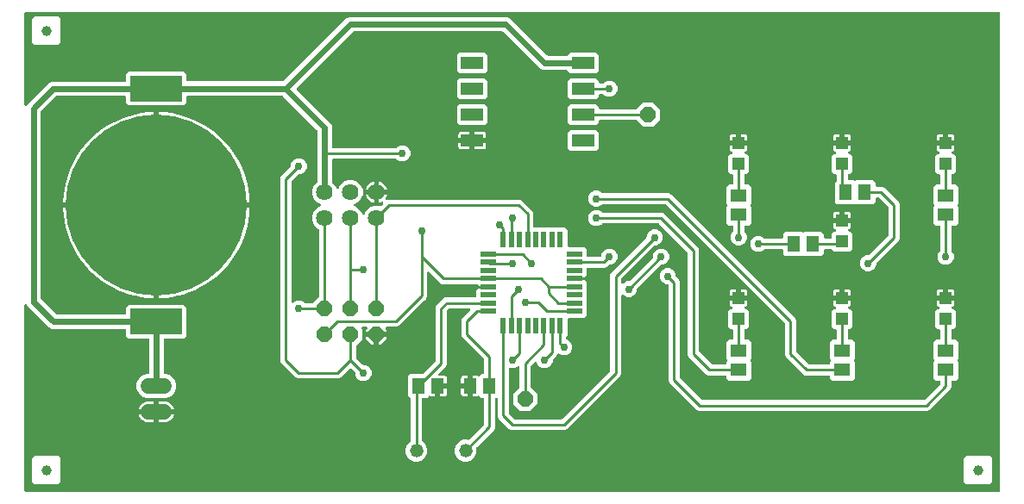
<source format=gbr>
G04 EAGLE Gerber RS-274X export*
G75*
%MOMM*%
%FSLAX34Y34*%
%LPD*%
%INTop Copper*%
%IPPOS*%
%AMOC8*
5,1,8,0,0,1.08239X$1,22.5*%
G01*
%ADD10R,5.100000X2.500000*%
%ADD11C,17.800000*%
%ADD12R,1.300000X1.500000*%
%ADD13R,1.500000X0.600000*%
%ADD14R,0.600000X1.500000*%
%ADD15C,1.625600*%
%ADD16P,1.649562X8X22.500000*%
%ADD17C,1.524000*%
%ADD18P,1.649562X8X292.500000*%
%ADD19R,1.200000X1.200000*%
%ADD20C,1.320800*%
%ADD21R,1.600000X1.300000*%
%ADD22R,1.300000X1.600000*%
%ADD23R,2.200000X1.200000*%
%ADD24C,1.000000*%
%ADD25C,0.254000*%
%ADD26C,0.609600*%
%ADD27C,0.756400*%

G36*
X966388Y10176D02*
X966388Y10176D01*
X966507Y10183D01*
X966545Y10196D01*
X966586Y10201D01*
X966696Y10244D01*
X966809Y10281D01*
X966844Y10303D01*
X966881Y10318D01*
X966977Y10387D01*
X967078Y10451D01*
X967106Y10481D01*
X967139Y10504D01*
X967215Y10596D01*
X967296Y10683D01*
X967316Y10718D01*
X967341Y10749D01*
X967392Y10857D01*
X967450Y10961D01*
X967460Y11001D01*
X967477Y11037D01*
X967499Y11154D01*
X967529Y11269D01*
X967533Y11329D01*
X967537Y11349D01*
X967535Y11370D01*
X967539Y11430D01*
X967539Y480570D01*
X967524Y480688D01*
X967517Y480807D01*
X967504Y480845D01*
X967499Y480886D01*
X967456Y480996D01*
X967419Y481109D01*
X967397Y481144D01*
X967382Y481181D01*
X967313Y481277D01*
X967249Y481378D01*
X967219Y481406D01*
X967196Y481439D01*
X967104Y481515D01*
X967017Y481596D01*
X966982Y481616D01*
X966951Y481641D01*
X966843Y481692D01*
X966739Y481750D01*
X966699Y481760D01*
X966663Y481777D01*
X966546Y481799D01*
X966431Y481829D01*
X966371Y481833D01*
X966351Y481837D01*
X966330Y481835D01*
X966270Y481839D01*
X11430Y481839D01*
X11312Y481824D01*
X11193Y481817D01*
X11155Y481804D01*
X11114Y481799D01*
X11004Y481756D01*
X10891Y481719D01*
X10856Y481697D01*
X10819Y481682D01*
X10723Y481613D01*
X10622Y481549D01*
X10594Y481519D01*
X10561Y481496D01*
X10485Y481404D01*
X10404Y481317D01*
X10384Y481282D01*
X10359Y481251D01*
X10308Y481143D01*
X10250Y481039D01*
X10240Y480999D01*
X10223Y480963D01*
X10201Y480846D01*
X10171Y480731D01*
X10167Y480671D01*
X10163Y480651D01*
X10165Y480630D01*
X10161Y480570D01*
X10161Y390857D01*
X10169Y390788D01*
X10168Y390718D01*
X10189Y390630D01*
X10201Y390541D01*
X10226Y390476D01*
X10243Y390408D01*
X10285Y390329D01*
X10318Y390246D01*
X10359Y390189D01*
X10391Y390127D01*
X10452Y390061D01*
X10504Y389988D01*
X10558Y389944D01*
X10605Y389892D01*
X10680Y389843D01*
X10749Y389785D01*
X10813Y389756D01*
X10871Y389717D01*
X10956Y389688D01*
X11037Y389650D01*
X11106Y389637D01*
X11172Y389614D01*
X11261Y389607D01*
X11349Y389590D01*
X11419Y389594D01*
X11489Y389589D01*
X11577Y389604D01*
X11667Y389610D01*
X11733Y389631D01*
X11802Y389643D01*
X11884Y389680D01*
X11969Y389708D01*
X12028Y389745D01*
X12092Y389774D01*
X12162Y389830D01*
X12238Y389878D01*
X12286Y389929D01*
X12340Y389972D01*
X12395Y390044D01*
X12456Y390110D01*
X12490Y390171D01*
X12532Y390227D01*
X12603Y390371D01*
X13020Y391379D01*
X34071Y412430D01*
X36685Y413513D01*
X108866Y413513D01*
X108984Y413528D01*
X109103Y413535D01*
X109141Y413548D01*
X109182Y413553D01*
X109292Y413596D01*
X109405Y413633D01*
X109440Y413655D01*
X109477Y413670D01*
X109573Y413739D01*
X109674Y413803D01*
X109702Y413833D01*
X109735Y413856D01*
X109811Y413948D01*
X109892Y414035D01*
X109912Y414070D01*
X109937Y414101D01*
X109988Y414209D01*
X110046Y414313D01*
X110056Y414353D01*
X110073Y414389D01*
X110095Y414506D01*
X110125Y414621D01*
X110129Y414681D01*
X110133Y414701D01*
X110131Y414722D01*
X110135Y414782D01*
X110135Y420784D01*
X112516Y423165D01*
X166884Y423165D01*
X169265Y420784D01*
X169265Y414982D01*
X169280Y414864D01*
X169287Y414745D01*
X169300Y414707D01*
X169305Y414666D01*
X169348Y414556D01*
X169385Y414443D01*
X169407Y414408D01*
X169422Y414371D01*
X169491Y414275D01*
X169555Y414174D01*
X169585Y414146D01*
X169608Y414113D01*
X169700Y414037D01*
X169787Y413956D01*
X169822Y413936D01*
X169853Y413911D01*
X169961Y413860D01*
X170065Y413802D01*
X170105Y413792D01*
X170141Y413775D01*
X170258Y413753D01*
X170373Y413723D01*
X170433Y413719D01*
X170453Y413715D01*
X170474Y413717D01*
X170534Y413713D01*
X263428Y413713D01*
X263526Y413725D01*
X263625Y413728D01*
X263684Y413745D01*
X263744Y413753D01*
X263836Y413789D01*
X263931Y413817D01*
X263983Y413847D01*
X264039Y413870D01*
X264119Y413928D01*
X264205Y413978D01*
X264280Y414044D01*
X264297Y414056D01*
X264304Y414066D01*
X264326Y414084D01*
X326171Y475930D01*
X328785Y477013D01*
X484015Y477013D01*
X486629Y475930D01*
X523274Y439284D01*
X523353Y439224D01*
X523425Y439156D01*
X523478Y439127D01*
X523526Y439090D01*
X523617Y439050D01*
X523703Y439002D01*
X523762Y438987D01*
X523818Y438963D01*
X523916Y438948D01*
X524011Y438923D01*
X524111Y438917D01*
X524132Y438913D01*
X524144Y438915D01*
X524172Y438913D01*
X542539Y438913D01*
X542637Y438925D01*
X542736Y438928D01*
X542794Y438945D01*
X542854Y438953D01*
X542946Y438989D01*
X543041Y439017D01*
X543093Y439047D01*
X543150Y439070D01*
X543230Y439128D01*
X543315Y439178D01*
X543391Y439244D01*
X543407Y439256D01*
X543415Y439266D01*
X543436Y439284D01*
X546016Y441865D01*
X571384Y441865D01*
X573765Y439484D01*
X573765Y424116D01*
X571384Y421735D01*
X546016Y421735D01*
X543436Y424316D01*
X543358Y424376D01*
X543286Y424444D01*
X543233Y424473D01*
X543185Y424510D01*
X543094Y424550D01*
X543007Y424598D01*
X542949Y424613D01*
X542893Y424637D01*
X542795Y424652D01*
X542699Y424677D01*
X542599Y424683D01*
X542579Y424687D01*
X542567Y424685D01*
X542539Y424687D01*
X519285Y424687D01*
X516671Y425770D01*
X480026Y462416D01*
X479947Y462476D01*
X479875Y462544D01*
X479822Y462573D01*
X479774Y462610D01*
X479683Y462650D01*
X479597Y462698D01*
X479538Y462713D01*
X479482Y462737D01*
X479384Y462752D01*
X479289Y462777D01*
X479189Y462783D01*
X479168Y462787D01*
X479156Y462785D01*
X479128Y462787D01*
X333672Y462787D01*
X333574Y462775D01*
X333475Y462772D01*
X333416Y462755D01*
X333356Y462747D01*
X333264Y462711D01*
X333169Y462683D01*
X333117Y462653D01*
X333061Y462630D01*
X332981Y462572D01*
X332895Y462522D01*
X332820Y462456D01*
X332803Y462444D01*
X332796Y462434D01*
X332774Y462416D01*
X277656Y407297D01*
X277583Y407203D01*
X277505Y407114D01*
X277486Y407078D01*
X277461Y407046D01*
X277414Y406937D01*
X277360Y406831D01*
X277351Y406792D01*
X277335Y406754D01*
X277316Y406637D01*
X277290Y406521D01*
X277292Y406480D01*
X277285Y406440D01*
X277296Y406322D01*
X277300Y406203D01*
X277311Y406164D01*
X277315Y406124D01*
X277355Y406011D01*
X277388Y405897D01*
X277409Y405862D01*
X277423Y405824D01*
X277490Y405726D01*
X277550Y405623D01*
X277590Y405578D01*
X277601Y405561D01*
X277617Y405548D01*
X277656Y405502D01*
X308651Y374508D01*
X310830Y372329D01*
X311913Y369715D01*
X311913Y349504D01*
X311928Y349386D01*
X311935Y349267D01*
X311948Y349229D01*
X311953Y349188D01*
X311996Y349078D01*
X312033Y348965D01*
X312055Y348930D01*
X312070Y348893D01*
X312139Y348797D01*
X312203Y348696D01*
X312233Y348668D01*
X312256Y348635D01*
X312348Y348559D01*
X312435Y348478D01*
X312470Y348458D01*
X312501Y348433D01*
X312609Y348382D01*
X312713Y348324D01*
X312753Y348314D01*
X312789Y348297D01*
X312906Y348275D01*
X313021Y348245D01*
X313081Y348241D01*
X313101Y348237D01*
X313122Y348239D01*
X313182Y348235D01*
X374712Y348235D01*
X374810Y348247D01*
X374909Y348250D01*
X374967Y348267D01*
X375028Y348275D01*
X375120Y348311D01*
X375215Y348339D01*
X375267Y348369D01*
X375323Y348392D01*
X375403Y348450D01*
X375489Y348500D01*
X375564Y348566D01*
X375581Y348578D01*
X375588Y348588D01*
X375610Y348606D01*
X376555Y349552D01*
X379439Y350747D01*
X382561Y350747D01*
X385445Y349552D01*
X387652Y347345D01*
X388847Y344461D01*
X388847Y341339D01*
X387652Y338455D01*
X385445Y336248D01*
X382561Y335053D01*
X379439Y335053D01*
X376555Y336248D01*
X375610Y337194D01*
X375531Y337254D01*
X375459Y337322D01*
X375406Y337351D01*
X375358Y337388D01*
X375267Y337428D01*
X375181Y337476D01*
X375122Y337491D01*
X375066Y337515D01*
X374968Y337530D01*
X374873Y337555D01*
X374773Y337561D01*
X374752Y337565D01*
X374740Y337563D01*
X374712Y337565D01*
X313182Y337565D01*
X313064Y337550D01*
X312945Y337543D01*
X312907Y337530D01*
X312866Y337525D01*
X312756Y337482D01*
X312643Y337445D01*
X312608Y337423D01*
X312571Y337408D01*
X312475Y337339D01*
X312374Y337275D01*
X312346Y337245D01*
X312313Y337222D01*
X312237Y337130D01*
X312156Y337043D01*
X312136Y337008D01*
X312111Y336977D01*
X312060Y336869D01*
X312002Y336765D01*
X311992Y336725D01*
X311975Y336689D01*
X311953Y336572D01*
X311923Y336457D01*
X311919Y336397D01*
X311915Y336377D01*
X311917Y336356D01*
X311913Y336296D01*
X311913Y315456D01*
X311925Y315358D01*
X311928Y315259D01*
X311945Y315201D01*
X311953Y315141D01*
X311989Y315049D01*
X312017Y314953D01*
X312047Y314901D01*
X312070Y314845D01*
X312128Y314765D01*
X312178Y314679D01*
X312244Y314604D01*
X312256Y314588D01*
X312266Y314580D01*
X312284Y314559D01*
X315137Y311707D01*
X316327Y308832D01*
X316396Y308711D01*
X316461Y308588D01*
X316475Y308573D01*
X316485Y308555D01*
X316582Y308456D01*
X316675Y308353D01*
X316692Y308341D01*
X316706Y308327D01*
X316825Y308254D01*
X316941Y308178D01*
X316960Y308171D01*
X316977Y308161D01*
X317110Y308120D01*
X317242Y308075D01*
X317262Y308073D01*
X317281Y308067D01*
X317420Y308060D01*
X317559Y308049D01*
X317579Y308053D01*
X317599Y308052D01*
X317735Y308080D01*
X317872Y308104D01*
X317891Y308112D01*
X317910Y308116D01*
X318036Y308178D01*
X318162Y308234D01*
X318178Y308247D01*
X318196Y308256D01*
X318302Y308346D01*
X318410Y308433D01*
X318423Y308449D01*
X318438Y308462D01*
X318518Y308576D01*
X318602Y308687D01*
X318614Y308712D01*
X318621Y308722D01*
X318628Y308742D01*
X318673Y308832D01*
X319863Y311707D01*
X323293Y315137D01*
X327775Y316993D01*
X332625Y316993D01*
X337107Y315137D01*
X340537Y311707D01*
X342393Y307225D01*
X342393Y302375D01*
X340537Y297893D01*
X337107Y294463D01*
X334232Y293273D01*
X334111Y293204D01*
X333988Y293139D01*
X333973Y293125D01*
X333955Y293115D01*
X333856Y293018D01*
X333753Y292925D01*
X333741Y292908D01*
X333727Y292894D01*
X333654Y292775D01*
X333578Y292659D01*
X333571Y292640D01*
X333561Y292623D01*
X333520Y292490D01*
X333475Y292358D01*
X333473Y292338D01*
X333467Y292319D01*
X333460Y292180D01*
X333449Y292041D01*
X333453Y292021D01*
X333452Y292001D01*
X333480Y291865D01*
X333504Y291728D01*
X333512Y291709D01*
X333516Y291690D01*
X333578Y291564D01*
X333634Y291438D01*
X333647Y291422D01*
X333656Y291404D01*
X333746Y291298D01*
X333833Y291190D01*
X333849Y291177D01*
X333862Y291162D01*
X333976Y291082D01*
X334087Y290998D01*
X334112Y290986D01*
X334122Y290979D01*
X334142Y290972D01*
X334232Y290927D01*
X337107Y289737D01*
X340537Y286307D01*
X341727Y283432D01*
X341796Y283311D01*
X341861Y283188D01*
X341875Y283173D01*
X341885Y283155D01*
X341982Y283055D01*
X342075Y282953D01*
X342092Y282941D01*
X342106Y282927D01*
X342224Y282854D01*
X342341Y282778D01*
X342360Y282771D01*
X342377Y282761D01*
X342510Y282720D01*
X342642Y282675D01*
X342662Y282673D01*
X342681Y282667D01*
X342820Y282660D01*
X342959Y282649D01*
X342979Y282653D01*
X342999Y282652D01*
X343135Y282680D01*
X343272Y282704D01*
X343290Y282712D01*
X343310Y282716D01*
X343436Y282778D01*
X343562Y282834D01*
X343578Y282847D01*
X343596Y282856D01*
X343702Y282947D01*
X343810Y283033D01*
X343823Y283049D01*
X343838Y283062D01*
X343918Y283176D01*
X344002Y283287D01*
X344014Y283312D01*
X344021Y283322D01*
X344028Y283342D01*
X344073Y283432D01*
X345263Y286307D01*
X348693Y289737D01*
X353175Y291593D01*
X358025Y291593D01*
X358814Y291266D01*
X358842Y291258D01*
X358868Y291245D01*
X358995Y291217D01*
X359120Y291182D01*
X359150Y291182D01*
X359179Y291175D01*
X359309Y291179D01*
X359438Y291177D01*
X359467Y291184D01*
X359497Y291185D01*
X359621Y291221D01*
X359748Y291251D01*
X359774Y291265D01*
X359802Y291273D01*
X359914Y291339D01*
X360029Y291400D01*
X360051Y291420D01*
X360076Y291435D01*
X360197Y291541D01*
X361925Y293270D01*
X361999Y293364D01*
X362078Y293454D01*
X362096Y293489D01*
X362120Y293521D01*
X362168Y293631D01*
X362222Y293737D01*
X362231Y293776D01*
X362247Y293813D01*
X362265Y293931D01*
X362292Y294047D01*
X362290Y294087D01*
X362297Y294127D01*
X362285Y294246D01*
X362282Y294365D01*
X362271Y294404D01*
X362267Y294444D01*
X362226Y294556D01*
X362193Y294671D01*
X362173Y294705D01*
X362159Y294743D01*
X362092Y294842D01*
X362031Y294945D01*
X362003Y294973D01*
X361981Y295006D01*
X361891Y295085D01*
X361807Y295170D01*
X361772Y295190D01*
X361742Y295217D01*
X361636Y295271D01*
X361533Y295332D01*
X361495Y295343D01*
X361459Y295361D01*
X361342Y295387D01*
X361228Y295421D01*
X361188Y295422D01*
X361149Y295431D01*
X361029Y295427D01*
X360910Y295431D01*
X360871Y295422D01*
X360831Y295421D01*
X360716Y295388D01*
X360600Y295362D01*
X360545Y295338D01*
X360525Y295333D01*
X360508Y295322D01*
X360452Y295298D01*
X359695Y294913D01*
X358098Y294394D01*
X357849Y294355D01*
X357849Y302551D01*
X366045Y302551D01*
X366006Y302302D01*
X365487Y300705D01*
X364725Y299208D01*
X364444Y298822D01*
X364382Y298709D01*
X364314Y298599D01*
X364306Y298570D01*
X364291Y298544D01*
X364259Y298418D01*
X364221Y298295D01*
X364219Y298265D01*
X364212Y298236D01*
X364212Y298106D01*
X364206Y297977D01*
X364212Y297948D01*
X364212Y297918D01*
X364244Y297792D01*
X364270Y297666D01*
X364283Y297639D01*
X364291Y297610D01*
X364353Y297496D01*
X364410Y297380D01*
X364429Y297357D01*
X364444Y297331D01*
X364532Y297237D01*
X364616Y297138D01*
X364641Y297121D01*
X364661Y297099D01*
X364771Y297029D01*
X364876Y296955D01*
X364904Y296945D01*
X364930Y296928D01*
X365053Y296888D01*
X365174Y296842D01*
X365204Y296839D01*
X365232Y296830D01*
X365361Y296822D01*
X365490Y296807D01*
X365520Y296811D01*
X365550Y296810D01*
X365676Y296834D01*
X365805Y296852D01*
X365846Y296866D01*
X365862Y296869D01*
X365882Y296878D01*
X365957Y296904D01*
X367239Y297435D01*
X496361Y297435D01*
X498322Y296623D01*
X508523Y286422D01*
X509335Y284461D01*
X509335Y271234D01*
X509350Y271116D01*
X509357Y270997D01*
X509370Y270959D01*
X509375Y270918D01*
X509418Y270808D01*
X509455Y270695D01*
X509477Y270660D01*
X509492Y270623D01*
X509561Y270527D01*
X509625Y270426D01*
X509655Y270398D01*
X509678Y270365D01*
X509770Y270289D01*
X509857Y270208D01*
X509892Y270188D01*
X509923Y270163D01*
X510031Y270112D01*
X510135Y270054D01*
X510175Y270044D01*
X510211Y270027D01*
X510328Y270005D01*
X510443Y269975D01*
X510503Y269971D01*
X510523Y269967D01*
X510544Y269969D01*
X510604Y269965D01*
X540684Y269965D01*
X543065Y267584D01*
X543065Y252234D01*
X543080Y252116D01*
X543087Y251997D01*
X543100Y251959D01*
X543105Y251918D01*
X543148Y251808D01*
X543185Y251695D01*
X543207Y251660D01*
X543222Y251623D01*
X543291Y251527D01*
X543355Y251426D01*
X543385Y251398D01*
X543408Y251365D01*
X543500Y251289D01*
X543587Y251208D01*
X543622Y251188D01*
X543653Y251163D01*
X543761Y251112D01*
X543865Y251054D01*
X543905Y251044D01*
X543941Y251027D01*
X544058Y251005D01*
X544173Y250975D01*
X544233Y250971D01*
X544253Y250967D01*
X544274Y250969D01*
X544334Y250965D01*
X559684Y250965D01*
X562065Y248584D01*
X562065Y242504D01*
X562080Y242386D01*
X562087Y242267D01*
X562100Y242229D01*
X562105Y242188D01*
X562148Y242078D01*
X562185Y241965D01*
X562207Y241930D01*
X562222Y241893D01*
X562291Y241797D01*
X562355Y241696D01*
X562385Y241668D01*
X562408Y241635D01*
X562500Y241559D01*
X562587Y241478D01*
X562622Y241458D01*
X562653Y241433D01*
X562761Y241382D01*
X562865Y241324D01*
X562905Y241314D01*
X562941Y241297D01*
X563058Y241275D01*
X563173Y241245D01*
X563233Y241241D01*
X563253Y241237D01*
X563274Y241239D01*
X563334Y241235D01*
X575084Y241235D01*
X575202Y241250D01*
X575321Y241257D01*
X575359Y241270D01*
X575400Y241275D01*
X575510Y241318D01*
X575623Y241355D01*
X575658Y241377D01*
X575695Y241392D01*
X575791Y241461D01*
X575892Y241525D01*
X575920Y241555D01*
X575953Y241578D01*
X576029Y241670D01*
X576110Y241757D01*
X576130Y241792D01*
X576155Y241823D01*
X576206Y241931D01*
X576264Y242035D01*
X576274Y242075D01*
X576291Y242111D01*
X576313Y242228D01*
X576343Y242343D01*
X576347Y242403D01*
X576351Y242423D01*
X576349Y242444D01*
X576353Y242504D01*
X576353Y242861D01*
X577548Y245745D01*
X579755Y247952D01*
X582639Y249147D01*
X585761Y249147D01*
X588645Y247952D01*
X590852Y245745D01*
X592047Y242861D01*
X592047Y239739D01*
X590852Y236855D01*
X588645Y234648D01*
X585761Y233453D01*
X584423Y233453D01*
X584326Y233441D01*
X584227Y233438D01*
X584168Y233421D01*
X584108Y233413D01*
X584016Y233377D01*
X583921Y233350D01*
X583869Y233319D01*
X583812Y233296D01*
X583732Y233238D01*
X583647Y233188D01*
X583571Y233121D01*
X583555Y233110D01*
X583547Y233100D01*
X583527Y233082D01*
X583502Y233057D01*
X583501Y233057D01*
X581822Y231377D01*
X579861Y230565D01*
X563334Y230565D01*
X563216Y230550D01*
X563097Y230543D01*
X563059Y230530D01*
X563018Y230525D01*
X562908Y230482D01*
X562795Y230445D01*
X562760Y230423D01*
X562723Y230408D01*
X562627Y230339D01*
X562526Y230275D01*
X562498Y230245D01*
X562465Y230222D01*
X562389Y230130D01*
X562308Y230043D01*
X562288Y230008D01*
X562263Y229977D01*
X562212Y229869D01*
X562154Y229765D01*
X562144Y229725D01*
X562127Y229689D01*
X562105Y229572D01*
X562075Y229457D01*
X562071Y229397D01*
X562067Y229377D01*
X562069Y229356D01*
X562065Y229296D01*
X562065Y223216D01*
X560912Y222064D01*
X560852Y221986D01*
X560784Y221914D01*
X560755Y221861D01*
X560718Y221813D01*
X560678Y221722D01*
X560630Y221635D01*
X560615Y221577D01*
X560591Y221521D01*
X560576Y221423D01*
X560565Y221381D01*
X560518Y221367D01*
X560458Y221359D01*
X560366Y221323D01*
X560271Y221295D01*
X560219Y221265D01*
X560162Y221242D01*
X560082Y221184D01*
X559997Y221134D01*
X559921Y221068D01*
X559905Y221056D01*
X559897Y221046D01*
X559876Y221028D01*
X559646Y220797D01*
X559573Y220703D01*
X559494Y220614D01*
X559476Y220578D01*
X559451Y220546D01*
X559404Y220437D01*
X559350Y220331D01*
X559341Y220291D01*
X559325Y220254D01*
X559306Y220136D01*
X559280Y220021D01*
X559281Y219980D01*
X559275Y219940D01*
X559286Y219821D01*
X559290Y219703D01*
X559301Y219664D01*
X559305Y219624D01*
X559345Y219511D01*
X559378Y219397D01*
X559398Y219362D01*
X559412Y219324D01*
X559479Y219226D01*
X559540Y219123D01*
X559579Y219078D01*
X559591Y219061D01*
X559606Y219048D01*
X559646Y219002D01*
X559876Y218772D01*
X559954Y218712D01*
X560026Y218644D01*
X560079Y218615D01*
X560127Y218577D01*
X560218Y218538D01*
X560305Y218490D01*
X560363Y218475D01*
X560419Y218451D01*
X560517Y218436D01*
X560559Y218425D01*
X560573Y218378D01*
X560581Y218318D01*
X560617Y218226D01*
X560645Y218131D01*
X560675Y218079D01*
X560698Y218022D01*
X560756Y217942D01*
X560806Y217857D01*
X560872Y217781D01*
X560884Y217765D01*
X560894Y217757D01*
X560912Y217736D01*
X562065Y216584D01*
X562065Y183216D01*
X559684Y180835D01*
X544334Y180835D01*
X544216Y180820D01*
X544097Y180813D01*
X544059Y180800D01*
X544018Y180795D01*
X543908Y180752D01*
X543795Y180715D01*
X543760Y180693D01*
X543723Y180678D01*
X543627Y180609D01*
X543526Y180545D01*
X543498Y180515D01*
X543465Y180492D01*
X543389Y180400D01*
X543308Y180313D01*
X543288Y180278D01*
X543263Y180247D01*
X543212Y180139D01*
X543154Y180035D01*
X543144Y179995D01*
X543127Y179959D01*
X543105Y179842D01*
X543075Y179727D01*
X543071Y179667D01*
X543067Y179647D01*
X543069Y179626D01*
X543065Y179566D01*
X543065Y164216D01*
X541706Y162858D01*
X541646Y162780D01*
X541578Y162708D01*
X541549Y162655D01*
X541512Y162607D01*
X541472Y162516D01*
X541424Y162429D01*
X541409Y162371D01*
X541385Y162315D01*
X541370Y162217D01*
X541345Y162121D01*
X541339Y162021D01*
X541335Y162001D01*
X541337Y161989D01*
X541335Y161961D01*
X541335Y161085D01*
X541338Y161056D01*
X541336Y161026D01*
X541358Y160898D01*
X541375Y160769D01*
X541385Y160742D01*
X541390Y160713D01*
X541444Y160594D01*
X541492Y160474D01*
X541509Y160450D01*
X541521Y160423D01*
X541602Y160321D01*
X541678Y160216D01*
X541701Y160198D01*
X541720Y160174D01*
X541823Y160096D01*
X541923Y160014D01*
X541950Y160001D01*
X541974Y159983D01*
X542118Y159912D01*
X544195Y159052D01*
X546402Y156845D01*
X547597Y153961D01*
X547597Y150839D01*
X546402Y147955D01*
X544195Y145748D01*
X541311Y144553D01*
X538189Y144553D01*
X535305Y145748D01*
X535199Y145854D01*
X535160Y145884D01*
X535126Y145921D01*
X535035Y145981D01*
X534948Y146049D01*
X534902Y146069D01*
X534861Y146096D01*
X534757Y146132D01*
X534656Y146175D01*
X534607Y146183D01*
X534560Y146199D01*
X534450Y146208D01*
X534342Y146225D01*
X534292Y146220D01*
X534243Y146224D01*
X534135Y146206D01*
X534025Y146195D01*
X533978Y146178D01*
X533930Y146170D01*
X533829Y146125D01*
X533726Y146088D01*
X533685Y146060D01*
X533640Y146039D01*
X533554Y145971D01*
X533463Y145909D01*
X533430Y145872D01*
X533391Y145841D01*
X533325Y145753D01*
X533252Y145671D01*
X533230Y145626D01*
X533200Y145587D01*
X533129Y145442D01*
X532523Y143978D01*
X528918Y140374D01*
X528858Y140296D01*
X528790Y140224D01*
X528761Y140171D01*
X528724Y140123D01*
X528684Y140032D01*
X528636Y139945D01*
X528621Y139887D01*
X528597Y139831D01*
X528582Y139733D01*
X528557Y139637D01*
X528551Y139537D01*
X528547Y139517D01*
X528549Y139505D01*
X528547Y139477D01*
X528547Y138139D01*
X527352Y135255D01*
X525145Y133048D01*
X522261Y131853D01*
X519139Y131853D01*
X516255Y133048D01*
X514048Y135255D01*
X513047Y137671D01*
X513023Y137714D01*
X513006Y137761D01*
X512944Y137852D01*
X512890Y137947D01*
X512855Y137983D01*
X512827Y138024D01*
X512745Y138097D01*
X512668Y138175D01*
X512626Y138201D01*
X512589Y138234D01*
X512491Y138284D01*
X512397Y138342D01*
X512350Y138356D01*
X512306Y138379D01*
X512198Y138403D01*
X512093Y138435D01*
X512044Y138438D01*
X511995Y138449D01*
X511886Y138445D01*
X511776Y138451D01*
X511727Y138440D01*
X511677Y138439D01*
X511572Y138408D01*
X511464Y138386D01*
X511420Y138364D01*
X511372Y138351D01*
X511278Y138295D01*
X511179Y138246D01*
X511141Y138214D01*
X511098Y138189D01*
X510977Y138083D01*
X507130Y134236D01*
X507070Y134158D01*
X507002Y134086D01*
X506973Y134033D01*
X506936Y133985D01*
X506896Y133894D01*
X506848Y133807D01*
X506833Y133748D01*
X506809Y133693D01*
X506794Y133595D01*
X506769Y133499D01*
X506763Y133399D01*
X506759Y133379D01*
X506761Y133366D01*
X506759Y133338D01*
X506759Y113542D01*
X506771Y113443D01*
X506774Y113344D01*
X506791Y113286D01*
X506799Y113226D01*
X506835Y113134D01*
X506863Y113039D01*
X506893Y112987D01*
X506916Y112930D01*
X506974Y112850D01*
X507024Y112765D01*
X507090Y112690D01*
X507102Y112673D01*
X507112Y112665D01*
X507130Y112644D01*
X513335Y106440D01*
X513335Y96760D01*
X506490Y89915D01*
X496810Y89915D01*
X489965Y96760D01*
X489965Y106440D01*
X495718Y112192D01*
X495778Y112270D01*
X495846Y112343D01*
X495875Y112396D01*
X495912Y112443D01*
X495952Y112534D01*
X496000Y112621D01*
X496015Y112680D01*
X496039Y112735D01*
X496054Y112833D01*
X496079Y112929D01*
X496085Y113029D01*
X496089Y113049D01*
X496087Y113062D01*
X496089Y113090D01*
X496089Y132678D01*
X496072Y132816D01*
X496059Y132954D01*
X496052Y132973D01*
X496049Y132994D01*
X495998Y133123D01*
X495951Y133254D01*
X495940Y133270D01*
X495932Y133289D01*
X495851Y133402D01*
X495773Y133517D01*
X495757Y133530D01*
X495746Y133547D01*
X495638Y133635D01*
X495534Y133727D01*
X495516Y133737D01*
X495501Y133749D01*
X495375Y133809D01*
X495251Y133872D01*
X495231Y133876D01*
X495213Y133885D01*
X495076Y133911D01*
X494941Y133942D01*
X494920Y133941D01*
X494901Y133945D01*
X494762Y133936D01*
X494623Y133932D01*
X494603Y133926D01*
X494583Y133925D01*
X494451Y133882D01*
X494317Y133844D01*
X494300Y133833D01*
X494281Y133827D01*
X494163Y133753D01*
X494043Y133682D01*
X494022Y133663D01*
X494012Y133657D01*
X493998Y133642D01*
X493923Y133576D01*
X493395Y133048D01*
X490511Y131853D01*
X487389Y131853D01*
X487090Y131977D01*
X487042Y131990D01*
X486997Y132012D01*
X486889Y132032D01*
X486783Y132061D01*
X486733Y132062D01*
X486684Y132071D01*
X486575Y132065D01*
X486465Y132066D01*
X486417Y132055D01*
X486367Y132052D01*
X486263Y132018D01*
X486156Y131992D01*
X486112Y131969D01*
X486065Y131954D01*
X485972Y131895D01*
X485875Y131843D01*
X485838Y131810D01*
X485796Y131783D01*
X485721Y131703D01*
X485639Y131630D01*
X485612Y131588D01*
X485578Y131552D01*
X485525Y131456D01*
X485465Y131364D01*
X485448Y131317D01*
X485424Y131273D01*
X485397Y131167D01*
X485361Y131063D01*
X485357Y131013D01*
X485345Y130965D01*
X485335Y130805D01*
X485335Y87885D01*
X485347Y87787D01*
X485350Y87688D01*
X485367Y87630D01*
X485375Y87570D01*
X485411Y87478D01*
X485439Y87383D01*
X485469Y87331D01*
X485492Y87274D01*
X485550Y87194D01*
X485600Y87109D01*
X485666Y87033D01*
X485678Y87017D01*
X485688Y87009D01*
X485706Y86988D01*
X490788Y81906D01*
X490866Y81846D01*
X490938Y81778D01*
X490991Y81749D01*
X491039Y81712D01*
X491130Y81672D01*
X491217Y81624D01*
X491275Y81609D01*
X491331Y81585D01*
X491429Y81570D01*
X491525Y81545D01*
X491625Y81539D01*
X491645Y81535D01*
X491657Y81537D01*
X491685Y81535D01*
X537015Y81535D01*
X537113Y81547D01*
X537212Y81550D01*
X537270Y81567D01*
X537330Y81575D01*
X537422Y81611D01*
X537517Y81639D01*
X537569Y81669D01*
X537626Y81692D01*
X537706Y81750D01*
X537791Y81800D01*
X537867Y81866D01*
X537883Y81878D01*
X537891Y81888D01*
X537912Y81906D01*
X584844Y128838D01*
X584904Y128916D01*
X584972Y128988D01*
X585001Y129041D01*
X585038Y129089D01*
X585078Y129180D01*
X585126Y129267D01*
X585141Y129325D01*
X585165Y129381D01*
X585180Y129479D01*
X585205Y129575D01*
X585211Y129675D01*
X585215Y129695D01*
X585213Y129707D01*
X585215Y129735D01*
X585215Y223311D01*
X586027Y225272D01*
X620432Y259676D01*
X620492Y259754D01*
X620560Y259826D01*
X620589Y259879D01*
X620626Y259927D01*
X620666Y260018D01*
X620714Y260105D01*
X620729Y260163D01*
X620753Y260219D01*
X620768Y260317D01*
X620793Y260413D01*
X620799Y260513D01*
X620803Y260533D01*
X620801Y260545D01*
X620803Y260573D01*
X620803Y261911D01*
X621998Y264795D01*
X624205Y267002D01*
X627089Y268197D01*
X630211Y268197D01*
X633095Y267002D01*
X635302Y264795D01*
X636497Y261911D01*
X636497Y258789D01*
X635302Y255905D01*
X633095Y253698D01*
X630211Y252503D01*
X628873Y252503D01*
X628775Y252491D01*
X628676Y252488D01*
X628618Y252471D01*
X628558Y252463D01*
X628466Y252427D01*
X628371Y252399D01*
X628319Y252369D01*
X628262Y252346D01*
X628182Y252288D01*
X628097Y252238D01*
X628021Y252172D01*
X628005Y252160D01*
X627997Y252150D01*
X627976Y252132D01*
X596256Y220412D01*
X596196Y220334D01*
X596128Y220262D01*
X596099Y220209D01*
X596062Y220161D01*
X596022Y220070D01*
X595974Y219983D01*
X595959Y219925D01*
X595935Y219869D01*
X595920Y219771D01*
X595895Y219675D01*
X595889Y219575D01*
X595885Y219555D01*
X595887Y219543D01*
X595885Y219515D01*
X595885Y216346D01*
X595902Y216208D01*
X595915Y216070D01*
X595922Y216051D01*
X595925Y216030D01*
X595976Y215901D01*
X596023Y215770D01*
X596034Y215753D01*
X596042Y215735D01*
X596123Y215622D01*
X596201Y215507D01*
X596217Y215494D01*
X596228Y215477D01*
X596336Y215389D01*
X596440Y215297D01*
X596458Y215287D01*
X596473Y215275D01*
X596599Y215215D01*
X596723Y215152D01*
X596743Y215148D01*
X596761Y215139D01*
X596898Y215113D01*
X597033Y215082D01*
X597054Y215083D01*
X597073Y215079D01*
X597212Y215088D01*
X597351Y215092D01*
X597371Y215098D01*
X597391Y215099D01*
X597523Y215142D01*
X597657Y215180D01*
X597674Y215191D01*
X597693Y215197D01*
X597811Y215271D01*
X597931Y215342D01*
X597952Y215361D01*
X597962Y215367D01*
X597976Y215382D01*
X598051Y215448D01*
X598805Y216202D01*
X601689Y217397D01*
X603027Y217397D01*
X603125Y217409D01*
X603224Y217412D01*
X603282Y217429D01*
X603342Y217437D01*
X603434Y217473D01*
X603529Y217501D01*
X603581Y217531D01*
X603638Y217554D01*
X603718Y217612D01*
X603803Y217662D01*
X603879Y217728D01*
X603895Y217740D01*
X603903Y217750D01*
X603924Y217768D01*
X626782Y240626D01*
X626842Y240704D01*
X626910Y240776D01*
X626939Y240829D01*
X626976Y240877D01*
X627016Y240968D01*
X627064Y241055D01*
X627079Y241113D01*
X627103Y241169D01*
X627118Y241267D01*
X627143Y241363D01*
X627149Y241463D01*
X627153Y241483D01*
X627151Y241495D01*
X627153Y241523D01*
X627153Y242861D01*
X628348Y245745D01*
X630555Y247952D01*
X633439Y249147D01*
X636561Y249147D01*
X639445Y247952D01*
X641652Y245745D01*
X642847Y242861D01*
X642847Y239739D01*
X641652Y236855D01*
X639445Y234648D01*
X636561Y233453D01*
X635223Y233453D01*
X635125Y233441D01*
X635026Y233438D01*
X634968Y233421D01*
X634908Y233413D01*
X634816Y233377D01*
X634721Y233349D01*
X634669Y233319D01*
X634612Y233296D01*
X634532Y233238D01*
X634447Y233188D01*
X634371Y233122D01*
X634355Y233110D01*
X634347Y233100D01*
X634326Y233082D01*
X611468Y210224D01*
X611408Y210146D01*
X611340Y210074D01*
X611311Y210021D01*
X611274Y209973D01*
X611234Y209882D01*
X611186Y209795D01*
X611171Y209737D01*
X611147Y209681D01*
X611132Y209583D01*
X611107Y209487D01*
X611101Y209387D01*
X611097Y209367D01*
X611099Y209355D01*
X611097Y209327D01*
X611097Y207989D01*
X609902Y205105D01*
X607695Y202898D01*
X604811Y201703D01*
X601689Y201703D01*
X598805Y202898D01*
X598051Y203652D01*
X597942Y203737D01*
X597835Y203825D01*
X597816Y203834D01*
X597800Y203846D01*
X597672Y203902D01*
X597547Y203961D01*
X597527Y203965D01*
X597508Y203973D01*
X597370Y203995D01*
X597234Y204021D01*
X597214Y204020D01*
X597194Y204023D01*
X597055Y204010D01*
X596917Y204001D01*
X596898Y203995D01*
X596878Y203993D01*
X596746Y203946D01*
X596615Y203903D01*
X596597Y203892D01*
X596578Y203885D01*
X596463Y203807D01*
X596346Y203733D01*
X596332Y203718D01*
X596315Y203707D01*
X596223Y203603D01*
X596128Y203501D01*
X596118Y203483D01*
X596105Y203468D01*
X596042Y203345D01*
X595974Y203223D01*
X595969Y203203D01*
X595960Y203185D01*
X595930Y203049D01*
X595895Y202915D01*
X595893Y202887D01*
X595890Y202875D01*
X595891Y202854D01*
X595885Y202754D01*
X595885Y125939D01*
X595073Y123978D01*
X542772Y71677D01*
X540811Y70865D01*
X487889Y70865D01*
X485928Y71677D01*
X475477Y82128D01*
X474665Y84089D01*
X474665Y101466D01*
X474650Y101584D01*
X474643Y101703D01*
X474630Y101741D01*
X474625Y101782D01*
X474582Y101892D01*
X474545Y102005D01*
X474523Y102040D01*
X474508Y102077D01*
X474439Y102173D01*
X474375Y102274D01*
X474345Y102302D01*
X474322Y102335D01*
X474230Y102411D01*
X474143Y102492D01*
X474108Y102512D01*
X474077Y102537D01*
X473969Y102588D01*
X473865Y102646D01*
X473825Y102656D01*
X473789Y102673D01*
X473672Y102695D01*
X473557Y102725D01*
X473497Y102729D01*
X473477Y102733D01*
X473456Y102731D01*
X473396Y102735D01*
X473304Y102735D01*
X473186Y102720D01*
X473067Y102713D01*
X473029Y102700D01*
X472988Y102695D01*
X472878Y102652D01*
X472765Y102615D01*
X472730Y102593D01*
X472693Y102578D01*
X472597Y102509D01*
X472496Y102445D01*
X472468Y102415D01*
X472435Y102392D01*
X472359Y102300D01*
X472278Y102213D01*
X472258Y102178D01*
X472233Y102147D01*
X472182Y102039D01*
X472124Y101935D01*
X472114Y101895D01*
X472097Y101859D01*
X472075Y101742D01*
X472045Y101627D01*
X472041Y101567D01*
X472037Y101547D01*
X472039Y101526D01*
X472035Y101466D01*
X472035Y73209D01*
X471223Y71248D01*
X469544Y69569D01*
X469543Y69569D01*
X454205Y54230D01*
X454187Y54207D01*
X454164Y54188D01*
X454090Y54082D01*
X454010Y53979D01*
X453998Y53952D01*
X453981Y53928D01*
X453935Y53807D01*
X453884Y53687D01*
X453879Y53658D01*
X453869Y53631D01*
X453854Y53502D01*
X453834Y53373D01*
X453837Y53344D01*
X453833Y53314D01*
X453851Y53186D01*
X453864Y53057D01*
X453874Y53029D01*
X453878Y53000D01*
X453899Y52938D01*
X453899Y48678D01*
X452275Y44757D01*
X449273Y41755D01*
X445352Y40131D01*
X441108Y40131D01*
X437187Y41755D01*
X434185Y44757D01*
X432561Y48678D01*
X432561Y52922D01*
X434185Y56843D01*
X437187Y59845D01*
X441108Y61469D01*
X445376Y61469D01*
X445459Y61450D01*
X445584Y61416D01*
X445614Y61415D01*
X445642Y61409D01*
X445772Y61413D01*
X445902Y61411D01*
X445931Y61418D01*
X445960Y61419D01*
X446085Y61455D01*
X446211Y61485D01*
X446237Y61499D01*
X446266Y61507D01*
X446377Y61573D01*
X446492Y61634D01*
X446514Y61653D01*
X446540Y61668D01*
X446660Y61775D01*
X460994Y76108D01*
X461054Y76186D01*
X461122Y76258D01*
X461151Y76311D01*
X461188Y76359D01*
X461228Y76450D01*
X461276Y76537D01*
X461291Y76595D01*
X461315Y76651D01*
X461330Y76749D01*
X461355Y76845D01*
X461361Y76945D01*
X461365Y76965D01*
X461363Y76977D01*
X461365Y77005D01*
X461365Y101466D01*
X461350Y101584D01*
X461343Y101703D01*
X461330Y101741D01*
X461325Y101782D01*
X461282Y101892D01*
X461245Y102005D01*
X461223Y102040D01*
X461208Y102077D01*
X461139Y102173D01*
X461075Y102274D01*
X461045Y102302D01*
X461022Y102335D01*
X460930Y102411D01*
X460843Y102492D01*
X460808Y102512D01*
X460777Y102537D01*
X460669Y102588D01*
X460565Y102646D01*
X460525Y102656D01*
X460489Y102673D01*
X460372Y102695D01*
X460257Y102725D01*
X460197Y102729D01*
X460177Y102733D01*
X460156Y102731D01*
X460096Y102735D01*
X458516Y102735D01*
X456908Y104343D01*
X456819Y104412D01*
X456736Y104488D01*
X456694Y104509D01*
X456657Y104538D01*
X456554Y104583D01*
X456454Y104635D01*
X456408Y104646D01*
X456365Y104665D01*
X456254Y104682D01*
X456145Y104708D01*
X456098Y104707D01*
X456051Y104715D01*
X455939Y104704D01*
X455827Y104702D01*
X455781Y104689D01*
X455734Y104685D01*
X455628Y104647D01*
X455520Y104617D01*
X455455Y104585D01*
X455435Y104577D01*
X455420Y104567D01*
X455376Y104545D01*
X455181Y104432D01*
X454534Y104259D01*
X450239Y104259D01*
X450239Y113030D01*
X450224Y113148D01*
X450217Y113267D01*
X450204Y113305D01*
X450199Y113345D01*
X450155Y113456D01*
X450119Y113569D01*
X450097Y113604D01*
X450082Y113641D01*
X450012Y113737D01*
X449949Y113838D01*
X449919Y113866D01*
X449895Y113898D01*
X449804Y113974D01*
X449717Y114056D01*
X449682Y114075D01*
X449650Y114101D01*
X449543Y114152D01*
X449439Y114209D01*
X449399Y114220D01*
X449363Y114237D01*
X449246Y114259D01*
X449131Y114289D01*
X449070Y114293D01*
X449050Y114297D01*
X449030Y114295D01*
X448970Y114299D01*
X447699Y114299D01*
X447699Y114301D01*
X448970Y114301D01*
X449088Y114316D01*
X449207Y114323D01*
X449245Y114336D01*
X449285Y114341D01*
X449396Y114385D01*
X449509Y114421D01*
X449544Y114443D01*
X449581Y114458D01*
X449677Y114528D01*
X449778Y114591D01*
X449806Y114621D01*
X449838Y114645D01*
X449914Y114736D01*
X449996Y114823D01*
X450015Y114858D01*
X450041Y114890D01*
X450092Y114997D01*
X450149Y115101D01*
X450160Y115141D01*
X450177Y115177D01*
X450199Y115294D01*
X450229Y115409D01*
X450233Y115470D01*
X450237Y115490D01*
X450235Y115510D01*
X450239Y115570D01*
X450239Y124341D01*
X454534Y124341D01*
X455181Y124168D01*
X455376Y124055D01*
X455480Y124011D01*
X455580Y123960D01*
X455626Y123950D01*
X455669Y123932D01*
X455780Y123915D01*
X455890Y123891D01*
X455937Y123892D01*
X455984Y123885D01*
X456095Y123897D01*
X456208Y123900D01*
X456253Y123913D01*
X456300Y123918D01*
X456405Y123957D01*
X456513Y123989D01*
X456554Y124012D01*
X456598Y124029D01*
X456691Y124093D01*
X456787Y124150D01*
X456842Y124198D01*
X456859Y124210D01*
X456871Y124224D01*
X456908Y124257D01*
X458516Y125865D01*
X460096Y125865D01*
X460214Y125880D01*
X460333Y125887D01*
X460371Y125900D01*
X460412Y125905D01*
X460522Y125948D01*
X460635Y125985D01*
X460670Y126007D01*
X460707Y126022D01*
X460803Y126091D01*
X460904Y126155D01*
X460932Y126185D01*
X460965Y126208D01*
X461041Y126300D01*
X461122Y126387D01*
X461142Y126422D01*
X461167Y126453D01*
X461218Y126561D01*
X461276Y126665D01*
X461286Y126705D01*
X461303Y126741D01*
X461325Y126858D01*
X461355Y126973D01*
X461359Y127033D01*
X461363Y127053D01*
X461361Y127074D01*
X461365Y127134D01*
X461365Y140165D01*
X461353Y140263D01*
X461350Y140362D01*
X461333Y140420D01*
X461325Y140480D01*
X461289Y140572D01*
X461261Y140667D01*
X461231Y140719D01*
X461208Y140776D01*
X461150Y140856D01*
X461100Y140941D01*
X461034Y141017D01*
X461022Y141033D01*
X461012Y141041D01*
X460994Y141062D01*
X439977Y162078D01*
X439165Y164039D01*
X439165Y178861D01*
X439977Y180822D01*
X447554Y188399D01*
X447639Y188508D01*
X447728Y188615D01*
X447737Y188634D01*
X447749Y188650D01*
X447804Y188778D01*
X447864Y188903D01*
X447867Y188923D01*
X447875Y188942D01*
X447897Y189080D01*
X447923Y189216D01*
X447922Y189236D01*
X447925Y189256D01*
X447912Y189395D01*
X447904Y189533D01*
X447897Y189552D01*
X447895Y189572D01*
X447848Y189704D01*
X447806Y189835D01*
X447795Y189853D01*
X447788Y189872D01*
X447710Y189987D01*
X447635Y190104D01*
X447621Y190118D01*
X447609Y190135D01*
X447505Y190227D01*
X447404Y190322D01*
X447386Y190332D01*
X447371Y190345D01*
X447247Y190409D01*
X447125Y190476D01*
X447106Y190481D01*
X447088Y190490D01*
X446952Y190520D01*
X446817Y190555D01*
X446789Y190557D01*
X446777Y190560D01*
X446757Y190559D01*
X446657Y190565D01*
X427235Y190565D01*
X427137Y190553D01*
X427038Y190550D01*
X426980Y190533D01*
X426920Y190525D01*
X426828Y190489D01*
X426733Y190461D01*
X426681Y190431D01*
X426624Y190408D01*
X426544Y190350D01*
X426459Y190300D01*
X426383Y190234D01*
X426367Y190222D01*
X426359Y190212D01*
X426338Y190194D01*
X424806Y188662D01*
X424746Y188584D01*
X424678Y188512D01*
X424649Y188459D01*
X424612Y188411D01*
X424572Y188320D01*
X424524Y188233D01*
X424509Y188175D01*
X424485Y188119D01*
X424470Y188021D01*
X424445Y187925D01*
X424439Y187825D01*
X424435Y187805D01*
X424437Y187793D01*
X424435Y187765D01*
X424435Y135439D01*
X423623Y133478D01*
X421943Y131799D01*
X416652Y126507D01*
X416567Y126398D01*
X416478Y126291D01*
X416469Y126272D01*
X416457Y126256D01*
X416402Y126128D01*
X416342Y126003D01*
X416339Y125983D01*
X416331Y125964D01*
X416309Y125826D01*
X416283Y125690D01*
X416284Y125670D01*
X416281Y125650D01*
X416294Y125511D01*
X416302Y125373D01*
X416309Y125354D01*
X416311Y125334D01*
X416358Y125202D01*
X416400Y125071D01*
X416411Y125053D01*
X416418Y125034D01*
X416496Y124919D01*
X416571Y124802D01*
X416585Y124788D01*
X416597Y124771D01*
X416701Y124679D01*
X416802Y124584D01*
X416820Y124574D01*
X416835Y124561D01*
X416959Y124497D01*
X417081Y124430D01*
X417100Y124425D01*
X417118Y124416D01*
X417254Y124386D01*
X417389Y124351D01*
X417417Y124349D01*
X417429Y124346D01*
X417449Y124347D01*
X417549Y124341D01*
X422734Y124341D01*
X423381Y124168D01*
X423960Y123833D01*
X424433Y123360D01*
X424768Y122781D01*
X424941Y122134D01*
X424941Y116839D01*
X417170Y116839D01*
X417052Y116824D01*
X416933Y116817D01*
X416895Y116804D01*
X416855Y116799D01*
X416744Y116755D01*
X416631Y116719D01*
X416596Y116697D01*
X416559Y116682D01*
X416463Y116612D01*
X416362Y116549D01*
X416334Y116519D01*
X416302Y116495D01*
X416226Y116404D01*
X416144Y116317D01*
X416125Y116282D01*
X416099Y116250D01*
X416048Y116143D01*
X415991Y116039D01*
X415980Y115999D01*
X415963Y115963D01*
X415941Y115846D01*
X415911Y115731D01*
X415907Y115670D01*
X415903Y115650D01*
X415905Y115630D01*
X415901Y115570D01*
X415901Y114299D01*
X414630Y114299D01*
X414512Y114284D01*
X414393Y114277D01*
X414355Y114264D01*
X414315Y114259D01*
X414204Y114215D01*
X414091Y114179D01*
X414056Y114157D01*
X414019Y114142D01*
X413923Y114072D01*
X413822Y114009D01*
X413794Y113979D01*
X413761Y113955D01*
X413686Y113864D01*
X413604Y113777D01*
X413584Y113742D01*
X413559Y113710D01*
X413508Y113603D01*
X413450Y113499D01*
X413440Y113459D01*
X413423Y113423D01*
X413401Y113306D01*
X413371Y113191D01*
X413367Y113130D01*
X413363Y113110D01*
X413365Y113090D01*
X413361Y113030D01*
X413361Y104259D01*
X409066Y104259D01*
X408419Y104432D01*
X408224Y104545D01*
X408120Y104589D01*
X408020Y104640D01*
X407974Y104650D01*
X407931Y104668D01*
X407820Y104685D01*
X407710Y104709D01*
X407663Y104708D01*
X407616Y104715D01*
X407505Y104703D01*
X407392Y104700D01*
X407347Y104687D01*
X407300Y104682D01*
X407195Y104643D01*
X407087Y104611D01*
X407046Y104588D01*
X407002Y104571D01*
X406909Y104507D01*
X406813Y104450D01*
X406758Y104402D01*
X406741Y104390D01*
X406729Y104376D01*
X406692Y104343D01*
X405084Y102735D01*
X401574Y102735D01*
X401456Y102720D01*
X401337Y102713D01*
X401299Y102700D01*
X401258Y102695D01*
X401148Y102652D01*
X401035Y102615D01*
X401000Y102593D01*
X400963Y102578D01*
X400867Y102509D01*
X400766Y102445D01*
X400738Y102415D01*
X400705Y102392D01*
X400629Y102300D01*
X400548Y102213D01*
X400528Y102178D01*
X400503Y102147D01*
X400452Y102039D01*
X400394Y101935D01*
X400384Y101895D01*
X400367Y101859D01*
X400345Y101742D01*
X400315Y101627D01*
X400311Y101567D01*
X400307Y101547D01*
X400309Y101526D01*
X400305Y101466D01*
X400305Y60986D01*
X400308Y60957D01*
X400306Y60927D01*
X400328Y60799D01*
X400345Y60671D01*
X400355Y60643D01*
X400361Y60614D01*
X400414Y60496D01*
X400462Y60375D01*
X400479Y60351D01*
X400491Y60324D01*
X400572Y60223D01*
X400648Y60118D01*
X400671Y60099D01*
X400690Y60076D01*
X400793Y59998D01*
X400893Y59915D01*
X400920Y59902D01*
X400944Y59884D01*
X401002Y59856D01*
X404015Y56843D01*
X405639Y52922D01*
X405639Y48678D01*
X404015Y44757D01*
X401013Y41755D01*
X397092Y40131D01*
X392848Y40131D01*
X388927Y41755D01*
X385925Y44757D01*
X384301Y48678D01*
X384301Y52922D01*
X385925Y56843D01*
X388943Y59861D01*
X389015Y59907D01*
X389128Y59971D01*
X389149Y59992D01*
X389174Y60007D01*
X389263Y60102D01*
X389356Y60192D01*
X389372Y60217D01*
X389392Y60239D01*
X389455Y60353D01*
X389523Y60463D01*
X389531Y60492D01*
X389546Y60517D01*
X389578Y60643D01*
X389616Y60767D01*
X389618Y60797D01*
X389625Y60825D01*
X389635Y60986D01*
X389635Y101466D01*
X389620Y101584D01*
X389613Y101703D01*
X389600Y101741D01*
X389595Y101782D01*
X389552Y101892D01*
X389515Y102005D01*
X389493Y102040D01*
X389478Y102077D01*
X389409Y102173D01*
X389345Y102274D01*
X389315Y102302D01*
X389292Y102335D01*
X389200Y102411D01*
X389113Y102492D01*
X389078Y102512D01*
X389047Y102537D01*
X388939Y102588D01*
X388835Y102646D01*
X388796Y102656D01*
X386335Y105116D01*
X386335Y123484D01*
X388716Y125865D01*
X400395Y125865D01*
X400493Y125877D01*
X400592Y125880D01*
X400650Y125897D01*
X400710Y125905D01*
X400802Y125941D01*
X400897Y125969D01*
X400949Y125999D01*
X401006Y126022D01*
X401086Y126080D01*
X401171Y126130D01*
X401247Y126196D01*
X401263Y126208D01*
X401271Y126218D01*
X401292Y126236D01*
X413394Y138338D01*
X413454Y138416D01*
X413522Y138488D01*
X413551Y138541D01*
X413588Y138589D01*
X413628Y138680D01*
X413676Y138767D01*
X413691Y138825D01*
X413715Y138881D01*
X413730Y138979D01*
X413755Y139075D01*
X413761Y139175D01*
X413765Y139195D01*
X413763Y139207D01*
X413765Y139235D01*
X413765Y191561D01*
X414577Y193522D01*
X421478Y200423D01*
X423439Y201235D01*
X452666Y201235D01*
X452784Y201250D01*
X452903Y201257D01*
X452941Y201270D01*
X452982Y201275D01*
X453092Y201318D01*
X453205Y201355D01*
X453240Y201377D01*
X453277Y201392D01*
X453373Y201461D01*
X453474Y201525D01*
X453502Y201555D01*
X453535Y201578D01*
X453611Y201670D01*
X453692Y201757D01*
X453712Y201792D01*
X453737Y201823D01*
X453788Y201931D01*
X453846Y202035D01*
X453856Y202075D01*
X453873Y202111D01*
X453895Y202228D01*
X453925Y202343D01*
X453929Y202403D01*
X453933Y202423D01*
X453931Y202444D01*
X453935Y202504D01*
X453935Y208584D01*
X455088Y209736D01*
X455148Y209814D01*
X455216Y209886D01*
X455245Y209939D01*
X455282Y209987D01*
X455322Y210078D01*
X455370Y210165D01*
X455385Y210223D01*
X455409Y210279D01*
X455424Y210377D01*
X455435Y210419D01*
X455482Y210433D01*
X455542Y210441D01*
X455634Y210477D01*
X455729Y210505D01*
X455781Y210535D01*
X455838Y210558D01*
X455918Y210616D01*
X456003Y210666D01*
X456079Y210732D01*
X456095Y210744D01*
X456103Y210754D01*
X456124Y210772D01*
X456354Y211003D01*
X456427Y211097D01*
X456506Y211186D01*
X456524Y211222D01*
X456549Y211254D01*
X456596Y211363D01*
X456650Y211469D01*
X456659Y211509D01*
X456675Y211546D01*
X456694Y211664D01*
X456720Y211779D01*
X456719Y211820D01*
X456725Y211860D01*
X456714Y211979D01*
X456710Y212097D01*
X456699Y212136D01*
X456695Y212176D01*
X456655Y212289D01*
X456622Y212403D01*
X456602Y212438D01*
X456588Y212476D01*
X456521Y212574D01*
X456460Y212677D01*
X456421Y212722D01*
X456409Y212739D01*
X456394Y212752D01*
X456354Y212798D01*
X456124Y213028D01*
X456046Y213088D01*
X455974Y213156D01*
X455921Y213185D01*
X455873Y213222D01*
X455782Y213262D01*
X455695Y213310D01*
X455637Y213325D01*
X455581Y213349D01*
X455483Y213364D01*
X455441Y213375D01*
X455427Y213422D01*
X455419Y213482D01*
X455383Y213574D01*
X455355Y213669D01*
X455325Y213721D01*
X455302Y213778D01*
X455244Y213858D01*
X455194Y213943D01*
X455128Y214019D01*
X455116Y214035D01*
X455106Y214043D01*
X455088Y214064D01*
X454958Y214194D01*
X454880Y214254D01*
X454808Y214322D01*
X454755Y214351D01*
X454707Y214388D01*
X454616Y214428D01*
X454529Y214476D01*
X454471Y214491D01*
X454415Y214515D01*
X454317Y214530D01*
X454221Y214555D01*
X454121Y214561D01*
X454101Y214565D01*
X454089Y214563D01*
X454061Y214565D01*
X420389Y214565D01*
X418428Y215377D01*
X407551Y226254D01*
X407442Y226339D01*
X407335Y226428D01*
X407316Y226437D01*
X407300Y226449D01*
X407172Y226504D01*
X407047Y226564D01*
X407027Y226567D01*
X407008Y226575D01*
X406870Y226597D01*
X406734Y226623D01*
X406714Y226622D01*
X406694Y226625D01*
X406555Y226612D01*
X406417Y226604D01*
X406398Y226597D01*
X406378Y226595D01*
X406246Y226548D01*
X406115Y226506D01*
X406097Y226495D01*
X406078Y226488D01*
X405963Y226410D01*
X405846Y226335D01*
X405832Y226321D01*
X405815Y226309D01*
X405723Y226205D01*
X405628Y226104D01*
X405618Y226086D01*
X405605Y226071D01*
X405541Y225947D01*
X405474Y225825D01*
X405469Y225806D01*
X405460Y225788D01*
X405430Y225652D01*
X405395Y225517D01*
X405393Y225489D01*
X405390Y225477D01*
X405391Y225457D01*
X405385Y225357D01*
X405385Y202139D01*
X404573Y200178D01*
X402894Y198499D01*
X402893Y198499D01*
X377672Y173277D01*
X375711Y172465D01*
X365668Y172465D01*
X365530Y172448D01*
X365392Y172435D01*
X365373Y172428D01*
X365353Y172425D01*
X365224Y172374D01*
X365093Y172327D01*
X365076Y172316D01*
X365057Y172308D01*
X364945Y172227D01*
X364830Y172149D01*
X364816Y172133D01*
X364800Y172122D01*
X364711Y172014D01*
X364619Y171910D01*
X364610Y171892D01*
X364597Y171877D01*
X364538Y171750D01*
X364475Y171627D01*
X364470Y171607D01*
X364461Y171589D01*
X364435Y171452D01*
X364405Y171317D01*
X364406Y171296D01*
X364402Y171277D01*
X364410Y171138D01*
X364415Y170999D01*
X364420Y170979D01*
X364421Y170959D01*
X364464Y170827D01*
X364503Y170693D01*
X364513Y170676D01*
X364519Y170657D01*
X364594Y170539D01*
X364665Y170419D01*
X364683Y170398D01*
X364690Y170388D01*
X364705Y170374D01*
X364771Y170299D01*
X365761Y169309D01*
X365761Y167639D01*
X356870Y167639D01*
X356752Y167624D01*
X356633Y167617D01*
X356595Y167604D01*
X356555Y167599D01*
X356444Y167556D01*
X356331Y167519D01*
X356297Y167497D01*
X356259Y167482D01*
X356163Y167412D01*
X356062Y167349D01*
X356034Y167319D01*
X356002Y167295D01*
X355926Y167204D01*
X355844Y167117D01*
X355825Y167082D01*
X355799Y167051D01*
X355748Y166943D01*
X355691Y166839D01*
X355680Y166799D01*
X355663Y166763D01*
X355641Y166646D01*
X355611Y166531D01*
X355607Y166470D01*
X355603Y166450D01*
X355605Y166430D01*
X355601Y166370D01*
X355601Y165099D01*
X355599Y165099D01*
X355599Y166370D01*
X355584Y166488D01*
X355577Y166607D01*
X355564Y166645D01*
X355559Y166685D01*
X355515Y166796D01*
X355479Y166909D01*
X355457Y166944D01*
X355442Y166981D01*
X355372Y167077D01*
X355309Y167178D01*
X355279Y167206D01*
X355255Y167239D01*
X355164Y167314D01*
X355077Y167396D01*
X355042Y167416D01*
X355010Y167441D01*
X354903Y167492D01*
X354798Y167550D01*
X354759Y167560D01*
X354723Y167577D01*
X354606Y167599D01*
X354491Y167629D01*
X354430Y167633D01*
X354410Y167637D01*
X354390Y167635D01*
X354330Y167639D01*
X345439Y167639D01*
X345439Y169309D01*
X346429Y170299D01*
X346514Y170408D01*
X346603Y170515D01*
X346612Y170534D01*
X346624Y170550D01*
X346679Y170677D01*
X346739Y170803D01*
X346742Y170823D01*
X346750Y170842D01*
X346772Y170980D01*
X346798Y171116D01*
X346797Y171136D01*
X346800Y171156D01*
X346787Y171295D01*
X346779Y171433D01*
X346772Y171452D01*
X346770Y171472D01*
X346723Y171604D01*
X346681Y171735D01*
X346670Y171753D01*
X346663Y171772D01*
X346585Y171887D01*
X346510Y172004D01*
X346496Y172018D01*
X346484Y172035D01*
X346380Y172127D01*
X346279Y172222D01*
X346261Y172232D01*
X346246Y172245D01*
X346122Y172309D01*
X346000Y172376D01*
X345981Y172381D01*
X345963Y172390D01*
X345827Y172420D01*
X345692Y172455D01*
X345664Y172457D01*
X345652Y172460D01*
X345632Y172459D01*
X345532Y172465D01*
X342424Y172465D01*
X342286Y172448D01*
X342147Y172435D01*
X342128Y172428D01*
X342108Y172425D01*
X341979Y172374D01*
X341848Y172327D01*
X341831Y172316D01*
X341812Y172308D01*
X341700Y172227D01*
X341585Y172149D01*
X341571Y172133D01*
X341555Y172122D01*
X341466Y172014D01*
X341374Y171910D01*
X341365Y171892D01*
X341352Y171877D01*
X341293Y171750D01*
X341230Y171627D01*
X341225Y171607D01*
X341217Y171589D01*
X341191Y171452D01*
X341160Y171317D01*
X341161Y171296D01*
X341157Y171277D01*
X341166Y171138D01*
X341170Y170999D01*
X341175Y170979D01*
X341177Y170959D01*
X341219Y170827D01*
X341258Y170693D01*
X341269Y170676D01*
X341275Y170657D01*
X341349Y170539D01*
X341420Y170419D01*
X341438Y170398D01*
X341445Y170388D01*
X341460Y170374D01*
X341526Y170299D01*
X341885Y169940D01*
X341885Y160260D01*
X335906Y154282D01*
X335846Y154204D01*
X335778Y154131D01*
X335749Y154078D01*
X335712Y154031D01*
X335672Y153940D01*
X335624Y153853D01*
X335609Y153794D01*
X335585Y153739D01*
X335570Y153641D01*
X335545Y153545D01*
X335539Y153445D01*
X335535Y153425D01*
X335537Y153412D01*
X335535Y153384D01*
X335535Y142435D01*
X335547Y142337D01*
X335550Y142238D01*
X335567Y142180D01*
X335575Y142120D01*
X335611Y142028D01*
X335639Y141933D01*
X335669Y141881D01*
X335692Y141824D01*
X335750Y141744D01*
X335800Y141659D01*
X335866Y141583D01*
X335878Y141567D01*
X335888Y141559D01*
X335906Y141538D01*
X342226Y135218D01*
X342304Y135158D01*
X342376Y135090D01*
X342429Y135061D01*
X342477Y135024D01*
X342568Y134984D01*
X342655Y134936D01*
X342713Y134921D01*
X342769Y134897D01*
X342867Y134882D01*
X342963Y134857D01*
X343063Y134851D01*
X343083Y134847D01*
X343095Y134849D01*
X343123Y134847D01*
X344461Y134847D01*
X347345Y133652D01*
X349552Y131445D01*
X350747Y128561D01*
X350747Y125439D01*
X349552Y122555D01*
X347345Y120348D01*
X344461Y119153D01*
X341339Y119153D01*
X338455Y120348D01*
X336248Y122555D01*
X335053Y125439D01*
X335053Y126777D01*
X335041Y126875D01*
X335038Y126974D01*
X335021Y127032D01*
X335013Y127092D01*
X334977Y127184D01*
X334949Y127279D01*
X334919Y127331D01*
X334896Y127388D01*
X334838Y127468D01*
X334788Y127553D01*
X334722Y127629D01*
X334710Y127645D01*
X334700Y127653D01*
X334682Y127674D01*
X331097Y131258D01*
X331003Y131331D01*
X330914Y131410D01*
X330878Y131428D01*
X330846Y131453D01*
X330737Y131500D01*
X330631Y131554D01*
X330592Y131563D01*
X330554Y131579D01*
X330437Y131598D01*
X330321Y131624D01*
X330280Y131623D01*
X330240Y131629D01*
X330122Y131618D01*
X330003Y131614D01*
X329964Y131603D01*
X329924Y131599D01*
X329811Y131559D01*
X329697Y131526D01*
X329662Y131506D01*
X329624Y131492D01*
X329526Y131425D01*
X329423Y131364D01*
X329378Y131325D01*
X329361Y131313D01*
X329348Y131298D01*
X329302Y131258D01*
X322201Y124157D01*
X320522Y122477D01*
X318561Y121665D01*
X278339Y121665D01*
X276378Y122477D01*
X262177Y136678D01*
X261365Y138639D01*
X261365Y318561D01*
X262177Y320522D01*
X271182Y329526D01*
X271242Y329604D01*
X271310Y329676D01*
X271339Y329729D01*
X271376Y329777D01*
X271416Y329868D01*
X271464Y329955D01*
X271479Y330013D01*
X271503Y330069D01*
X271518Y330167D01*
X271543Y330263D01*
X271549Y330363D01*
X271553Y330383D01*
X271551Y330395D01*
X271553Y330423D01*
X271553Y331761D01*
X272748Y334645D01*
X274955Y336852D01*
X277839Y338047D01*
X280961Y338047D01*
X283845Y336852D01*
X286052Y334645D01*
X287247Y331761D01*
X287247Y328639D01*
X286052Y325755D01*
X283845Y323548D01*
X280961Y322353D01*
X279623Y322353D01*
X279525Y322341D01*
X279426Y322338D01*
X279368Y322321D01*
X279308Y322313D01*
X279216Y322277D01*
X279121Y322249D01*
X279069Y322219D01*
X279012Y322196D01*
X278932Y322138D01*
X278847Y322088D01*
X278771Y322022D01*
X278755Y322010D01*
X278747Y322000D01*
X278726Y321982D01*
X272406Y315662D01*
X272346Y315584D01*
X272278Y315512D01*
X272253Y315466D01*
X272249Y315461D01*
X272246Y315455D01*
X272212Y315411D01*
X272172Y315320D01*
X272124Y315233D01*
X272109Y315175D01*
X272085Y315119D01*
X272070Y315021D01*
X272045Y314925D01*
X272039Y314825D01*
X272035Y314805D01*
X272037Y314793D01*
X272035Y314765D01*
X272035Y197296D01*
X272052Y197158D01*
X272065Y197020D01*
X272072Y197001D01*
X272075Y196980D01*
X272126Y196851D01*
X272173Y196720D01*
X272184Y196703D01*
X272192Y196685D01*
X272273Y196572D01*
X272351Y196457D01*
X272367Y196444D01*
X272378Y196427D01*
X272486Y196339D01*
X272590Y196247D01*
X272608Y196237D01*
X272623Y196225D01*
X272749Y196165D01*
X272873Y196102D01*
X272893Y196098D01*
X272911Y196089D01*
X273048Y196063D01*
X273183Y196032D01*
X273204Y196033D01*
X273223Y196029D01*
X273362Y196038D01*
X273501Y196042D01*
X273521Y196048D01*
X273541Y196049D01*
X273673Y196092D01*
X273807Y196130D01*
X273824Y196141D01*
X273843Y196147D01*
X273961Y196221D01*
X274081Y196292D01*
X274102Y196311D01*
X274112Y196317D01*
X274126Y196332D01*
X274201Y196398D01*
X274955Y197152D01*
X277839Y198347D01*
X280961Y198347D01*
X283845Y197152D01*
X284790Y196206D01*
X284869Y196146D01*
X284941Y196078D01*
X284994Y196049D01*
X285042Y196012D01*
X285133Y195972D01*
X285219Y195924D01*
X285278Y195909D01*
X285334Y195885D01*
X285432Y195870D01*
X285527Y195845D01*
X285627Y195839D01*
X285648Y195835D01*
X285660Y195837D01*
X285688Y195835D01*
X293084Y195835D01*
X293183Y195847D01*
X293282Y195850D01*
X293340Y195867D01*
X293400Y195875D01*
X293492Y195911D01*
X293587Y195939D01*
X293639Y195969D01*
X293696Y195992D01*
X293776Y196050D01*
X293861Y196100D01*
X293936Y196166D01*
X293953Y196178D01*
X293961Y196188D01*
X293982Y196206D01*
X299094Y201318D01*
X299154Y201396D01*
X299222Y201469D01*
X299251Y201522D01*
X299288Y201569D01*
X299328Y201660D01*
X299376Y201747D01*
X299391Y201806D01*
X299415Y201861D01*
X299430Y201959D01*
X299455Y202055D01*
X299461Y202155D01*
X299465Y202175D01*
X299463Y202188D01*
X299465Y202216D01*
X299465Y267564D01*
X299462Y267594D01*
X299464Y267623D01*
X299442Y267751D01*
X299425Y267880D01*
X299415Y267907D01*
X299410Y267936D01*
X299356Y268055D01*
X299308Y268176D01*
X299291Y268199D01*
X299279Y268226D01*
X299198Y268328D01*
X299122Y268433D01*
X299099Y268452D01*
X299080Y268475D01*
X298977Y268553D01*
X298877Y268636D01*
X298850Y268648D01*
X298826Y268666D01*
X298682Y268737D01*
X297893Y269063D01*
X294463Y272493D01*
X292607Y276975D01*
X292607Y281825D01*
X294463Y286307D01*
X297893Y289737D01*
X300768Y290927D01*
X300889Y290996D01*
X301012Y291061D01*
X301027Y291075D01*
X301045Y291085D01*
X301144Y291182D01*
X301247Y291275D01*
X301259Y291292D01*
X301273Y291306D01*
X301346Y291425D01*
X301422Y291541D01*
X301429Y291560D01*
X301439Y291577D01*
X301480Y291710D01*
X301525Y291842D01*
X301527Y291862D01*
X301533Y291881D01*
X301540Y292020D01*
X301551Y292159D01*
X301547Y292179D01*
X301548Y292199D01*
X301520Y292335D01*
X301496Y292472D01*
X301488Y292491D01*
X301484Y292510D01*
X301422Y292636D01*
X301366Y292762D01*
X301353Y292778D01*
X301344Y292796D01*
X301254Y292902D01*
X301167Y293010D01*
X301151Y293023D01*
X301138Y293038D01*
X301024Y293118D01*
X300913Y293202D01*
X300888Y293214D01*
X300878Y293221D01*
X300858Y293228D01*
X300768Y293273D01*
X297893Y294463D01*
X294463Y297893D01*
X292607Y302375D01*
X292607Y307225D01*
X294463Y311707D01*
X297316Y314559D01*
X297376Y314637D01*
X297444Y314709D01*
X297473Y314762D01*
X297510Y314810D01*
X297550Y314901D01*
X297598Y314988D01*
X297613Y315046D01*
X297637Y315102D01*
X297652Y315200D01*
X297677Y315295D01*
X297683Y315395D01*
X297687Y315416D01*
X297685Y315428D01*
X297687Y315456D01*
X297687Y364828D01*
X297675Y364926D01*
X297672Y365025D01*
X297655Y365084D01*
X297647Y365144D01*
X297611Y365236D01*
X297583Y365331D01*
X297553Y365383D01*
X297530Y365439D01*
X297472Y365519D01*
X297422Y365605D01*
X297356Y365680D01*
X297344Y365697D01*
X297334Y365704D01*
X297316Y365726D01*
X263926Y399116D01*
X263847Y399176D01*
X263775Y399244D01*
X263722Y399273D01*
X263674Y399310D01*
X263583Y399350D01*
X263497Y399398D01*
X263438Y399413D01*
X263382Y399437D01*
X263284Y399452D01*
X263189Y399477D01*
X263089Y399483D01*
X263068Y399487D01*
X263056Y399485D01*
X263028Y399487D01*
X170534Y399487D01*
X170416Y399472D01*
X170297Y399465D01*
X170259Y399452D01*
X170218Y399447D01*
X170108Y399404D01*
X169995Y399367D01*
X169960Y399345D01*
X169923Y399330D01*
X169827Y399261D01*
X169726Y399197D01*
X169698Y399167D01*
X169665Y399144D01*
X169589Y399052D01*
X169508Y398965D01*
X169488Y398930D01*
X169463Y398899D01*
X169412Y398791D01*
X169354Y398687D01*
X169344Y398647D01*
X169327Y398611D01*
X169305Y398494D01*
X169275Y398379D01*
X169271Y398319D01*
X169267Y398299D01*
X169269Y398278D01*
X169265Y398218D01*
X169265Y392416D01*
X166884Y390035D01*
X112516Y390035D01*
X110135Y392416D01*
X110135Y398018D01*
X110120Y398136D01*
X110113Y398255D01*
X110100Y398293D01*
X110095Y398334D01*
X110052Y398444D01*
X110015Y398557D01*
X109993Y398592D01*
X109978Y398629D01*
X109909Y398725D01*
X109845Y398826D01*
X109815Y398854D01*
X109792Y398887D01*
X109700Y398963D01*
X109613Y399044D01*
X109578Y399064D01*
X109547Y399089D01*
X109439Y399140D01*
X109335Y399198D01*
X109295Y399208D01*
X109259Y399225D01*
X109142Y399247D01*
X109027Y399277D01*
X108967Y399281D01*
X108947Y399285D01*
X108926Y399283D01*
X108866Y399287D01*
X41572Y399287D01*
X41474Y399275D01*
X41375Y399272D01*
X41316Y399255D01*
X41256Y399247D01*
X41164Y399211D01*
X41069Y399183D01*
X41017Y399153D01*
X40961Y399130D01*
X40881Y399072D01*
X40795Y399022D01*
X40720Y398956D01*
X40703Y398944D01*
X40696Y398934D01*
X40674Y398916D01*
X26534Y384776D01*
X26474Y384697D01*
X26406Y384625D01*
X26377Y384572D01*
X26340Y384524D01*
X26300Y384433D01*
X26252Y384347D01*
X26237Y384288D01*
X26213Y384232D01*
X26198Y384134D01*
X26173Y384039D01*
X26167Y383939D01*
X26163Y383918D01*
X26165Y383906D01*
X26163Y383878D01*
X26163Y200322D01*
X26175Y200224D01*
X26178Y200125D01*
X26195Y200066D01*
X26203Y200006D01*
X26239Y199914D01*
X26267Y199819D01*
X26297Y199767D01*
X26320Y199711D01*
X26378Y199631D01*
X26428Y199545D01*
X26494Y199470D01*
X26506Y199453D01*
X26516Y199446D01*
X26534Y199424D01*
X40874Y185084D01*
X40953Y185024D01*
X41025Y184956D01*
X41078Y184927D01*
X41126Y184890D01*
X41217Y184850D01*
X41303Y184802D01*
X41362Y184787D01*
X41418Y184763D01*
X41516Y184748D01*
X41611Y184723D01*
X41711Y184717D01*
X41732Y184713D01*
X41744Y184715D01*
X41772Y184713D01*
X108866Y184713D01*
X108984Y184728D01*
X109103Y184735D01*
X109141Y184748D01*
X109182Y184753D01*
X109292Y184796D01*
X109405Y184833D01*
X109440Y184855D01*
X109477Y184870D01*
X109573Y184939D01*
X109674Y185003D01*
X109702Y185033D01*
X109735Y185056D01*
X109811Y185148D01*
X109892Y185235D01*
X109912Y185270D01*
X109937Y185301D01*
X109988Y185409D01*
X110046Y185513D01*
X110056Y185553D01*
X110073Y185589D01*
X110095Y185706D01*
X110125Y185821D01*
X110129Y185881D01*
X110133Y185901D01*
X110131Y185922D01*
X110135Y185982D01*
X110135Y191784D01*
X112516Y194165D01*
X166884Y194165D01*
X169265Y191784D01*
X169265Y163416D01*
X166884Y161035D01*
X148082Y161035D01*
X147964Y161020D01*
X147845Y161013D01*
X147807Y161000D01*
X147766Y160995D01*
X147656Y160952D01*
X147543Y160915D01*
X147508Y160893D01*
X147471Y160878D01*
X147375Y160809D01*
X147274Y160745D01*
X147246Y160715D01*
X147213Y160692D01*
X147137Y160600D01*
X147056Y160513D01*
X147036Y160478D01*
X147011Y160447D01*
X146960Y160339D01*
X146902Y160235D01*
X146892Y160195D01*
X146875Y160159D01*
X146853Y160042D01*
X146823Y159927D01*
X146819Y159867D01*
X146815Y159847D01*
X146817Y159826D01*
X146813Y159766D01*
X146813Y127254D01*
X146828Y127136D01*
X146835Y127017D01*
X146848Y126979D01*
X146853Y126938D01*
X146896Y126828D01*
X146933Y126715D01*
X146955Y126680D01*
X146970Y126643D01*
X147039Y126547D01*
X147103Y126446D01*
X147133Y126418D01*
X147156Y126385D01*
X147248Y126309D01*
X147335Y126228D01*
X147370Y126208D01*
X147401Y126183D01*
X147509Y126132D01*
X147613Y126074D01*
X147653Y126064D01*
X147689Y126047D01*
X147806Y126025D01*
X147921Y125995D01*
X147981Y125991D01*
X148001Y125987D01*
X148022Y125989D01*
X148082Y125985D01*
X149644Y125985D01*
X153939Y124206D01*
X157226Y120919D01*
X159005Y116624D01*
X159005Y111976D01*
X157226Y107681D01*
X153939Y104394D01*
X149644Y102615D01*
X129756Y102615D01*
X125461Y104394D01*
X122174Y107681D01*
X120395Y111976D01*
X120395Y116624D01*
X122174Y120919D01*
X125461Y124206D01*
X129756Y125985D01*
X131318Y125985D01*
X131436Y126000D01*
X131555Y126007D01*
X131593Y126020D01*
X131634Y126025D01*
X131744Y126068D01*
X131857Y126105D01*
X131892Y126127D01*
X131929Y126142D01*
X132025Y126211D01*
X132126Y126275D01*
X132154Y126305D01*
X132187Y126328D01*
X132263Y126420D01*
X132344Y126507D01*
X132364Y126542D01*
X132389Y126573D01*
X132440Y126681D01*
X132498Y126785D01*
X132508Y126825D01*
X132525Y126861D01*
X132547Y126978D01*
X132577Y127093D01*
X132581Y127153D01*
X132585Y127173D01*
X132583Y127194D01*
X132587Y127254D01*
X132587Y159766D01*
X132572Y159884D01*
X132565Y160003D01*
X132552Y160041D01*
X132547Y160082D01*
X132504Y160192D01*
X132467Y160305D01*
X132445Y160340D01*
X132430Y160377D01*
X132361Y160473D01*
X132297Y160574D01*
X132267Y160602D01*
X132244Y160635D01*
X132152Y160711D01*
X132065Y160792D01*
X132030Y160812D01*
X131999Y160837D01*
X131891Y160888D01*
X131787Y160946D01*
X131747Y160956D01*
X131711Y160973D01*
X131594Y160995D01*
X131479Y161025D01*
X131419Y161029D01*
X131399Y161033D01*
X131378Y161031D01*
X131318Y161035D01*
X112516Y161035D01*
X110135Y163416D01*
X110135Y169218D01*
X110120Y169336D01*
X110113Y169455D01*
X110100Y169493D01*
X110095Y169534D01*
X110052Y169644D01*
X110015Y169757D01*
X109993Y169792D01*
X109978Y169829D01*
X109909Y169925D01*
X109845Y170026D01*
X109815Y170054D01*
X109792Y170087D01*
X109700Y170163D01*
X109613Y170244D01*
X109578Y170264D01*
X109547Y170289D01*
X109439Y170340D01*
X109335Y170398D01*
X109295Y170408D01*
X109259Y170425D01*
X109142Y170447D01*
X109027Y170477D01*
X108967Y170481D01*
X108947Y170485D01*
X108926Y170483D01*
X108866Y170487D01*
X36885Y170487D01*
X34271Y171570D01*
X13020Y192821D01*
X12603Y193829D01*
X12568Y193890D01*
X12542Y193954D01*
X12490Y194027D01*
X12445Y194105D01*
X12397Y194155D01*
X12356Y194212D01*
X12286Y194269D01*
X12224Y194334D01*
X12164Y194370D01*
X12111Y194415D01*
X12029Y194453D01*
X11953Y194500D01*
X11886Y194520D01*
X11823Y194550D01*
X11735Y194567D01*
X11649Y194593D01*
X11579Y194597D01*
X11510Y194610D01*
X11421Y194604D01*
X11331Y194609D01*
X11263Y194594D01*
X11193Y194590D01*
X11108Y194563D01*
X11020Y194544D01*
X10957Y194514D01*
X10891Y194492D01*
X10815Y194444D01*
X10734Y194405D01*
X10681Y194359D01*
X10622Y194322D01*
X10560Y194257D01*
X10492Y194198D01*
X10452Y194141D01*
X10404Y194090D01*
X10361Y194012D01*
X10309Y193938D01*
X10284Y193873D01*
X10250Y193812D01*
X10228Y193725D01*
X10196Y193641D01*
X10188Y193571D01*
X10171Y193504D01*
X10161Y193343D01*
X10161Y11430D01*
X10176Y11312D01*
X10183Y11193D01*
X10196Y11155D01*
X10201Y11114D01*
X10244Y11004D01*
X10281Y10891D01*
X10303Y10856D01*
X10318Y10819D01*
X10387Y10723D01*
X10451Y10622D01*
X10481Y10594D01*
X10504Y10561D01*
X10596Y10485D01*
X10683Y10404D01*
X10718Y10384D01*
X10749Y10359D01*
X10857Y10308D01*
X10961Y10250D01*
X11001Y10240D01*
X11037Y10223D01*
X11154Y10201D01*
X11269Y10171D01*
X11329Y10167D01*
X11349Y10163D01*
X11370Y10165D01*
X11430Y10161D01*
X966270Y10161D01*
X966388Y10176D01*
G37*
%LPC*%
G36*
X142239Y294639D02*
X142239Y294639D01*
X142239Y383641D01*
X142697Y383641D01*
X148677Y383249D01*
X154620Y382466D01*
X160498Y381297D01*
X166287Y379746D01*
X171963Y377819D01*
X177500Y375526D01*
X182875Y372875D01*
X188066Y369878D01*
X193049Y366548D01*
X197804Y362900D01*
X202310Y358948D01*
X206548Y354710D01*
X210500Y350204D01*
X214148Y345449D01*
X217478Y340466D01*
X220475Y335275D01*
X223126Y329900D01*
X225419Y324363D01*
X227346Y318687D01*
X228897Y312898D01*
X230066Y307020D01*
X230849Y301077D01*
X231241Y295097D01*
X231241Y294639D01*
X142239Y294639D01*
G37*
%LPD*%
%LPC*%
G36*
X48159Y294639D02*
X48159Y294639D01*
X48159Y295097D01*
X48196Y295661D01*
X48196Y295662D01*
X48551Y301077D01*
X49334Y307020D01*
X50503Y312898D01*
X52054Y318687D01*
X53981Y324363D01*
X56274Y329900D01*
X58925Y335275D01*
X61922Y340466D01*
X65252Y345449D01*
X68900Y350204D01*
X72852Y354710D01*
X77090Y358948D01*
X81596Y362900D01*
X86351Y366548D01*
X91334Y369878D01*
X96525Y372875D01*
X101900Y375526D01*
X107437Y377819D01*
X113113Y379746D01*
X118902Y381297D01*
X124780Y382466D01*
X130723Y383249D01*
X136703Y383641D01*
X137161Y383641D01*
X137161Y294639D01*
X48159Y294639D01*
G37*
%LPD*%
%LPC*%
G36*
X142239Y200559D02*
X142239Y200559D01*
X142239Y289561D01*
X231241Y289561D01*
X231241Y289103D01*
X230932Y284399D01*
X230849Y283123D01*
X230066Y277180D01*
X228897Y271302D01*
X227346Y265513D01*
X225419Y259837D01*
X223126Y254300D01*
X220475Y248925D01*
X217478Y243734D01*
X214148Y238751D01*
X210500Y233996D01*
X206548Y229490D01*
X202310Y225252D01*
X197804Y221300D01*
X193049Y217652D01*
X188066Y214322D01*
X182875Y211325D01*
X177500Y208674D01*
X171963Y206381D01*
X166287Y204454D01*
X160498Y202903D01*
X154620Y201734D01*
X148677Y200951D01*
X142697Y200559D01*
X142239Y200559D01*
G37*
%LPD*%
%LPC*%
G36*
X136703Y200559D02*
X136703Y200559D01*
X130723Y200951D01*
X124780Y201734D01*
X118902Y202903D01*
X113113Y204454D01*
X107437Y206381D01*
X101900Y208674D01*
X96525Y211325D01*
X91334Y214322D01*
X86351Y217652D01*
X81596Y221300D01*
X77090Y225252D01*
X72852Y229490D01*
X68900Y233996D01*
X65252Y238751D01*
X61922Y243734D01*
X58925Y248925D01*
X56274Y254300D01*
X53981Y259837D01*
X52054Y265513D01*
X50503Y271302D01*
X49334Y277180D01*
X48551Y283123D01*
X48159Y289103D01*
X48159Y289561D01*
X137161Y289561D01*
X137161Y200559D01*
X136703Y200559D01*
G37*
%LPD*%
%LPC*%
G36*
X672039Y89915D02*
X672039Y89915D01*
X670078Y90727D01*
X643177Y117628D01*
X642365Y119589D01*
X642365Y213134D01*
X642350Y213252D01*
X642343Y213371D01*
X642330Y213409D01*
X642325Y213450D01*
X642282Y213560D01*
X642245Y213673D01*
X642223Y213708D01*
X642208Y213745D01*
X642139Y213841D01*
X642075Y213942D01*
X642045Y213970D01*
X642022Y214003D01*
X641930Y214079D01*
X641843Y214160D01*
X641808Y214180D01*
X641777Y214205D01*
X641669Y214256D01*
X641565Y214314D01*
X641525Y214324D01*
X641489Y214341D01*
X641372Y214363D01*
X641257Y214393D01*
X641197Y214397D01*
X641177Y214401D01*
X641156Y214399D01*
X641096Y214403D01*
X639789Y214403D01*
X636905Y215598D01*
X634698Y217805D01*
X633503Y220689D01*
X633503Y223811D01*
X634698Y226695D01*
X636905Y228902D01*
X639789Y230097D01*
X642911Y230097D01*
X645795Y228902D01*
X648002Y226695D01*
X649197Y223811D01*
X649197Y222473D01*
X649209Y222375D01*
X649212Y222276D01*
X649229Y222218D01*
X649237Y222158D01*
X649273Y222066D01*
X649301Y221971D01*
X649331Y221919D01*
X649354Y221862D01*
X649412Y221782D01*
X649462Y221697D01*
X649528Y221621D01*
X649540Y221605D01*
X649550Y221597D01*
X649568Y221576D01*
X652223Y218922D01*
X653035Y216961D01*
X653035Y123385D01*
X653047Y123287D01*
X653050Y123188D01*
X653067Y123130D01*
X653075Y123070D01*
X653111Y122978D01*
X653139Y122883D01*
X653169Y122831D01*
X653192Y122774D01*
X653250Y122694D01*
X653300Y122609D01*
X653366Y122533D01*
X653378Y122517D01*
X653388Y122509D01*
X653406Y122488D01*
X674938Y100956D01*
X675016Y100896D01*
X675088Y100828D01*
X675141Y100799D01*
X675189Y100762D01*
X675280Y100722D01*
X675367Y100674D01*
X675425Y100659D01*
X675481Y100635D01*
X675579Y100620D01*
X675675Y100595D01*
X675775Y100589D01*
X675795Y100585D01*
X675807Y100587D01*
X675835Y100585D01*
X892615Y100585D01*
X892713Y100597D01*
X892812Y100600D01*
X892870Y100617D01*
X892930Y100625D01*
X893022Y100661D01*
X893117Y100689D01*
X893169Y100719D01*
X893226Y100742D01*
X893306Y100800D01*
X893391Y100850D01*
X893467Y100916D01*
X893483Y100928D01*
X893491Y100938D01*
X893512Y100956D01*
X908694Y116138D01*
X908754Y116216D01*
X908822Y116288D01*
X908851Y116341D01*
X908888Y116389D01*
X908928Y116480D01*
X908976Y116567D01*
X908991Y116625D01*
X909015Y116681D01*
X909030Y116779D01*
X909055Y116875D01*
X909061Y116975D01*
X909065Y116995D01*
X909063Y117007D01*
X909065Y117035D01*
X909065Y118366D01*
X909050Y118484D01*
X909043Y118603D01*
X909030Y118641D01*
X909025Y118682D01*
X908982Y118792D01*
X908945Y118905D01*
X908923Y118940D01*
X908908Y118977D01*
X908839Y119073D01*
X908775Y119174D01*
X908745Y119202D01*
X908722Y119235D01*
X908630Y119311D01*
X908543Y119392D01*
X908508Y119412D01*
X908477Y119437D01*
X908369Y119488D01*
X908265Y119546D01*
X908225Y119556D01*
X908189Y119573D01*
X908072Y119595D01*
X907957Y119625D01*
X907897Y119629D01*
X907877Y119633D01*
X907856Y119631D01*
X907796Y119635D01*
X904716Y119635D01*
X902335Y122016D01*
X902335Y138384D01*
X902754Y138803D01*
X902827Y138897D01*
X902906Y138986D01*
X902924Y139022D01*
X902949Y139054D01*
X902996Y139163D01*
X903050Y139269D01*
X903059Y139308D01*
X903075Y139346D01*
X903094Y139463D01*
X903120Y139579D01*
X903119Y139620D01*
X903125Y139660D01*
X903114Y139778D01*
X903110Y139897D01*
X903099Y139936D01*
X903095Y139976D01*
X903055Y140088D01*
X903022Y140203D01*
X903002Y140238D01*
X902988Y140276D01*
X902921Y140374D01*
X902860Y140477D01*
X902821Y140522D01*
X902809Y140539D01*
X902794Y140552D01*
X902754Y140598D01*
X902335Y141016D01*
X902335Y157384D01*
X904716Y159765D01*
X907796Y159765D01*
X907914Y159780D01*
X908033Y159787D01*
X908071Y159800D01*
X908112Y159805D01*
X908222Y159848D01*
X908335Y159885D01*
X908370Y159907D01*
X908407Y159922D01*
X908503Y159991D01*
X908604Y160055D01*
X908632Y160085D01*
X908665Y160108D01*
X908741Y160200D01*
X908822Y160287D01*
X908842Y160322D01*
X908867Y160353D01*
X908918Y160461D01*
X908976Y160565D01*
X908986Y160605D01*
X909003Y160641D01*
X909025Y160758D01*
X909055Y160873D01*
X909059Y160933D01*
X909063Y160953D01*
X909061Y160974D01*
X909065Y161034D01*
X909065Y168666D01*
X909050Y168784D01*
X909043Y168903D01*
X909030Y168941D01*
X909025Y168982D01*
X908982Y169092D01*
X908945Y169205D01*
X908923Y169240D01*
X908908Y169277D01*
X908839Y169373D01*
X908775Y169474D01*
X908745Y169502D01*
X908722Y169535D01*
X908630Y169611D01*
X908543Y169692D01*
X908508Y169712D01*
X908477Y169737D01*
X908369Y169788D01*
X908265Y169846D01*
X908225Y169856D01*
X908189Y169873D01*
X908072Y169895D01*
X907957Y169925D01*
X907897Y169929D01*
X907877Y169933D01*
X907856Y169931D01*
X907796Y169935D01*
X906716Y169935D01*
X904335Y172316D01*
X904335Y187684D01*
X906716Y190065D01*
X907361Y190065D01*
X907513Y190084D01*
X907664Y190101D01*
X907670Y190104D01*
X907677Y190105D01*
X907818Y190161D01*
X907961Y190215D01*
X907966Y190219D01*
X907972Y190222D01*
X908096Y190311D01*
X908220Y190399D01*
X908224Y190404D01*
X908230Y190408D01*
X908327Y190526D01*
X908425Y190642D01*
X908428Y190648D01*
X908433Y190653D01*
X908497Y190790D01*
X908564Y190928D01*
X908565Y190935D01*
X908568Y190941D01*
X908596Y191089D01*
X908627Y191240D01*
X908627Y191247D01*
X908628Y191253D01*
X908618Y191405D01*
X908611Y191558D01*
X908609Y191564D01*
X908608Y191571D01*
X908561Y191716D01*
X908516Y191861D01*
X908512Y191867D01*
X908510Y191873D01*
X908428Y192002D01*
X908348Y192132D01*
X908344Y192136D01*
X908340Y192142D01*
X908229Y192247D01*
X908119Y192352D01*
X908113Y192355D01*
X908108Y192360D01*
X907974Y192434D01*
X907842Y192509D01*
X907834Y192511D01*
X907830Y192514D01*
X907819Y192516D01*
X907690Y192560D01*
X907419Y192632D01*
X906840Y192967D01*
X906367Y193440D01*
X906032Y194019D01*
X905859Y194666D01*
X905859Y198461D01*
X913130Y198461D01*
X913248Y198476D01*
X913367Y198483D01*
X913405Y198496D01*
X913445Y198501D01*
X913556Y198544D01*
X913669Y198581D01*
X913704Y198603D01*
X913741Y198618D01*
X913837Y198688D01*
X913938Y198751D01*
X913966Y198781D01*
X913998Y198805D01*
X914074Y198896D01*
X914156Y198983D01*
X914175Y199018D01*
X914201Y199049D01*
X914252Y199157D01*
X914309Y199261D01*
X914320Y199301D01*
X914337Y199337D01*
X914359Y199454D01*
X914389Y199569D01*
X914393Y199630D01*
X914397Y199650D01*
X914395Y199670D01*
X914399Y199730D01*
X914399Y201001D01*
X914401Y201001D01*
X914401Y199730D01*
X914416Y199612D01*
X914423Y199493D01*
X914436Y199455D01*
X914441Y199415D01*
X914485Y199304D01*
X914521Y199191D01*
X914543Y199156D01*
X914558Y199119D01*
X914628Y199023D01*
X914691Y198922D01*
X914721Y198894D01*
X914745Y198861D01*
X914836Y198786D01*
X914923Y198704D01*
X914958Y198684D01*
X914990Y198659D01*
X915097Y198608D01*
X915201Y198550D01*
X915241Y198540D01*
X915277Y198523D01*
X915394Y198501D01*
X915509Y198471D01*
X915570Y198467D01*
X915590Y198463D01*
X915610Y198465D01*
X915670Y198461D01*
X922941Y198461D01*
X922941Y194666D01*
X922768Y194019D01*
X922433Y193440D01*
X921960Y192967D01*
X921381Y192632D01*
X921110Y192560D01*
X920969Y192502D01*
X920828Y192446D01*
X920822Y192442D01*
X920816Y192440D01*
X920694Y192349D01*
X920570Y192260D01*
X920566Y192254D01*
X920561Y192250D01*
X920466Y192133D01*
X920367Y192015D01*
X920365Y192008D01*
X920360Y192003D01*
X920297Y191864D01*
X920232Y191727D01*
X920231Y191720D01*
X920228Y191714D01*
X920201Y191563D01*
X920172Y191414D01*
X920173Y191408D01*
X920171Y191401D01*
X920183Y191247D01*
X920192Y191097D01*
X920194Y191091D01*
X920194Y191084D01*
X920243Y190938D01*
X920290Y190795D01*
X920293Y190789D01*
X920296Y190782D01*
X920379Y190653D01*
X920460Y190526D01*
X920465Y190521D01*
X920469Y190516D01*
X920580Y190413D01*
X920692Y190308D01*
X920698Y190305D01*
X920703Y190300D01*
X920837Y190228D01*
X920970Y190154D01*
X920977Y190153D01*
X920983Y190150D01*
X921131Y190113D01*
X921278Y190075D01*
X921287Y190074D01*
X921291Y190073D01*
X921302Y190073D01*
X921439Y190065D01*
X922084Y190065D01*
X924465Y187684D01*
X924465Y172316D01*
X922084Y169935D01*
X921004Y169935D01*
X920886Y169920D01*
X920767Y169913D01*
X920729Y169900D01*
X920688Y169895D01*
X920578Y169852D01*
X920465Y169815D01*
X920430Y169793D01*
X920393Y169778D01*
X920297Y169709D01*
X920196Y169645D01*
X920168Y169615D01*
X920135Y169592D01*
X920059Y169500D01*
X919978Y169413D01*
X919958Y169378D01*
X919933Y169347D01*
X919882Y169239D01*
X919824Y169135D01*
X919814Y169095D01*
X919797Y169059D01*
X919775Y168942D01*
X919745Y168827D01*
X919741Y168767D01*
X919737Y168747D01*
X919739Y168726D01*
X919735Y168666D01*
X919735Y161034D01*
X919750Y160916D01*
X919757Y160797D01*
X919770Y160759D01*
X919775Y160718D01*
X919818Y160608D01*
X919855Y160495D01*
X919877Y160460D01*
X919892Y160423D01*
X919961Y160327D01*
X920025Y160226D01*
X920055Y160198D01*
X920078Y160165D01*
X920170Y160089D01*
X920257Y160008D01*
X920292Y159988D01*
X920323Y159963D01*
X920431Y159912D01*
X920535Y159854D01*
X920575Y159844D01*
X920611Y159827D01*
X920728Y159805D01*
X920843Y159775D01*
X920903Y159771D01*
X920923Y159767D01*
X920944Y159769D01*
X921004Y159765D01*
X924084Y159765D01*
X926465Y157384D01*
X926465Y141016D01*
X926046Y140598D01*
X925973Y140504D01*
X925894Y140414D01*
X925876Y140378D01*
X925851Y140346D01*
X925804Y140237D01*
X925750Y140131D01*
X925741Y140092D01*
X925725Y140054D01*
X925706Y139937D01*
X925680Y139821D01*
X925681Y139780D01*
X925675Y139740D01*
X925686Y139622D01*
X925690Y139503D01*
X925701Y139464D01*
X925705Y139424D01*
X925745Y139312D01*
X925778Y139197D01*
X925798Y139162D01*
X925812Y139124D01*
X925879Y139026D01*
X925939Y138923D01*
X925979Y138878D01*
X925991Y138861D01*
X926006Y138848D01*
X926046Y138803D01*
X926465Y138384D01*
X926465Y122016D01*
X924084Y119635D01*
X921004Y119635D01*
X920886Y119620D01*
X920767Y119613D01*
X920729Y119600D01*
X920688Y119595D01*
X920578Y119552D01*
X920465Y119515D01*
X920430Y119493D01*
X920393Y119478D01*
X920297Y119409D01*
X920196Y119345D01*
X920168Y119315D01*
X920135Y119292D01*
X920059Y119200D01*
X919978Y119113D01*
X919958Y119078D01*
X919933Y119047D01*
X919882Y118939D01*
X919824Y118835D01*
X919814Y118795D01*
X919797Y118759D01*
X919775Y118642D01*
X919745Y118527D01*
X919741Y118467D01*
X919737Y118447D01*
X919739Y118426D01*
X919735Y118366D01*
X919735Y113239D01*
X918923Y111278D01*
X898372Y90727D01*
X896411Y89915D01*
X672039Y89915D01*
G37*
%LPD*%
%LPC*%
G36*
X803116Y119635D02*
X803116Y119635D01*
X800735Y122016D01*
X800735Y123596D01*
X800720Y123714D01*
X800713Y123833D01*
X800700Y123871D01*
X800695Y123912D01*
X800652Y124022D01*
X800615Y124135D01*
X800593Y124170D01*
X800578Y124207D01*
X800509Y124303D01*
X800445Y124404D01*
X800415Y124432D01*
X800392Y124465D01*
X800300Y124541D01*
X800213Y124622D01*
X800178Y124642D01*
X800147Y124667D01*
X800039Y124718D01*
X799935Y124776D01*
X799895Y124786D01*
X799859Y124803D01*
X799742Y124825D01*
X799627Y124855D01*
X799567Y124859D01*
X799547Y124863D01*
X799526Y124861D01*
X799466Y124865D01*
X776789Y124865D01*
X774828Y125677D01*
X757477Y143028D01*
X756665Y144989D01*
X756665Y175065D01*
X756653Y175163D01*
X756650Y175262D01*
X756633Y175320D01*
X756625Y175380D01*
X756589Y175472D01*
X756561Y175567D01*
X756531Y175619D01*
X756508Y175676D01*
X756450Y175756D01*
X756400Y175841D01*
X756334Y175917D01*
X756322Y175933D01*
X756312Y175941D01*
X756294Y175962D01*
X639512Y292744D01*
X639434Y292804D01*
X639362Y292872D01*
X639309Y292901D01*
X639261Y292938D01*
X639170Y292978D01*
X639083Y293026D01*
X639025Y293041D01*
X638969Y293065D01*
X638871Y293080D01*
X638775Y293105D01*
X638675Y293111D01*
X638655Y293115D01*
X638643Y293113D01*
X638615Y293115D01*
X577788Y293115D01*
X577690Y293103D01*
X577591Y293100D01*
X577533Y293083D01*
X577472Y293075D01*
X577380Y293039D01*
X577285Y293011D01*
X577233Y292981D01*
X577177Y292958D01*
X577097Y292900D01*
X577011Y292850D01*
X576936Y292784D01*
X576919Y292772D01*
X576912Y292762D01*
X576890Y292744D01*
X575945Y291798D01*
X573061Y290603D01*
X569939Y290603D01*
X567055Y291798D01*
X564848Y294005D01*
X563653Y296889D01*
X563653Y300011D01*
X564848Y302895D01*
X567055Y305102D01*
X569939Y306297D01*
X573061Y306297D01*
X575945Y305102D01*
X576890Y304156D01*
X576969Y304096D01*
X577041Y304028D01*
X577094Y303999D01*
X577142Y303962D01*
X577233Y303922D01*
X577319Y303874D01*
X577378Y303859D01*
X577434Y303835D01*
X577532Y303820D01*
X577627Y303795D01*
X577727Y303789D01*
X577748Y303785D01*
X577760Y303787D01*
X577788Y303785D01*
X642411Y303785D01*
X644372Y302973D01*
X766523Y180822D01*
X767335Y178861D01*
X767335Y148785D01*
X767347Y148687D01*
X767350Y148588D01*
X767367Y148530D01*
X767375Y148470D01*
X767411Y148378D01*
X767439Y148283D01*
X767469Y148231D01*
X767492Y148174D01*
X767550Y148094D01*
X767600Y148009D01*
X767666Y147933D01*
X767678Y147917D01*
X767688Y147909D01*
X767706Y147888D01*
X779688Y135906D01*
X779766Y135846D01*
X779838Y135778D01*
X779891Y135749D01*
X779939Y135712D01*
X780030Y135672D01*
X780117Y135624D01*
X780175Y135609D01*
X780231Y135585D01*
X780329Y135570D01*
X780425Y135545D01*
X780525Y135539D01*
X780545Y135535D01*
X780557Y135537D01*
X780585Y135535D01*
X799466Y135535D01*
X799584Y135550D01*
X799703Y135557D01*
X799741Y135570D01*
X799782Y135575D01*
X799892Y135618D01*
X800005Y135655D01*
X800040Y135677D01*
X800077Y135692D01*
X800173Y135761D01*
X800274Y135825D01*
X800302Y135855D01*
X800335Y135878D01*
X800411Y135970D01*
X800492Y136057D01*
X800512Y136092D01*
X800537Y136123D01*
X800588Y136231D01*
X800646Y136335D01*
X800656Y136375D01*
X800673Y136411D01*
X800695Y136528D01*
X800725Y136643D01*
X800729Y136703D01*
X800733Y136723D01*
X800731Y136744D01*
X800735Y136804D01*
X800735Y138384D01*
X801154Y138803D01*
X801227Y138897D01*
X801306Y138986D01*
X801324Y139022D01*
X801349Y139054D01*
X801396Y139163D01*
X801450Y139269D01*
X801459Y139308D01*
X801475Y139346D01*
X801494Y139463D01*
X801520Y139579D01*
X801519Y139620D01*
X801525Y139660D01*
X801514Y139778D01*
X801510Y139897D01*
X801499Y139936D01*
X801495Y139976D01*
X801455Y140088D01*
X801422Y140203D01*
X801402Y140238D01*
X801388Y140276D01*
X801321Y140374D01*
X801260Y140477D01*
X801221Y140522D01*
X801209Y140539D01*
X801194Y140552D01*
X801154Y140598D01*
X800735Y141016D01*
X800735Y157384D01*
X803116Y159765D01*
X806196Y159765D01*
X806314Y159780D01*
X806433Y159787D01*
X806471Y159800D01*
X806512Y159805D01*
X806622Y159848D01*
X806735Y159885D01*
X806770Y159907D01*
X806807Y159922D01*
X806903Y159991D01*
X807004Y160055D01*
X807032Y160085D01*
X807065Y160108D01*
X807141Y160200D01*
X807222Y160287D01*
X807242Y160322D01*
X807267Y160353D01*
X807318Y160461D01*
X807376Y160565D01*
X807386Y160605D01*
X807403Y160641D01*
X807425Y160758D01*
X807455Y160873D01*
X807459Y160933D01*
X807463Y160953D01*
X807461Y160974D01*
X807465Y161034D01*
X807465Y168666D01*
X807450Y168784D01*
X807443Y168903D01*
X807430Y168941D01*
X807425Y168982D01*
X807382Y169092D01*
X807345Y169205D01*
X807323Y169240D01*
X807308Y169277D01*
X807239Y169373D01*
X807175Y169474D01*
X807145Y169502D01*
X807122Y169535D01*
X807030Y169611D01*
X806943Y169692D01*
X806908Y169712D01*
X806877Y169737D01*
X806769Y169788D01*
X806665Y169846D01*
X806625Y169856D01*
X806589Y169873D01*
X806472Y169895D01*
X806357Y169925D01*
X806297Y169929D01*
X806277Y169933D01*
X806256Y169931D01*
X806196Y169935D01*
X805116Y169935D01*
X802735Y172316D01*
X802735Y187684D01*
X805116Y190065D01*
X805761Y190065D01*
X805913Y190084D01*
X806064Y190101D01*
X806070Y190104D01*
X806077Y190105D01*
X806218Y190161D01*
X806361Y190215D01*
X806366Y190219D01*
X806372Y190222D01*
X806496Y190311D01*
X806620Y190399D01*
X806624Y190404D01*
X806630Y190408D01*
X806727Y190526D01*
X806825Y190642D01*
X806828Y190648D01*
X806833Y190653D01*
X806897Y190790D01*
X806964Y190928D01*
X806965Y190935D01*
X806968Y190941D01*
X806996Y191089D01*
X807027Y191240D01*
X807027Y191247D01*
X807028Y191253D01*
X807018Y191405D01*
X807011Y191558D01*
X807009Y191564D01*
X807008Y191571D01*
X806961Y191716D01*
X806916Y191861D01*
X806912Y191867D01*
X806910Y191873D01*
X806828Y192002D01*
X806748Y192132D01*
X806744Y192136D01*
X806740Y192142D01*
X806629Y192247D01*
X806519Y192352D01*
X806513Y192355D01*
X806508Y192360D01*
X806374Y192434D01*
X806242Y192509D01*
X806234Y192511D01*
X806230Y192514D01*
X806219Y192516D01*
X806090Y192560D01*
X805819Y192632D01*
X805240Y192967D01*
X804767Y193440D01*
X804432Y194019D01*
X804259Y194666D01*
X804259Y198461D01*
X811530Y198461D01*
X811648Y198476D01*
X811767Y198483D01*
X811805Y198496D01*
X811845Y198501D01*
X811956Y198544D01*
X812069Y198581D01*
X812104Y198603D01*
X812141Y198618D01*
X812237Y198688D01*
X812338Y198751D01*
X812366Y198781D01*
X812398Y198805D01*
X812474Y198896D01*
X812556Y198983D01*
X812575Y199018D01*
X812601Y199049D01*
X812652Y199157D01*
X812709Y199261D01*
X812720Y199301D01*
X812737Y199337D01*
X812759Y199454D01*
X812789Y199569D01*
X812793Y199630D01*
X812797Y199650D01*
X812795Y199670D01*
X812799Y199730D01*
X812799Y201001D01*
X812801Y201001D01*
X812801Y199730D01*
X812816Y199612D01*
X812823Y199493D01*
X812836Y199455D01*
X812841Y199415D01*
X812885Y199304D01*
X812921Y199191D01*
X812943Y199156D01*
X812958Y199119D01*
X813028Y199023D01*
X813091Y198922D01*
X813121Y198894D01*
X813145Y198861D01*
X813236Y198786D01*
X813323Y198704D01*
X813358Y198684D01*
X813390Y198659D01*
X813497Y198608D01*
X813601Y198550D01*
X813641Y198540D01*
X813677Y198523D01*
X813794Y198501D01*
X813909Y198471D01*
X813970Y198467D01*
X813990Y198463D01*
X814010Y198465D01*
X814070Y198461D01*
X821341Y198461D01*
X821341Y194666D01*
X821168Y194019D01*
X820833Y193440D01*
X820360Y192967D01*
X819781Y192632D01*
X819510Y192560D01*
X819369Y192502D01*
X819228Y192446D01*
X819222Y192442D01*
X819216Y192440D01*
X819094Y192349D01*
X818970Y192260D01*
X818966Y192254D01*
X818961Y192250D01*
X818866Y192133D01*
X818767Y192015D01*
X818765Y192008D01*
X818760Y192003D01*
X818697Y191864D01*
X818632Y191727D01*
X818631Y191720D01*
X818628Y191714D01*
X818601Y191563D01*
X818572Y191414D01*
X818573Y191408D01*
X818571Y191401D01*
X818583Y191247D01*
X818592Y191097D01*
X818594Y191091D01*
X818594Y191084D01*
X818643Y190938D01*
X818690Y190795D01*
X818693Y190789D01*
X818696Y190782D01*
X818779Y190653D01*
X818860Y190526D01*
X818865Y190521D01*
X818869Y190516D01*
X818980Y190413D01*
X819092Y190308D01*
X819098Y190305D01*
X819103Y190300D01*
X819237Y190228D01*
X819370Y190154D01*
X819377Y190153D01*
X819383Y190150D01*
X819531Y190113D01*
X819678Y190075D01*
X819687Y190074D01*
X819691Y190073D01*
X819702Y190073D01*
X819839Y190065D01*
X820484Y190065D01*
X822865Y187684D01*
X822865Y172316D01*
X820484Y169935D01*
X819404Y169935D01*
X819286Y169920D01*
X819167Y169913D01*
X819129Y169900D01*
X819088Y169895D01*
X818978Y169852D01*
X818865Y169815D01*
X818830Y169793D01*
X818793Y169778D01*
X818697Y169709D01*
X818596Y169645D01*
X818568Y169615D01*
X818535Y169592D01*
X818459Y169500D01*
X818378Y169413D01*
X818358Y169378D01*
X818333Y169347D01*
X818282Y169239D01*
X818224Y169135D01*
X818214Y169095D01*
X818197Y169059D01*
X818175Y168942D01*
X818145Y168827D01*
X818141Y168767D01*
X818137Y168747D01*
X818139Y168726D01*
X818135Y168666D01*
X818135Y161034D01*
X818150Y160916D01*
X818157Y160797D01*
X818170Y160759D01*
X818175Y160718D01*
X818218Y160608D01*
X818255Y160495D01*
X818277Y160460D01*
X818292Y160423D01*
X818361Y160327D01*
X818425Y160226D01*
X818455Y160198D01*
X818478Y160165D01*
X818570Y160089D01*
X818657Y160008D01*
X818692Y159988D01*
X818723Y159963D01*
X818831Y159912D01*
X818935Y159854D01*
X818975Y159844D01*
X819011Y159827D01*
X819128Y159805D01*
X819243Y159775D01*
X819303Y159771D01*
X819323Y159767D01*
X819344Y159769D01*
X819404Y159765D01*
X822484Y159765D01*
X824865Y157384D01*
X824865Y141016D01*
X824446Y140598D01*
X824373Y140504D01*
X824294Y140414D01*
X824276Y140378D01*
X824251Y140346D01*
X824204Y140237D01*
X824150Y140131D01*
X824141Y140092D01*
X824125Y140054D01*
X824106Y139937D01*
X824080Y139821D01*
X824081Y139780D01*
X824075Y139740D01*
X824086Y139622D01*
X824090Y139503D01*
X824101Y139464D01*
X824105Y139424D01*
X824145Y139312D01*
X824178Y139197D01*
X824198Y139162D01*
X824212Y139124D01*
X824279Y139026D01*
X824339Y138923D01*
X824379Y138878D01*
X824391Y138861D01*
X824406Y138848D01*
X824446Y138803D01*
X824865Y138384D01*
X824865Y122016D01*
X822484Y119635D01*
X803116Y119635D01*
G37*
%LPD*%
%LPC*%
G36*
X701516Y119635D02*
X701516Y119635D01*
X699135Y122016D01*
X699135Y123596D01*
X699120Y123714D01*
X699113Y123833D01*
X699100Y123871D01*
X699095Y123912D01*
X699052Y124022D01*
X699015Y124135D01*
X698993Y124170D01*
X698978Y124207D01*
X698909Y124303D01*
X698845Y124404D01*
X698815Y124432D01*
X698792Y124465D01*
X698700Y124541D01*
X698613Y124622D01*
X698578Y124642D01*
X698547Y124667D01*
X698439Y124718D01*
X698335Y124776D01*
X698295Y124786D01*
X698259Y124803D01*
X698142Y124825D01*
X698027Y124855D01*
X697967Y124859D01*
X697947Y124863D01*
X697926Y124861D01*
X697866Y124865D01*
X681539Y124865D01*
X679578Y125677D01*
X662227Y143028D01*
X661415Y144989D01*
X661415Y244915D01*
X661403Y245013D01*
X661400Y245112D01*
X661383Y245170D01*
X661375Y245230D01*
X661339Y245322D01*
X661311Y245417D01*
X661281Y245469D01*
X661258Y245526D01*
X661200Y245606D01*
X661150Y245691D01*
X661084Y245767D01*
X661072Y245783D01*
X661062Y245791D01*
X661044Y245812D01*
X633162Y273694D01*
X633084Y273754D01*
X633012Y273822D01*
X632959Y273851D01*
X632911Y273888D01*
X632820Y273928D01*
X632733Y273976D01*
X632675Y273991D01*
X632619Y274015D01*
X632521Y274030D01*
X632425Y274055D01*
X632325Y274061D01*
X632305Y274065D01*
X632293Y274063D01*
X632265Y274065D01*
X577788Y274065D01*
X577690Y274053D01*
X577591Y274050D01*
X577533Y274033D01*
X577472Y274025D01*
X577380Y273989D01*
X577285Y273961D01*
X577233Y273931D01*
X577177Y273908D01*
X577097Y273850D01*
X577011Y273800D01*
X576936Y273734D01*
X576919Y273722D01*
X576912Y273712D01*
X576890Y273694D01*
X575945Y272748D01*
X573061Y271553D01*
X569939Y271553D01*
X567055Y272748D01*
X564848Y274955D01*
X563653Y277839D01*
X563653Y280961D01*
X564848Y283845D01*
X567055Y286052D01*
X569939Y287247D01*
X573061Y287247D01*
X575945Y286052D01*
X576890Y285106D01*
X576969Y285046D01*
X577041Y284978D01*
X577094Y284949D01*
X577142Y284912D01*
X577233Y284872D01*
X577319Y284824D01*
X577378Y284809D01*
X577434Y284785D01*
X577532Y284770D01*
X577627Y284745D01*
X577727Y284739D01*
X577748Y284735D01*
X577760Y284737D01*
X577788Y284735D01*
X636061Y284735D01*
X638022Y283923D01*
X671273Y250672D01*
X672085Y248711D01*
X672085Y148785D01*
X672097Y148687D01*
X672100Y148588D01*
X672117Y148530D01*
X672125Y148470D01*
X672161Y148378D01*
X672189Y148283D01*
X672219Y148231D01*
X672242Y148174D01*
X672300Y148094D01*
X672350Y148009D01*
X672416Y147933D01*
X672428Y147917D01*
X672438Y147909D01*
X672456Y147888D01*
X684438Y135906D01*
X684516Y135846D01*
X684588Y135778D01*
X684641Y135749D01*
X684689Y135712D01*
X684780Y135672D01*
X684867Y135624D01*
X684925Y135609D01*
X684981Y135585D01*
X685079Y135570D01*
X685175Y135545D01*
X685275Y135539D01*
X685295Y135535D01*
X685307Y135537D01*
X685335Y135535D01*
X697866Y135535D01*
X697984Y135550D01*
X698103Y135557D01*
X698141Y135570D01*
X698182Y135575D01*
X698292Y135618D01*
X698405Y135655D01*
X698440Y135677D01*
X698477Y135692D01*
X698573Y135761D01*
X698674Y135825D01*
X698702Y135855D01*
X698735Y135878D01*
X698811Y135970D01*
X698892Y136057D01*
X698912Y136092D01*
X698937Y136123D01*
X698988Y136231D01*
X699046Y136335D01*
X699056Y136375D01*
X699073Y136411D01*
X699095Y136528D01*
X699125Y136643D01*
X699129Y136703D01*
X699133Y136723D01*
X699131Y136744D01*
X699135Y136804D01*
X699135Y138384D01*
X699554Y138803D01*
X699627Y138897D01*
X699706Y138986D01*
X699724Y139022D01*
X699749Y139054D01*
X699796Y139163D01*
X699850Y139269D01*
X699859Y139308D01*
X699875Y139346D01*
X699894Y139463D01*
X699920Y139579D01*
X699919Y139620D01*
X699925Y139660D01*
X699914Y139778D01*
X699910Y139897D01*
X699899Y139936D01*
X699895Y139976D01*
X699855Y140088D01*
X699822Y140203D01*
X699802Y140238D01*
X699788Y140276D01*
X699721Y140374D01*
X699660Y140477D01*
X699621Y140522D01*
X699609Y140539D01*
X699594Y140552D01*
X699554Y140598D01*
X699135Y141016D01*
X699135Y157384D01*
X701516Y159765D01*
X704596Y159765D01*
X704714Y159780D01*
X704833Y159787D01*
X704871Y159800D01*
X704912Y159805D01*
X705022Y159848D01*
X705135Y159885D01*
X705170Y159907D01*
X705207Y159922D01*
X705303Y159991D01*
X705404Y160055D01*
X705432Y160085D01*
X705465Y160108D01*
X705541Y160200D01*
X705622Y160287D01*
X705642Y160322D01*
X705667Y160353D01*
X705718Y160461D01*
X705776Y160565D01*
X705786Y160605D01*
X705803Y160641D01*
X705825Y160758D01*
X705855Y160873D01*
X705859Y160933D01*
X705863Y160953D01*
X705861Y160974D01*
X705865Y161034D01*
X705865Y168666D01*
X705850Y168784D01*
X705843Y168903D01*
X705830Y168941D01*
X705825Y168982D01*
X705782Y169092D01*
X705745Y169205D01*
X705723Y169240D01*
X705708Y169277D01*
X705639Y169373D01*
X705575Y169474D01*
X705545Y169502D01*
X705522Y169535D01*
X705430Y169611D01*
X705343Y169692D01*
X705308Y169712D01*
X705277Y169737D01*
X705169Y169788D01*
X705065Y169846D01*
X705025Y169856D01*
X704989Y169873D01*
X704872Y169895D01*
X704757Y169925D01*
X704697Y169929D01*
X704677Y169933D01*
X704656Y169931D01*
X704596Y169935D01*
X703516Y169935D01*
X701135Y172316D01*
X701135Y187684D01*
X703516Y190065D01*
X704161Y190065D01*
X704313Y190084D01*
X704464Y190101D01*
X704470Y190104D01*
X704477Y190105D01*
X704619Y190161D01*
X704761Y190215D01*
X704766Y190219D01*
X704772Y190222D01*
X704896Y190311D01*
X705020Y190399D01*
X705024Y190404D01*
X705030Y190408D01*
X705127Y190525D01*
X705225Y190642D01*
X705228Y190648D01*
X705233Y190653D01*
X705297Y190790D01*
X705364Y190928D01*
X705365Y190935D01*
X705368Y190941D01*
X705396Y191089D01*
X705427Y191240D01*
X705427Y191247D01*
X705428Y191253D01*
X705418Y191405D01*
X705411Y191558D01*
X705409Y191564D01*
X705408Y191571D01*
X705362Y191714D01*
X705316Y191861D01*
X705312Y191867D01*
X705310Y191873D01*
X705229Y192001D01*
X705148Y192132D01*
X705144Y192136D01*
X705140Y192142D01*
X705029Y192247D01*
X704919Y192352D01*
X704913Y192355D01*
X704908Y192360D01*
X704775Y192434D01*
X704642Y192509D01*
X704634Y192511D01*
X704630Y192514D01*
X704619Y192516D01*
X704490Y192560D01*
X704219Y192632D01*
X703640Y192967D01*
X703167Y193440D01*
X702832Y194019D01*
X702659Y194666D01*
X702659Y198461D01*
X709930Y198461D01*
X710048Y198476D01*
X710167Y198483D01*
X710205Y198496D01*
X710245Y198501D01*
X710356Y198544D01*
X710469Y198581D01*
X710504Y198603D01*
X710541Y198618D01*
X710637Y198688D01*
X710738Y198751D01*
X710766Y198781D01*
X710798Y198805D01*
X710874Y198896D01*
X710956Y198983D01*
X710975Y199018D01*
X711001Y199049D01*
X711052Y199157D01*
X711109Y199261D01*
X711120Y199301D01*
X711137Y199337D01*
X711159Y199454D01*
X711189Y199569D01*
X711193Y199630D01*
X711197Y199650D01*
X711195Y199670D01*
X711199Y199730D01*
X711199Y201001D01*
X711201Y201001D01*
X711201Y199730D01*
X711216Y199612D01*
X711223Y199493D01*
X711236Y199455D01*
X711241Y199415D01*
X711285Y199304D01*
X711321Y199191D01*
X711343Y199156D01*
X711358Y199119D01*
X711428Y199023D01*
X711491Y198922D01*
X711521Y198894D01*
X711545Y198861D01*
X711636Y198786D01*
X711723Y198704D01*
X711758Y198684D01*
X711790Y198659D01*
X711897Y198608D01*
X712001Y198550D01*
X712041Y198540D01*
X712077Y198523D01*
X712194Y198501D01*
X712309Y198471D01*
X712370Y198467D01*
X712390Y198463D01*
X712410Y198465D01*
X712470Y198461D01*
X719741Y198461D01*
X719741Y194666D01*
X719568Y194019D01*
X719233Y193440D01*
X718760Y192967D01*
X718181Y192632D01*
X717910Y192560D01*
X717769Y192502D01*
X717628Y192446D01*
X717622Y192442D01*
X717616Y192440D01*
X717493Y192349D01*
X717370Y192260D01*
X717366Y192254D01*
X717361Y192250D01*
X717264Y192132D01*
X717167Y192015D01*
X717165Y192008D01*
X717160Y192003D01*
X717096Y191863D01*
X717032Y191727D01*
X717031Y191720D01*
X717028Y191714D01*
X717000Y191563D01*
X716972Y191414D01*
X716973Y191408D01*
X716971Y191401D01*
X716983Y191247D01*
X716992Y191097D01*
X716994Y191091D01*
X716994Y191084D01*
X717043Y190939D01*
X717090Y190795D01*
X717093Y190789D01*
X717096Y190782D01*
X717178Y190655D01*
X717260Y190526D01*
X717265Y190521D01*
X717269Y190516D01*
X717381Y190412D01*
X717492Y190308D01*
X717498Y190305D01*
X717503Y190300D01*
X717637Y190228D01*
X717770Y190154D01*
X717777Y190153D01*
X717783Y190150D01*
X717931Y190113D01*
X718078Y190075D01*
X718087Y190074D01*
X718091Y190073D01*
X718102Y190073D01*
X718239Y190065D01*
X718884Y190065D01*
X721265Y187684D01*
X721265Y172316D01*
X718884Y169935D01*
X717804Y169935D01*
X717686Y169920D01*
X717567Y169913D01*
X717529Y169900D01*
X717488Y169895D01*
X717378Y169852D01*
X717265Y169815D01*
X717230Y169793D01*
X717193Y169778D01*
X717097Y169709D01*
X716996Y169645D01*
X716968Y169615D01*
X716935Y169592D01*
X716859Y169500D01*
X716778Y169413D01*
X716758Y169378D01*
X716733Y169347D01*
X716682Y169239D01*
X716624Y169135D01*
X716614Y169095D01*
X716597Y169059D01*
X716575Y168942D01*
X716545Y168827D01*
X716541Y168767D01*
X716537Y168747D01*
X716539Y168726D01*
X716535Y168666D01*
X716535Y161034D01*
X716550Y160916D01*
X716557Y160797D01*
X716570Y160759D01*
X716575Y160718D01*
X716618Y160608D01*
X716655Y160495D01*
X716677Y160460D01*
X716692Y160423D01*
X716761Y160327D01*
X716825Y160226D01*
X716855Y160198D01*
X716878Y160165D01*
X716970Y160089D01*
X717057Y160008D01*
X717092Y159988D01*
X717123Y159963D01*
X717231Y159912D01*
X717335Y159854D01*
X717375Y159844D01*
X717411Y159827D01*
X717528Y159805D01*
X717643Y159775D01*
X717703Y159771D01*
X717723Y159767D01*
X717744Y159769D01*
X717804Y159765D01*
X720884Y159765D01*
X723265Y157384D01*
X723265Y141016D01*
X722846Y140598D01*
X722773Y140504D01*
X722694Y140414D01*
X722676Y140378D01*
X722651Y140346D01*
X722604Y140237D01*
X722550Y140131D01*
X722541Y140092D01*
X722525Y140054D01*
X722506Y139937D01*
X722480Y139821D01*
X722481Y139780D01*
X722475Y139740D01*
X722486Y139622D01*
X722490Y139503D01*
X722501Y139464D01*
X722505Y139424D01*
X722545Y139312D01*
X722578Y139197D01*
X722598Y139162D01*
X722612Y139124D01*
X722679Y139026D01*
X722739Y138923D01*
X722779Y138878D01*
X722791Y138861D01*
X722806Y138848D01*
X722846Y138803D01*
X723265Y138384D01*
X723265Y122016D01*
X720884Y119635D01*
X701516Y119635D01*
G37*
%LPD*%
%LPC*%
G36*
X836639Y227103D02*
X836639Y227103D01*
X833755Y228298D01*
X831548Y230505D01*
X830353Y233389D01*
X830353Y236511D01*
X831548Y239395D01*
X833755Y241602D01*
X836639Y242797D01*
X837977Y242797D01*
X838075Y242809D01*
X838174Y242812D01*
X838232Y242829D01*
X838292Y242837D01*
X838384Y242873D01*
X838479Y242901D01*
X838531Y242931D01*
X838588Y242954D01*
X838668Y243012D01*
X838753Y243062D01*
X838829Y243128D01*
X838845Y243140D01*
X838853Y243150D01*
X838874Y243168D01*
X857894Y262188D01*
X857954Y262266D01*
X858022Y262338D01*
X858051Y262391D01*
X858088Y262439D01*
X858128Y262530D01*
X858176Y262617D01*
X858191Y262675D01*
X858215Y262731D01*
X858230Y262829D01*
X858255Y262925D01*
X858261Y263025D01*
X858265Y263045D01*
X858263Y263057D01*
X858265Y263085D01*
X858265Y289365D01*
X858253Y289463D01*
X858250Y289562D01*
X858233Y289620D01*
X858225Y289680D01*
X858189Y289772D01*
X858161Y289867D01*
X858131Y289919D01*
X858108Y289976D01*
X858050Y290056D01*
X858000Y290141D01*
X857934Y290217D01*
X857922Y290233D01*
X857912Y290241D01*
X857894Y290262D01*
X849062Y299094D01*
X848984Y299154D01*
X848912Y299222D01*
X848859Y299251D01*
X848811Y299288D01*
X848720Y299328D01*
X848633Y299376D01*
X848575Y299391D01*
X848519Y299415D01*
X848421Y299430D01*
X848325Y299455D01*
X848225Y299461D01*
X848205Y299465D01*
X848193Y299463D01*
X848165Y299465D01*
X846834Y299465D01*
X846716Y299450D01*
X846597Y299443D01*
X846559Y299430D01*
X846518Y299425D01*
X846408Y299382D01*
X846295Y299345D01*
X846260Y299323D01*
X846223Y299308D01*
X846127Y299239D01*
X846026Y299175D01*
X845998Y299145D01*
X845965Y299122D01*
X845889Y299030D01*
X845808Y298943D01*
X845788Y298908D01*
X845763Y298877D01*
X845712Y298769D01*
X845654Y298665D01*
X845644Y298625D01*
X845627Y298589D01*
X845605Y298472D01*
X845575Y298357D01*
X845571Y298297D01*
X845567Y298277D01*
X845569Y298256D01*
X845565Y298196D01*
X845565Y295116D01*
X843184Y292735D01*
X826816Y292735D01*
X826397Y293154D01*
X826303Y293227D01*
X826214Y293306D01*
X826178Y293324D01*
X826146Y293349D01*
X826037Y293396D01*
X825931Y293450D01*
X825892Y293459D01*
X825854Y293475D01*
X825737Y293494D01*
X825621Y293520D01*
X825580Y293519D01*
X825540Y293525D01*
X825422Y293514D01*
X825303Y293510D01*
X825264Y293499D01*
X825224Y293495D01*
X825112Y293455D01*
X824997Y293422D01*
X824962Y293402D01*
X824924Y293388D01*
X824826Y293321D01*
X824723Y293260D01*
X824678Y293221D01*
X824661Y293209D01*
X824648Y293194D01*
X824602Y293154D01*
X824184Y292735D01*
X807816Y292735D01*
X805435Y295116D01*
X805435Y314484D01*
X807094Y316142D01*
X807154Y316220D01*
X807222Y316292D01*
X807251Y316345D01*
X807288Y316393D01*
X807328Y316484D01*
X807376Y316571D01*
X807391Y316629D01*
X807415Y316685D01*
X807430Y316783D01*
X807455Y316879D01*
X807461Y316979D01*
X807465Y316999D01*
X807463Y317011D01*
X807465Y317039D01*
X807465Y321066D01*
X807450Y321184D01*
X807443Y321303D01*
X807430Y321341D01*
X807425Y321382D01*
X807382Y321492D01*
X807345Y321605D01*
X807323Y321640D01*
X807308Y321677D01*
X807239Y321773D01*
X807175Y321874D01*
X807145Y321902D01*
X807122Y321935D01*
X807030Y322011D01*
X806943Y322092D01*
X806908Y322112D01*
X806877Y322137D01*
X806769Y322188D01*
X806665Y322246D01*
X806625Y322256D01*
X806589Y322273D01*
X806472Y322295D01*
X806357Y322325D01*
X806297Y322329D01*
X806277Y322333D01*
X806256Y322331D01*
X806196Y322335D01*
X805116Y322335D01*
X802735Y324716D01*
X802735Y340084D01*
X805116Y342465D01*
X805761Y342465D01*
X805912Y342484D01*
X806064Y342501D01*
X806070Y342504D01*
X806077Y342505D01*
X806218Y342561D01*
X806361Y342615D01*
X806366Y342619D01*
X806372Y342622D01*
X806496Y342711D01*
X806620Y342799D01*
X806624Y342804D01*
X806630Y342808D01*
X806727Y342926D01*
X806825Y343042D01*
X806828Y343048D01*
X806833Y343053D01*
X806897Y343191D01*
X806964Y343328D01*
X806965Y343335D01*
X806968Y343341D01*
X806997Y343490D01*
X807027Y343640D01*
X807027Y343647D01*
X807028Y343653D01*
X807019Y343804D01*
X807011Y343958D01*
X807009Y343964D01*
X807008Y343971D01*
X806962Y344114D01*
X806916Y344261D01*
X806912Y344267D01*
X806910Y344273D01*
X806829Y344401D01*
X806748Y344532D01*
X806744Y344536D01*
X806740Y344542D01*
X806628Y344647D01*
X806519Y344752D01*
X806513Y344755D01*
X806508Y344760D01*
X806374Y344834D01*
X806242Y344909D01*
X806234Y344911D01*
X806230Y344914D01*
X806219Y344916D01*
X806090Y344960D01*
X805819Y345032D01*
X805240Y345367D01*
X804767Y345840D01*
X804432Y346419D01*
X804259Y347066D01*
X804259Y350861D01*
X811530Y350861D01*
X811648Y350876D01*
X811767Y350883D01*
X811805Y350896D01*
X811845Y350901D01*
X811956Y350944D01*
X812069Y350981D01*
X812104Y351003D01*
X812141Y351018D01*
X812237Y351088D01*
X812338Y351151D01*
X812366Y351181D01*
X812398Y351205D01*
X812474Y351296D01*
X812556Y351383D01*
X812575Y351418D01*
X812601Y351449D01*
X812652Y351557D01*
X812709Y351661D01*
X812720Y351701D01*
X812737Y351737D01*
X812759Y351854D01*
X812789Y351969D01*
X812793Y352030D01*
X812797Y352050D01*
X812795Y352070D01*
X812799Y352130D01*
X812799Y353401D01*
X812801Y353401D01*
X812801Y352130D01*
X812816Y352012D01*
X812823Y351893D01*
X812836Y351855D01*
X812841Y351815D01*
X812885Y351704D01*
X812921Y351591D01*
X812943Y351556D01*
X812958Y351519D01*
X813028Y351423D01*
X813091Y351322D01*
X813121Y351294D01*
X813145Y351261D01*
X813236Y351186D01*
X813323Y351104D01*
X813358Y351084D01*
X813390Y351059D01*
X813497Y351008D01*
X813601Y350950D01*
X813641Y350940D01*
X813677Y350923D01*
X813794Y350901D01*
X813909Y350871D01*
X813970Y350867D01*
X813990Y350863D01*
X814010Y350865D01*
X814070Y350861D01*
X821341Y350861D01*
X821341Y347066D01*
X821168Y346419D01*
X820833Y345840D01*
X820360Y345367D01*
X819781Y345032D01*
X819510Y344960D01*
X819369Y344902D01*
X819228Y344846D01*
X819222Y344842D01*
X819216Y344840D01*
X819094Y344750D01*
X818970Y344660D01*
X818966Y344654D01*
X818961Y344650D01*
X818865Y344532D01*
X818767Y344415D01*
X818765Y344408D01*
X818760Y344403D01*
X818696Y344264D01*
X818632Y344127D01*
X818631Y344120D01*
X818628Y344114D01*
X818600Y343963D01*
X818572Y343814D01*
X818572Y343808D01*
X818571Y343801D01*
X818582Y343649D01*
X818592Y343497D01*
X818594Y343491D01*
X818594Y343484D01*
X818643Y343340D01*
X818690Y343195D01*
X818693Y343189D01*
X818696Y343182D01*
X818778Y343055D01*
X818860Y342926D01*
X818865Y342921D01*
X818869Y342916D01*
X818981Y342812D01*
X819092Y342708D01*
X819098Y342705D01*
X819102Y342700D01*
X819237Y342628D01*
X819370Y342554D01*
X819377Y342553D01*
X819383Y342550D01*
X819531Y342513D01*
X819678Y342475D01*
X819687Y342474D01*
X819691Y342473D01*
X819702Y342473D01*
X819839Y342465D01*
X820484Y342465D01*
X822865Y340084D01*
X822865Y324716D01*
X820484Y322335D01*
X819404Y322335D01*
X819286Y322320D01*
X819167Y322313D01*
X819129Y322300D01*
X819088Y322295D01*
X818978Y322252D01*
X818865Y322215D01*
X818830Y322193D01*
X818793Y322178D01*
X818697Y322109D01*
X818596Y322045D01*
X818568Y322015D01*
X818535Y321992D01*
X818459Y321900D01*
X818378Y321813D01*
X818358Y321778D01*
X818333Y321747D01*
X818282Y321639D01*
X818224Y321535D01*
X818214Y321495D01*
X818197Y321459D01*
X818175Y321342D01*
X818145Y321227D01*
X818141Y321167D01*
X818137Y321147D01*
X818139Y321126D01*
X818135Y321066D01*
X818135Y318134D01*
X818150Y318016D01*
X818157Y317897D01*
X818170Y317859D01*
X818175Y317818D01*
X818218Y317708D01*
X818255Y317595D01*
X818277Y317560D01*
X818292Y317523D01*
X818361Y317427D01*
X818425Y317326D01*
X818455Y317298D01*
X818478Y317265D01*
X818570Y317189D01*
X818657Y317108D01*
X818692Y317088D01*
X818723Y317063D01*
X818831Y317012D01*
X818935Y316954D01*
X818975Y316944D01*
X819011Y316927D01*
X819128Y316905D01*
X819243Y316875D01*
X819303Y316871D01*
X819323Y316867D01*
X819344Y316869D01*
X819404Y316865D01*
X824184Y316865D01*
X824602Y316446D01*
X824696Y316373D01*
X824786Y316294D01*
X824822Y316276D01*
X824854Y316251D01*
X824963Y316204D01*
X825069Y316150D01*
X825108Y316141D01*
X825146Y316125D01*
X825263Y316106D01*
X825379Y316080D01*
X825420Y316081D01*
X825460Y316075D01*
X825578Y316086D01*
X825697Y316090D01*
X825736Y316101D01*
X825776Y316105D01*
X825888Y316145D01*
X826003Y316178D01*
X826038Y316198D01*
X826076Y316212D01*
X826174Y316279D01*
X826277Y316339D01*
X826322Y316379D01*
X826339Y316391D01*
X826352Y316406D01*
X826397Y316446D01*
X826816Y316865D01*
X843184Y316865D01*
X845565Y314484D01*
X845565Y311404D01*
X845580Y311286D01*
X845587Y311167D01*
X845600Y311129D01*
X845605Y311088D01*
X845648Y310978D01*
X845685Y310865D01*
X845707Y310830D01*
X845722Y310793D01*
X845791Y310697D01*
X845855Y310596D01*
X845885Y310568D01*
X845908Y310535D01*
X846000Y310459D01*
X846087Y310378D01*
X846122Y310358D01*
X846153Y310333D01*
X846261Y310282D01*
X846365Y310224D01*
X846405Y310214D01*
X846441Y310197D01*
X846558Y310175D01*
X846673Y310145D01*
X846733Y310141D01*
X846753Y310137D01*
X846774Y310139D01*
X846834Y310135D01*
X851961Y310135D01*
X853922Y309323D01*
X868123Y295122D01*
X868935Y293161D01*
X868935Y259289D01*
X868123Y257328D01*
X846418Y235624D01*
X846358Y235546D01*
X846290Y235474D01*
X846261Y235421D01*
X846224Y235373D01*
X846184Y235282D01*
X846136Y235195D01*
X846121Y235137D01*
X846097Y235081D01*
X846082Y234983D01*
X846057Y234887D01*
X846051Y234787D01*
X846047Y234767D01*
X846049Y234755D01*
X846047Y234727D01*
X846047Y233389D01*
X844852Y230505D01*
X842645Y228298D01*
X839761Y227103D01*
X836639Y227103D01*
G37*
%LPD*%
%LPC*%
G36*
X912839Y233453D02*
X912839Y233453D01*
X909955Y234648D01*
X907748Y236855D01*
X906553Y239739D01*
X906553Y242861D01*
X907748Y245745D01*
X908694Y246690D01*
X908754Y246769D01*
X908822Y246841D01*
X908851Y246894D01*
X908888Y246942D01*
X908928Y247033D01*
X908976Y247119D01*
X908991Y247178D01*
X909015Y247234D01*
X909030Y247332D01*
X909055Y247427D01*
X909061Y247527D01*
X909065Y247548D01*
X909063Y247560D01*
X909065Y247588D01*
X909065Y270766D01*
X909050Y270884D01*
X909043Y271003D01*
X909030Y271041D01*
X909025Y271082D01*
X908982Y271192D01*
X908945Y271305D01*
X908923Y271340D01*
X908908Y271377D01*
X908839Y271473D01*
X908775Y271574D01*
X908745Y271602D01*
X908722Y271635D01*
X908630Y271711D01*
X908543Y271792D01*
X908508Y271812D01*
X908477Y271837D01*
X908369Y271888D01*
X908265Y271946D01*
X908225Y271956D01*
X908189Y271973D01*
X908072Y271995D01*
X907957Y272025D01*
X907897Y272029D01*
X907877Y272033D01*
X907856Y272031D01*
X907796Y272035D01*
X904716Y272035D01*
X902335Y274416D01*
X902335Y290784D01*
X902754Y291203D01*
X902827Y291297D01*
X902906Y291386D01*
X902924Y291422D01*
X902949Y291454D01*
X902996Y291563D01*
X903050Y291669D01*
X903059Y291708D01*
X903075Y291746D01*
X903094Y291863D01*
X903120Y291979D01*
X903119Y292020D01*
X903125Y292060D01*
X903114Y292178D01*
X903110Y292297D01*
X903099Y292336D01*
X903095Y292376D01*
X903055Y292488D01*
X903022Y292603D01*
X903002Y292638D01*
X902988Y292676D01*
X902921Y292774D01*
X902860Y292877D01*
X902821Y292922D01*
X902809Y292939D01*
X902794Y292952D01*
X902754Y292998D01*
X902335Y293416D01*
X902335Y309784D01*
X904716Y312165D01*
X907796Y312165D01*
X907914Y312180D01*
X908033Y312187D01*
X908071Y312200D01*
X908112Y312205D01*
X908222Y312248D01*
X908335Y312285D01*
X908370Y312307D01*
X908407Y312322D01*
X908503Y312391D01*
X908604Y312455D01*
X908632Y312485D01*
X908665Y312508D01*
X908741Y312600D01*
X908822Y312687D01*
X908842Y312722D01*
X908867Y312753D01*
X908918Y312861D01*
X908976Y312965D01*
X908986Y313005D01*
X909003Y313041D01*
X909025Y313158D01*
X909055Y313273D01*
X909059Y313333D01*
X909063Y313353D01*
X909061Y313374D01*
X909065Y313434D01*
X909065Y321066D01*
X909050Y321184D01*
X909043Y321303D01*
X909030Y321341D01*
X909025Y321382D01*
X908982Y321492D01*
X908945Y321605D01*
X908923Y321640D01*
X908908Y321677D01*
X908839Y321773D01*
X908775Y321874D01*
X908745Y321902D01*
X908722Y321935D01*
X908630Y322011D01*
X908543Y322092D01*
X908508Y322112D01*
X908477Y322137D01*
X908369Y322188D01*
X908265Y322246D01*
X908225Y322256D01*
X908189Y322273D01*
X908072Y322295D01*
X907957Y322325D01*
X907897Y322329D01*
X907877Y322333D01*
X907856Y322331D01*
X907796Y322335D01*
X906716Y322335D01*
X904335Y324716D01*
X904335Y340084D01*
X906716Y342465D01*
X907361Y342465D01*
X907513Y342484D01*
X907664Y342501D01*
X907670Y342504D01*
X907677Y342505D01*
X907819Y342561D01*
X907961Y342615D01*
X907966Y342619D01*
X907972Y342622D01*
X908096Y342711D01*
X908220Y342799D01*
X908224Y342804D01*
X908230Y342808D01*
X908327Y342926D01*
X908425Y343042D01*
X908428Y343048D01*
X908433Y343053D01*
X908497Y343190D01*
X908564Y343328D01*
X908565Y343335D01*
X908568Y343341D01*
X908596Y343489D01*
X908627Y343640D01*
X908627Y343647D01*
X908628Y343653D01*
X908618Y343805D01*
X908611Y343958D01*
X908609Y343964D01*
X908608Y343971D01*
X908562Y344114D01*
X908516Y344261D01*
X908512Y344267D01*
X908510Y344273D01*
X908429Y344401D01*
X908348Y344532D01*
X908344Y344536D01*
X908340Y344542D01*
X908229Y344647D01*
X908119Y344752D01*
X908113Y344755D01*
X908108Y344760D01*
X907975Y344834D01*
X907842Y344909D01*
X907834Y344911D01*
X907830Y344914D01*
X907819Y344916D01*
X907690Y344960D01*
X907419Y345032D01*
X906840Y345367D01*
X906367Y345840D01*
X906032Y346419D01*
X905859Y347066D01*
X905859Y350861D01*
X913130Y350861D01*
X913248Y350876D01*
X913367Y350883D01*
X913405Y350896D01*
X913445Y350901D01*
X913556Y350944D01*
X913669Y350981D01*
X913704Y351003D01*
X913741Y351018D01*
X913837Y351088D01*
X913938Y351151D01*
X913966Y351181D01*
X913998Y351205D01*
X914074Y351296D01*
X914156Y351383D01*
X914175Y351418D01*
X914201Y351449D01*
X914252Y351557D01*
X914309Y351661D01*
X914320Y351701D01*
X914337Y351737D01*
X914359Y351854D01*
X914389Y351969D01*
X914393Y352030D01*
X914397Y352050D01*
X914395Y352070D01*
X914399Y352130D01*
X914399Y353401D01*
X914401Y353401D01*
X914401Y352130D01*
X914416Y352012D01*
X914423Y351893D01*
X914436Y351855D01*
X914441Y351815D01*
X914485Y351704D01*
X914521Y351591D01*
X914543Y351556D01*
X914558Y351519D01*
X914628Y351423D01*
X914691Y351322D01*
X914721Y351294D01*
X914745Y351261D01*
X914836Y351186D01*
X914923Y351104D01*
X914958Y351084D01*
X914990Y351059D01*
X915097Y351008D01*
X915201Y350950D01*
X915241Y350940D01*
X915277Y350923D01*
X915394Y350901D01*
X915509Y350871D01*
X915570Y350867D01*
X915590Y350863D01*
X915610Y350865D01*
X915670Y350861D01*
X922941Y350861D01*
X922941Y347066D01*
X922768Y346419D01*
X922433Y345840D01*
X921960Y345367D01*
X921381Y345032D01*
X921110Y344960D01*
X920969Y344902D01*
X920828Y344846D01*
X920822Y344842D01*
X920816Y344840D01*
X920693Y344749D01*
X920570Y344660D01*
X920566Y344654D01*
X920561Y344650D01*
X920465Y344532D01*
X920367Y344415D01*
X920365Y344408D01*
X920360Y344403D01*
X920296Y344263D01*
X920232Y344127D01*
X920231Y344120D01*
X920228Y344114D01*
X920200Y343963D01*
X920172Y343814D01*
X920173Y343808D01*
X920171Y343801D01*
X920182Y343649D01*
X920192Y343497D01*
X920194Y343491D01*
X920194Y343484D01*
X920243Y343339D01*
X920290Y343195D01*
X920293Y343189D01*
X920296Y343182D01*
X920378Y343055D01*
X920460Y342926D01*
X920465Y342921D01*
X920469Y342916D01*
X920581Y342812D01*
X920692Y342708D01*
X920698Y342705D01*
X920703Y342700D01*
X920837Y342628D01*
X920970Y342554D01*
X920977Y342553D01*
X920983Y342550D01*
X921131Y342513D01*
X921278Y342475D01*
X921287Y342474D01*
X921291Y342473D01*
X921302Y342473D01*
X921439Y342465D01*
X922084Y342465D01*
X924465Y340084D01*
X924465Y324716D01*
X922084Y322335D01*
X921004Y322335D01*
X920886Y322320D01*
X920767Y322313D01*
X920729Y322300D01*
X920688Y322295D01*
X920578Y322252D01*
X920465Y322215D01*
X920430Y322193D01*
X920393Y322178D01*
X920297Y322109D01*
X920196Y322045D01*
X920168Y322015D01*
X920135Y321992D01*
X920059Y321900D01*
X919978Y321813D01*
X919958Y321778D01*
X919933Y321747D01*
X919882Y321639D01*
X919824Y321535D01*
X919814Y321495D01*
X919797Y321459D01*
X919775Y321342D01*
X919745Y321227D01*
X919741Y321167D01*
X919737Y321147D01*
X919739Y321126D01*
X919735Y321066D01*
X919735Y313434D01*
X919750Y313316D01*
X919757Y313197D01*
X919770Y313159D01*
X919775Y313118D01*
X919818Y313008D01*
X919855Y312895D01*
X919877Y312860D01*
X919892Y312823D01*
X919961Y312727D01*
X920025Y312626D01*
X920055Y312598D01*
X920078Y312565D01*
X920170Y312489D01*
X920257Y312408D01*
X920292Y312388D01*
X920323Y312363D01*
X920431Y312312D01*
X920535Y312254D01*
X920575Y312244D01*
X920611Y312227D01*
X920728Y312205D01*
X920843Y312175D01*
X920903Y312171D01*
X920923Y312167D01*
X920944Y312169D01*
X921004Y312165D01*
X924084Y312165D01*
X926465Y309784D01*
X926465Y293416D01*
X926046Y292998D01*
X925973Y292904D01*
X925894Y292814D01*
X925876Y292778D01*
X925851Y292746D01*
X925804Y292637D01*
X925750Y292531D01*
X925741Y292492D01*
X925725Y292454D01*
X925706Y292337D01*
X925680Y292221D01*
X925681Y292180D01*
X925675Y292140D01*
X925686Y292022D01*
X925690Y291903D01*
X925701Y291864D01*
X925705Y291824D01*
X925745Y291712D01*
X925778Y291597D01*
X925798Y291562D01*
X925812Y291524D01*
X925879Y291426D01*
X925939Y291323D01*
X925979Y291278D01*
X925991Y291261D01*
X926006Y291248D01*
X926046Y291203D01*
X926465Y290784D01*
X926465Y274416D01*
X924084Y272035D01*
X921004Y272035D01*
X920886Y272020D01*
X920767Y272013D01*
X920729Y272000D01*
X920688Y271995D01*
X920578Y271952D01*
X920465Y271915D01*
X920430Y271893D01*
X920393Y271878D01*
X920297Y271809D01*
X920196Y271745D01*
X920168Y271715D01*
X920135Y271692D01*
X920059Y271600D01*
X919978Y271513D01*
X919958Y271478D01*
X919933Y271447D01*
X919882Y271339D01*
X919824Y271235D01*
X919814Y271195D01*
X919797Y271159D01*
X919775Y271042D01*
X919745Y270927D01*
X919741Y270867D01*
X919737Y270847D01*
X919739Y270826D01*
X919735Y270766D01*
X919735Y247588D01*
X919747Y247490D01*
X919750Y247391D01*
X919767Y247333D01*
X919775Y247272D01*
X919811Y247180D01*
X919839Y247085D01*
X919869Y247033D01*
X919892Y246977D01*
X919950Y246897D01*
X920000Y246811D01*
X920066Y246736D01*
X920078Y246719D01*
X920088Y246712D01*
X920106Y246690D01*
X921052Y245745D01*
X922247Y242861D01*
X922247Y239739D01*
X921052Y236855D01*
X918845Y234648D01*
X915961Y233453D01*
X912839Y233453D01*
G37*
%LPD*%
%LPC*%
G36*
X757016Y241935D02*
X757016Y241935D01*
X754635Y244316D01*
X754635Y247396D01*
X754620Y247514D01*
X754613Y247633D01*
X754600Y247671D01*
X754595Y247712D01*
X754552Y247822D01*
X754515Y247935D01*
X754493Y247970D01*
X754478Y248007D01*
X754409Y248103D01*
X754345Y248204D01*
X754315Y248232D01*
X754292Y248265D01*
X754200Y248341D01*
X754113Y248422D01*
X754078Y248442D01*
X754047Y248467D01*
X753939Y248518D01*
X753835Y248576D01*
X753795Y248586D01*
X753759Y248603D01*
X753642Y248625D01*
X753527Y248655D01*
X753467Y248659D01*
X753447Y248663D01*
X753426Y248661D01*
X753366Y248665D01*
X736538Y248665D01*
X736440Y248653D01*
X736341Y248650D01*
X736283Y248633D01*
X736222Y248625D01*
X736130Y248589D01*
X736035Y248561D01*
X735983Y248531D01*
X735927Y248508D01*
X735847Y248450D01*
X735761Y248400D01*
X735686Y248334D01*
X735669Y248322D01*
X735662Y248312D01*
X735640Y248294D01*
X734695Y247348D01*
X731811Y246153D01*
X728689Y246153D01*
X725805Y247348D01*
X723598Y249555D01*
X722403Y252439D01*
X722403Y255561D01*
X723598Y258445D01*
X725805Y260652D01*
X728689Y261847D01*
X731811Y261847D01*
X734695Y260652D01*
X735640Y259706D01*
X735719Y259646D01*
X735791Y259578D01*
X735844Y259549D01*
X735892Y259512D01*
X735983Y259472D01*
X736069Y259424D01*
X736128Y259409D01*
X736184Y259385D01*
X736282Y259370D01*
X736377Y259345D01*
X736477Y259339D01*
X736498Y259335D01*
X736510Y259337D01*
X736538Y259335D01*
X753366Y259335D01*
X753484Y259350D01*
X753603Y259357D01*
X753641Y259370D01*
X753682Y259375D01*
X753792Y259418D01*
X753905Y259455D01*
X753940Y259477D01*
X753977Y259492D01*
X754073Y259561D01*
X754174Y259625D01*
X754202Y259655D01*
X754235Y259678D01*
X754311Y259770D01*
X754392Y259857D01*
X754412Y259892D01*
X754437Y259923D01*
X754488Y260031D01*
X754546Y260135D01*
X754556Y260175D01*
X754573Y260211D01*
X754595Y260328D01*
X754625Y260443D01*
X754629Y260503D01*
X754633Y260523D01*
X754631Y260544D01*
X754635Y260604D01*
X754635Y263684D01*
X757016Y266065D01*
X773384Y266065D01*
X773803Y265646D01*
X773883Y265584D01*
X773947Y265523D01*
X773963Y265515D01*
X773986Y265494D01*
X774022Y265476D01*
X774054Y265451D01*
X774163Y265404D01*
X774174Y265398D01*
X774226Y265370D01*
X774234Y265368D01*
X774269Y265350D01*
X774308Y265341D01*
X774346Y265325D01*
X774463Y265306D01*
X774579Y265280D01*
X774620Y265281D01*
X774660Y265275D01*
X774778Y265286D01*
X774897Y265290D01*
X774936Y265301D01*
X774976Y265305D01*
X775017Y265319D01*
X775021Y265320D01*
X775047Y265330D01*
X775088Y265345D01*
X775203Y265378D01*
X775238Y265398D01*
X775276Y265412D01*
X775305Y265432D01*
X775317Y265437D01*
X775380Y265482D01*
X775477Y265540D01*
X775522Y265579D01*
X775539Y265591D01*
X775552Y265606D01*
X775562Y265615D01*
X775574Y265624D01*
X775580Y265631D01*
X775598Y265646D01*
X776016Y266065D01*
X792384Y266065D01*
X794765Y263684D01*
X794765Y260604D01*
X794780Y260486D01*
X794787Y260367D01*
X794800Y260329D01*
X794805Y260288D01*
X794848Y260178D01*
X794885Y260065D01*
X794907Y260030D01*
X794922Y259993D01*
X794991Y259897D01*
X795055Y259796D01*
X795085Y259768D01*
X795108Y259735D01*
X795200Y259659D01*
X795287Y259578D01*
X795322Y259558D01*
X795353Y259533D01*
X795461Y259482D01*
X795565Y259424D01*
X795605Y259414D01*
X795641Y259397D01*
X795758Y259375D01*
X795873Y259345D01*
X795933Y259341D01*
X795953Y259337D01*
X795974Y259339D01*
X796034Y259335D01*
X801466Y259335D01*
X801584Y259350D01*
X801703Y259357D01*
X801741Y259370D01*
X801782Y259375D01*
X801892Y259418D01*
X802005Y259455D01*
X802040Y259477D01*
X802077Y259492D01*
X802173Y259561D01*
X802274Y259625D01*
X802302Y259655D01*
X802335Y259678D01*
X802411Y259770D01*
X802492Y259857D01*
X802512Y259892D01*
X802537Y259923D01*
X802588Y260031D01*
X802646Y260135D01*
X802656Y260175D01*
X802673Y260211D01*
X802695Y260328D01*
X802725Y260443D01*
X802729Y260503D01*
X802733Y260523D01*
X802731Y260544D01*
X802735Y260604D01*
X802735Y263884D01*
X805116Y266265D01*
X805761Y266265D01*
X805913Y266284D01*
X806064Y266301D01*
X806070Y266304D01*
X806077Y266305D01*
X806219Y266361D01*
X806361Y266415D01*
X806366Y266419D01*
X806372Y266422D01*
X806496Y266511D01*
X806620Y266599D01*
X806624Y266604D01*
X806630Y266608D01*
X806727Y266726D01*
X806825Y266842D01*
X806828Y266848D01*
X806833Y266853D01*
X806897Y266990D01*
X806964Y267128D01*
X806965Y267135D01*
X806968Y267141D01*
X806996Y267289D01*
X807027Y267440D01*
X807027Y267447D01*
X807028Y267453D01*
X807018Y267605D01*
X807011Y267758D01*
X807009Y267764D01*
X807008Y267771D01*
X806962Y267914D01*
X806916Y268061D01*
X806912Y268067D01*
X806910Y268073D01*
X806829Y268201D01*
X806748Y268332D01*
X806744Y268336D01*
X806740Y268342D01*
X806629Y268446D01*
X806519Y268552D01*
X806513Y268555D01*
X806508Y268560D01*
X806375Y268634D01*
X806242Y268709D01*
X806234Y268711D01*
X806230Y268714D01*
X806219Y268716D01*
X806090Y268760D01*
X805819Y268832D01*
X805240Y269167D01*
X804767Y269640D01*
X804432Y270219D01*
X804259Y270866D01*
X804259Y274661D01*
X811530Y274661D01*
X811648Y274676D01*
X811767Y274683D01*
X811805Y274696D01*
X811845Y274701D01*
X811956Y274744D01*
X812069Y274781D01*
X812104Y274803D01*
X812141Y274818D01*
X812237Y274888D01*
X812338Y274951D01*
X812366Y274981D01*
X812398Y275005D01*
X812474Y275096D01*
X812556Y275183D01*
X812575Y275218D01*
X812601Y275249D01*
X812652Y275357D01*
X812709Y275461D01*
X812720Y275501D01*
X812737Y275537D01*
X812759Y275654D01*
X812789Y275769D01*
X812793Y275830D01*
X812797Y275850D01*
X812795Y275870D01*
X812799Y275930D01*
X812799Y277201D01*
X812801Y277201D01*
X812801Y275930D01*
X812816Y275812D01*
X812823Y275693D01*
X812836Y275655D01*
X812841Y275615D01*
X812885Y275504D01*
X812921Y275391D01*
X812943Y275356D01*
X812958Y275319D01*
X813028Y275223D01*
X813091Y275122D01*
X813121Y275094D01*
X813145Y275061D01*
X813236Y274986D01*
X813323Y274904D01*
X813358Y274884D01*
X813390Y274859D01*
X813497Y274808D01*
X813601Y274750D01*
X813641Y274740D01*
X813677Y274723D01*
X813794Y274701D01*
X813909Y274671D01*
X813970Y274667D01*
X813990Y274663D01*
X814010Y274665D01*
X814070Y274661D01*
X821341Y274661D01*
X821341Y270866D01*
X821168Y270219D01*
X820833Y269640D01*
X820360Y269167D01*
X819781Y268832D01*
X819510Y268760D01*
X819369Y268702D01*
X819228Y268646D01*
X819222Y268642D01*
X819216Y268640D01*
X819093Y268548D01*
X818970Y268460D01*
X818966Y268454D01*
X818961Y268450D01*
X818864Y268332D01*
X818767Y268215D01*
X818765Y268208D01*
X818760Y268203D01*
X818695Y268062D01*
X818632Y267927D01*
X818631Y267920D01*
X818628Y267914D01*
X818600Y267763D01*
X818572Y267614D01*
X818573Y267608D01*
X818571Y267601D01*
X818582Y267449D01*
X818592Y267297D01*
X818594Y267291D01*
X818594Y267284D01*
X818643Y267139D01*
X818690Y266995D01*
X818693Y266989D01*
X818696Y266982D01*
X818779Y266853D01*
X818860Y266726D01*
X818865Y266721D01*
X818869Y266716D01*
X818981Y266612D01*
X819092Y266508D01*
X819098Y266505D01*
X819103Y266500D01*
X819237Y266428D01*
X819370Y266354D01*
X819377Y266353D01*
X819383Y266350D01*
X819531Y266313D01*
X819678Y266275D01*
X819687Y266274D01*
X819691Y266273D01*
X819702Y266273D01*
X819839Y266265D01*
X820484Y266265D01*
X822865Y263884D01*
X822865Y248516D01*
X820484Y246135D01*
X805116Y246135D01*
X802958Y248294D01*
X802880Y248354D01*
X802808Y248422D01*
X802755Y248451D01*
X802707Y248488D01*
X802616Y248528D01*
X802529Y248576D01*
X802471Y248591D01*
X802415Y248615D01*
X802317Y248630D01*
X802221Y248655D01*
X802121Y248661D01*
X802101Y248665D01*
X802089Y248663D01*
X802061Y248665D01*
X796034Y248665D01*
X795916Y248650D01*
X795797Y248643D01*
X795759Y248630D01*
X795718Y248625D01*
X795608Y248582D01*
X795495Y248545D01*
X795460Y248523D01*
X795423Y248508D01*
X795327Y248439D01*
X795226Y248375D01*
X795198Y248345D01*
X795165Y248322D01*
X795089Y248230D01*
X795008Y248143D01*
X794988Y248108D01*
X794963Y248077D01*
X794912Y247969D01*
X794854Y247865D01*
X794844Y247825D01*
X794827Y247789D01*
X794805Y247672D01*
X794775Y247557D01*
X794771Y247497D01*
X794767Y247477D01*
X794769Y247456D01*
X794765Y247396D01*
X794765Y244316D01*
X792384Y241935D01*
X776016Y241935D01*
X775598Y242354D01*
X775504Y242427D01*
X775414Y242506D01*
X775378Y242524D01*
X775346Y242549D01*
X775237Y242596D01*
X775131Y242650D01*
X775092Y242659D01*
X775054Y242675D01*
X774937Y242694D01*
X774821Y242720D01*
X774780Y242719D01*
X774740Y242725D01*
X774622Y242714D01*
X774503Y242710D01*
X774464Y242699D01*
X774424Y242695D01*
X774312Y242655D01*
X774197Y242622D01*
X774162Y242602D01*
X774124Y242588D01*
X774026Y242521D01*
X773923Y242461D01*
X773878Y242421D01*
X773861Y242409D01*
X773848Y242394D01*
X773803Y242354D01*
X773384Y241935D01*
X757016Y241935D01*
G37*
%LPD*%
%LPC*%
G36*
X709639Y252503D02*
X709639Y252503D01*
X706755Y253698D01*
X704548Y255905D01*
X703353Y258789D01*
X703353Y261911D01*
X704548Y264795D01*
X705494Y265740D01*
X705554Y265819D01*
X705622Y265891D01*
X705651Y265944D01*
X705688Y265992D01*
X705728Y266083D01*
X705776Y266169D01*
X705791Y266228D01*
X705815Y266284D01*
X705830Y266382D01*
X705855Y266477D01*
X705861Y266577D01*
X705865Y266598D01*
X705863Y266610D01*
X705865Y266638D01*
X705865Y270766D01*
X705850Y270884D01*
X705843Y271003D01*
X705830Y271041D01*
X705825Y271082D01*
X705782Y271192D01*
X705745Y271305D01*
X705723Y271340D01*
X705708Y271377D01*
X705639Y271473D01*
X705575Y271574D01*
X705545Y271602D01*
X705522Y271635D01*
X705430Y271711D01*
X705343Y271792D01*
X705308Y271812D01*
X705277Y271837D01*
X705169Y271888D01*
X705065Y271946D01*
X705025Y271956D01*
X704989Y271973D01*
X704872Y271995D01*
X704757Y272025D01*
X704697Y272029D01*
X704677Y272033D01*
X704656Y272031D01*
X704596Y272035D01*
X701516Y272035D01*
X699135Y274416D01*
X699135Y290784D01*
X699554Y291203D01*
X699627Y291297D01*
X699706Y291386D01*
X699724Y291422D01*
X699749Y291454D01*
X699796Y291563D01*
X699850Y291669D01*
X699859Y291708D01*
X699875Y291746D01*
X699894Y291863D01*
X699920Y291979D01*
X699919Y292020D01*
X699925Y292060D01*
X699914Y292178D01*
X699910Y292297D01*
X699899Y292336D01*
X699895Y292376D01*
X699855Y292488D01*
X699822Y292603D01*
X699802Y292638D01*
X699788Y292676D01*
X699721Y292774D01*
X699660Y292877D01*
X699621Y292922D01*
X699609Y292939D01*
X699594Y292952D01*
X699554Y292998D01*
X699135Y293416D01*
X699135Y309784D01*
X701516Y312165D01*
X704596Y312165D01*
X704714Y312180D01*
X704833Y312187D01*
X704871Y312200D01*
X704912Y312205D01*
X705022Y312248D01*
X705135Y312285D01*
X705170Y312307D01*
X705207Y312322D01*
X705303Y312391D01*
X705404Y312455D01*
X705432Y312485D01*
X705465Y312508D01*
X705541Y312600D01*
X705622Y312687D01*
X705642Y312722D01*
X705667Y312753D01*
X705718Y312861D01*
X705776Y312965D01*
X705786Y313005D01*
X705803Y313041D01*
X705825Y313158D01*
X705855Y313273D01*
X705859Y313333D01*
X705863Y313353D01*
X705861Y313374D01*
X705865Y313434D01*
X705865Y321066D01*
X705850Y321184D01*
X705843Y321303D01*
X705830Y321341D01*
X705825Y321382D01*
X705782Y321492D01*
X705745Y321605D01*
X705723Y321640D01*
X705708Y321677D01*
X705639Y321773D01*
X705575Y321874D01*
X705545Y321902D01*
X705522Y321935D01*
X705430Y322011D01*
X705343Y322092D01*
X705308Y322112D01*
X705277Y322137D01*
X705169Y322188D01*
X705065Y322246D01*
X705025Y322256D01*
X704989Y322273D01*
X704872Y322295D01*
X704757Y322325D01*
X704697Y322329D01*
X704677Y322333D01*
X704656Y322331D01*
X704596Y322335D01*
X703516Y322335D01*
X701135Y324716D01*
X701135Y340084D01*
X703516Y342465D01*
X704161Y342465D01*
X704312Y342484D01*
X704464Y342501D01*
X704470Y342504D01*
X704477Y342505D01*
X704618Y342561D01*
X704761Y342615D01*
X704766Y342619D01*
X704772Y342622D01*
X704896Y342711D01*
X705020Y342799D01*
X705024Y342804D01*
X705030Y342808D01*
X705127Y342926D01*
X705225Y343042D01*
X705228Y343048D01*
X705233Y343053D01*
X705297Y343191D01*
X705364Y343328D01*
X705365Y343335D01*
X705368Y343341D01*
X705397Y343490D01*
X705427Y343640D01*
X705427Y343647D01*
X705428Y343653D01*
X705419Y343804D01*
X705411Y343958D01*
X705409Y343964D01*
X705408Y343971D01*
X705362Y344114D01*
X705316Y344261D01*
X705312Y344267D01*
X705310Y344273D01*
X705229Y344401D01*
X705148Y344532D01*
X705144Y344536D01*
X705140Y344542D01*
X705028Y344647D01*
X704919Y344752D01*
X704913Y344755D01*
X704908Y344760D01*
X704774Y344834D01*
X704642Y344909D01*
X704634Y344911D01*
X704630Y344914D01*
X704619Y344916D01*
X704490Y344960D01*
X704219Y345032D01*
X703640Y345367D01*
X703167Y345840D01*
X702832Y346419D01*
X702659Y347066D01*
X702659Y350861D01*
X709930Y350861D01*
X710048Y350876D01*
X710167Y350883D01*
X710205Y350896D01*
X710245Y350901D01*
X710356Y350944D01*
X710469Y350981D01*
X710504Y351003D01*
X710541Y351018D01*
X710637Y351088D01*
X710738Y351151D01*
X710766Y351181D01*
X710798Y351205D01*
X710874Y351296D01*
X710956Y351383D01*
X710975Y351418D01*
X711001Y351449D01*
X711052Y351557D01*
X711109Y351661D01*
X711120Y351701D01*
X711137Y351737D01*
X711159Y351854D01*
X711189Y351969D01*
X711193Y352030D01*
X711197Y352050D01*
X711195Y352070D01*
X711199Y352130D01*
X711199Y353401D01*
X711201Y353401D01*
X711201Y352130D01*
X711216Y352012D01*
X711223Y351893D01*
X711236Y351855D01*
X711241Y351815D01*
X711285Y351704D01*
X711321Y351591D01*
X711343Y351556D01*
X711358Y351519D01*
X711428Y351423D01*
X711491Y351322D01*
X711521Y351294D01*
X711545Y351261D01*
X711636Y351186D01*
X711723Y351104D01*
X711758Y351084D01*
X711790Y351059D01*
X711897Y351008D01*
X712001Y350950D01*
X712041Y350940D01*
X712077Y350923D01*
X712194Y350901D01*
X712309Y350871D01*
X712370Y350867D01*
X712390Y350863D01*
X712410Y350865D01*
X712470Y350861D01*
X719741Y350861D01*
X719741Y347066D01*
X719568Y346419D01*
X719233Y345840D01*
X718760Y345367D01*
X718181Y345032D01*
X717910Y344960D01*
X717769Y344902D01*
X717628Y344846D01*
X717622Y344842D01*
X717616Y344840D01*
X717494Y344750D01*
X717370Y344660D01*
X717366Y344654D01*
X717361Y344650D01*
X717265Y344532D01*
X717167Y344415D01*
X717165Y344408D01*
X717160Y344403D01*
X717096Y344264D01*
X717032Y344127D01*
X717031Y344120D01*
X717028Y344114D01*
X717000Y343963D01*
X716972Y343814D01*
X716972Y343808D01*
X716971Y343801D01*
X716982Y343649D01*
X716992Y343497D01*
X716994Y343491D01*
X716994Y343484D01*
X717043Y343340D01*
X717090Y343195D01*
X717093Y343189D01*
X717096Y343182D01*
X717178Y343055D01*
X717260Y342926D01*
X717265Y342921D01*
X717269Y342916D01*
X717381Y342812D01*
X717492Y342708D01*
X717498Y342705D01*
X717502Y342700D01*
X717637Y342628D01*
X717770Y342554D01*
X717777Y342553D01*
X717783Y342550D01*
X717931Y342513D01*
X718078Y342475D01*
X718087Y342474D01*
X718091Y342473D01*
X718102Y342473D01*
X718239Y342465D01*
X718884Y342465D01*
X721265Y340084D01*
X721265Y324716D01*
X718884Y322335D01*
X717804Y322335D01*
X717686Y322320D01*
X717567Y322313D01*
X717529Y322300D01*
X717488Y322295D01*
X717378Y322252D01*
X717265Y322215D01*
X717230Y322193D01*
X717193Y322178D01*
X717097Y322109D01*
X716996Y322045D01*
X716968Y322015D01*
X716935Y321992D01*
X716859Y321900D01*
X716778Y321813D01*
X716758Y321778D01*
X716733Y321747D01*
X716682Y321639D01*
X716624Y321535D01*
X716614Y321495D01*
X716597Y321459D01*
X716575Y321342D01*
X716545Y321227D01*
X716541Y321167D01*
X716537Y321147D01*
X716539Y321126D01*
X716535Y321066D01*
X716535Y313434D01*
X716550Y313316D01*
X716557Y313197D01*
X716570Y313159D01*
X716575Y313118D01*
X716618Y313008D01*
X716655Y312895D01*
X716677Y312860D01*
X716692Y312823D01*
X716761Y312727D01*
X716825Y312626D01*
X716855Y312598D01*
X716878Y312565D01*
X716970Y312489D01*
X717057Y312408D01*
X717092Y312388D01*
X717123Y312363D01*
X717231Y312312D01*
X717335Y312254D01*
X717375Y312244D01*
X717411Y312227D01*
X717528Y312205D01*
X717643Y312175D01*
X717703Y312171D01*
X717723Y312167D01*
X717744Y312169D01*
X717804Y312165D01*
X720884Y312165D01*
X723265Y309784D01*
X723265Y293416D01*
X722846Y292998D01*
X722773Y292904D01*
X722694Y292814D01*
X722676Y292778D01*
X722651Y292746D01*
X722604Y292637D01*
X722550Y292531D01*
X722541Y292492D01*
X722525Y292454D01*
X722506Y292337D01*
X722480Y292221D01*
X722481Y292180D01*
X722475Y292140D01*
X722486Y292022D01*
X722490Y291903D01*
X722501Y291864D01*
X722505Y291824D01*
X722545Y291712D01*
X722578Y291597D01*
X722598Y291562D01*
X722612Y291524D01*
X722679Y291426D01*
X722739Y291323D01*
X722779Y291278D01*
X722791Y291261D01*
X722806Y291248D01*
X722846Y291203D01*
X723265Y290784D01*
X723265Y274416D01*
X720884Y272035D01*
X717804Y272035D01*
X717686Y272020D01*
X717567Y272013D01*
X717529Y272000D01*
X717488Y271995D01*
X717378Y271952D01*
X717265Y271915D01*
X717230Y271893D01*
X717193Y271878D01*
X717097Y271809D01*
X716996Y271745D01*
X716968Y271715D01*
X716935Y271692D01*
X716859Y271600D01*
X716778Y271513D01*
X716758Y271478D01*
X716733Y271447D01*
X716682Y271339D01*
X716624Y271235D01*
X716614Y271195D01*
X716597Y271159D01*
X716575Y271042D01*
X716545Y270927D01*
X716541Y270867D01*
X716537Y270847D01*
X716539Y270826D01*
X716535Y270766D01*
X716535Y266638D01*
X716547Y266540D01*
X716550Y266441D01*
X716567Y266383D01*
X716575Y266322D01*
X716611Y266230D01*
X716639Y266135D01*
X716669Y266083D01*
X716692Y266027D01*
X716750Y265947D01*
X716800Y265861D01*
X716866Y265786D01*
X716878Y265769D01*
X716888Y265762D01*
X716906Y265740D01*
X717852Y264795D01*
X719047Y261911D01*
X719047Y258789D01*
X717852Y255905D01*
X715645Y253698D01*
X712761Y252503D01*
X709639Y252503D01*
G37*
%LPD*%
%LPC*%
G36*
X617460Y369315D02*
X617460Y369315D01*
X611482Y375294D01*
X611404Y375354D01*
X611331Y375422D01*
X611278Y375451D01*
X611231Y375488D01*
X611140Y375528D01*
X611053Y375576D01*
X610994Y375591D01*
X610939Y375615D01*
X610841Y375630D01*
X610745Y375655D01*
X610645Y375661D01*
X610625Y375665D01*
X610612Y375663D01*
X610584Y375665D01*
X575034Y375665D01*
X574916Y375650D01*
X574797Y375643D01*
X574759Y375630D01*
X574718Y375625D01*
X574608Y375582D01*
X574495Y375545D01*
X574460Y375523D01*
X574423Y375508D01*
X574327Y375439D01*
X574226Y375375D01*
X574198Y375345D01*
X574165Y375322D01*
X574089Y375230D01*
X574008Y375143D01*
X573988Y375108D01*
X573963Y375077D01*
X573912Y374969D01*
X573854Y374865D01*
X573844Y374825D01*
X573827Y374789D01*
X573805Y374672D01*
X573775Y374557D01*
X573771Y374497D01*
X573767Y374477D01*
X573769Y374456D01*
X573765Y374396D01*
X573765Y373316D01*
X571384Y370935D01*
X546016Y370935D01*
X543635Y373316D01*
X543635Y388684D01*
X546016Y391065D01*
X571384Y391065D01*
X573765Y388684D01*
X573765Y387604D01*
X573780Y387486D01*
X573787Y387367D01*
X573800Y387329D01*
X573805Y387288D01*
X573848Y387178D01*
X573885Y387065D01*
X573907Y387030D01*
X573922Y386993D01*
X573991Y386897D01*
X574055Y386796D01*
X574085Y386768D01*
X574108Y386735D01*
X574200Y386659D01*
X574287Y386578D01*
X574322Y386558D01*
X574353Y386533D01*
X574461Y386482D01*
X574565Y386424D01*
X574605Y386414D01*
X574641Y386397D01*
X574758Y386375D01*
X574873Y386345D01*
X574933Y386341D01*
X574953Y386337D01*
X574974Y386339D01*
X575034Y386335D01*
X610584Y386335D01*
X610682Y386347D01*
X610782Y386350D01*
X610840Y386367D01*
X610900Y386375D01*
X610992Y386411D01*
X611087Y386439D01*
X611139Y386469D01*
X611196Y386492D01*
X611276Y386550D01*
X611361Y386600D01*
X611436Y386666D01*
X611453Y386678D01*
X611461Y386688D01*
X611482Y386706D01*
X617460Y392685D01*
X627140Y392685D01*
X633985Y385840D01*
X633985Y376160D01*
X627140Y369315D01*
X617460Y369315D01*
G37*
%LPD*%
%LPC*%
G36*
X546016Y396335D02*
X546016Y396335D01*
X543635Y398716D01*
X543635Y414084D01*
X546016Y416465D01*
X571384Y416465D01*
X573765Y414084D01*
X573765Y413004D01*
X573780Y412886D01*
X573787Y412767D01*
X573800Y412729D01*
X573805Y412688D01*
X573848Y412578D01*
X573885Y412465D01*
X573907Y412430D01*
X573922Y412393D01*
X573991Y412297D01*
X574055Y412196D01*
X574085Y412168D01*
X574108Y412135D01*
X574200Y412059D01*
X574287Y411978D01*
X574322Y411958D01*
X574353Y411933D01*
X574461Y411882D01*
X574565Y411824D01*
X574605Y411814D01*
X574641Y411797D01*
X574758Y411775D01*
X574873Y411745D01*
X574933Y411741D01*
X574953Y411737D01*
X574974Y411739D01*
X575034Y411735D01*
X577912Y411735D01*
X578010Y411747D01*
X578109Y411750D01*
X578168Y411767D01*
X578228Y411775D01*
X578320Y411811D01*
X578415Y411839D01*
X578467Y411869D01*
X578523Y411892D01*
X578603Y411950D01*
X578689Y412000D01*
X578764Y412066D01*
X578781Y412078D01*
X578788Y412088D01*
X578810Y412107D01*
X579755Y413052D01*
X582639Y414247D01*
X585761Y414247D01*
X588645Y413052D01*
X590852Y410845D01*
X592047Y407961D01*
X592047Y404839D01*
X590852Y401955D01*
X588645Y399748D01*
X585761Y398553D01*
X582639Y398553D01*
X579755Y399748D01*
X578810Y400693D01*
X578731Y400754D01*
X578659Y400822D01*
X578606Y400851D01*
X578558Y400888D01*
X578467Y400928D01*
X578381Y400976D01*
X578322Y400991D01*
X578266Y401015D01*
X578168Y401030D01*
X578073Y401055D01*
X577973Y401061D01*
X577952Y401065D01*
X577940Y401063D01*
X577912Y401065D01*
X575034Y401065D01*
X574916Y401050D01*
X574797Y401043D01*
X574759Y401030D01*
X574718Y401025D01*
X574608Y400982D01*
X574495Y400945D01*
X574460Y400923D01*
X574423Y400908D01*
X574327Y400839D01*
X574226Y400775D01*
X574198Y400745D01*
X574165Y400722D01*
X574089Y400630D01*
X574008Y400543D01*
X573988Y400508D01*
X573963Y400477D01*
X573912Y400369D01*
X573854Y400265D01*
X573844Y400225D01*
X573827Y400189D01*
X573805Y400072D01*
X573775Y399957D01*
X573771Y399897D01*
X573767Y399877D01*
X573769Y399856D01*
X573765Y399796D01*
X573765Y398716D01*
X571384Y396335D01*
X546016Y396335D01*
G37*
%LPD*%
%LPC*%
G36*
X20066Y449485D02*
X20066Y449485D01*
X17685Y451866D01*
X17685Y475234D01*
X20066Y477615D01*
X43434Y477615D01*
X45815Y475234D01*
X45815Y451866D01*
X43434Y449485D01*
X20066Y449485D01*
G37*
%LPD*%
%LPC*%
G36*
X934466Y17685D02*
X934466Y17685D01*
X932085Y20066D01*
X932085Y43434D01*
X934466Y45815D01*
X957834Y45815D01*
X960215Y43434D01*
X960215Y20066D01*
X957834Y17685D01*
X934466Y17685D01*
G37*
%LPD*%
%LPC*%
G36*
X20066Y17685D02*
X20066Y17685D01*
X17685Y20066D01*
X17685Y43434D01*
X20066Y45815D01*
X43434Y45815D01*
X45815Y43434D01*
X45815Y20066D01*
X43434Y17685D01*
X20066Y17685D01*
G37*
%LPD*%
%LPC*%
G36*
X436996Y421735D02*
X436996Y421735D01*
X434615Y424116D01*
X434615Y439484D01*
X436996Y441865D01*
X462364Y441865D01*
X464745Y439484D01*
X464745Y424116D01*
X462364Y421735D01*
X436996Y421735D01*
G37*
%LPD*%
%LPC*%
G36*
X436996Y396335D02*
X436996Y396335D01*
X434615Y398716D01*
X434615Y414084D01*
X436996Y416465D01*
X462364Y416465D01*
X464745Y414084D01*
X464745Y398716D01*
X462364Y396335D01*
X436996Y396335D01*
G37*
%LPD*%
%LPC*%
G36*
X436996Y370935D02*
X436996Y370935D01*
X434615Y373316D01*
X434615Y388684D01*
X436996Y391065D01*
X462364Y391065D01*
X464745Y388684D01*
X464745Y373316D01*
X462364Y370935D01*
X436996Y370935D01*
G37*
%LPD*%
%LPC*%
G36*
X546016Y345535D02*
X546016Y345535D01*
X543635Y347916D01*
X543635Y363284D01*
X546016Y365665D01*
X571384Y365665D01*
X573765Y363284D01*
X573765Y347916D01*
X571384Y345535D01*
X546016Y345535D01*
G37*
%LPD*%
%LPC*%
G36*
X142239Y91439D02*
X142239Y91439D01*
X142239Y99061D01*
X148120Y99061D01*
X149699Y98811D01*
X151220Y98316D01*
X152645Y97590D01*
X153939Y96650D01*
X155070Y95519D01*
X156010Y94225D01*
X156736Y92800D01*
X157179Y91439D01*
X142239Y91439D01*
G37*
%LPD*%
%LPC*%
G36*
X122221Y91439D02*
X122221Y91439D01*
X122664Y92800D01*
X123390Y94225D01*
X124330Y95519D01*
X125461Y96650D01*
X126755Y97590D01*
X128180Y98316D01*
X129701Y98811D01*
X131280Y99061D01*
X137161Y99061D01*
X137161Y91439D01*
X122221Y91439D01*
G37*
%LPD*%
%LPC*%
G36*
X142239Y78739D02*
X142239Y78739D01*
X142239Y86361D01*
X157179Y86361D01*
X156736Y85000D01*
X156010Y83575D01*
X155070Y82281D01*
X153939Y81150D01*
X152645Y80210D01*
X151220Y79484D01*
X149699Y78989D01*
X148120Y78739D01*
X142239Y78739D01*
G37*
%LPD*%
%LPC*%
G36*
X131280Y78739D02*
X131280Y78739D01*
X129701Y78989D01*
X128180Y79484D01*
X126755Y80210D01*
X125673Y80995D01*
X125673Y80996D01*
X125461Y81150D01*
X124330Y82281D01*
X123390Y83575D01*
X122664Y85000D01*
X122221Y86361D01*
X137161Y86361D01*
X137161Y78739D01*
X131280Y78739D01*
G37*
%LPD*%
%LPC*%
G36*
X452219Y358139D02*
X452219Y358139D01*
X452219Y364141D01*
X461014Y364141D01*
X461661Y363968D01*
X462240Y363633D01*
X462713Y363160D01*
X463048Y362581D01*
X463221Y361934D01*
X463221Y358139D01*
X452219Y358139D01*
G37*
%LPD*%
%LPC*%
G36*
X436139Y358139D02*
X436139Y358139D01*
X436139Y361934D01*
X436312Y362581D01*
X436647Y363160D01*
X437120Y363633D01*
X437699Y363968D01*
X438346Y364141D01*
X447141Y364141D01*
X447141Y358139D01*
X436139Y358139D01*
G37*
%LPD*%
%LPC*%
G36*
X452219Y347059D02*
X452219Y347059D01*
X452219Y353061D01*
X463221Y353061D01*
X463221Y349266D01*
X463048Y348619D01*
X462713Y348040D01*
X462240Y347567D01*
X461661Y347232D01*
X461014Y347059D01*
X452219Y347059D01*
G37*
%LPD*%
%LPC*%
G36*
X438346Y347059D02*
X438346Y347059D01*
X437699Y347232D01*
X437120Y347567D01*
X436647Y348040D01*
X436312Y348619D01*
X436139Y349266D01*
X436139Y353061D01*
X447141Y353061D01*
X447141Y347059D01*
X438346Y347059D01*
G37*
%LPD*%
%LPC*%
G36*
X418439Y104259D02*
X418439Y104259D01*
X418439Y111761D01*
X424941Y111761D01*
X424941Y106466D01*
X424768Y105819D01*
X424433Y105240D01*
X423960Y104767D01*
X423381Y104432D01*
X422734Y104259D01*
X418439Y104259D01*
G37*
%LPD*%
%LPC*%
G36*
X438659Y116839D02*
X438659Y116839D01*
X438659Y122134D01*
X438832Y122781D01*
X439167Y123360D01*
X439640Y123833D01*
X440219Y124168D01*
X440866Y124341D01*
X445161Y124341D01*
X445161Y116839D01*
X438659Y116839D01*
G37*
%LPD*%
%LPC*%
G36*
X440866Y104259D02*
X440866Y104259D01*
X440219Y104432D01*
X439640Y104767D01*
X439167Y105240D01*
X438832Y105819D01*
X438659Y106466D01*
X438659Y111761D01*
X445161Y111761D01*
X445161Y104259D01*
X440866Y104259D01*
G37*
%LPD*%
%LPC*%
G36*
X357849Y307049D02*
X357849Y307049D01*
X357849Y315245D01*
X358098Y315206D01*
X359695Y314687D01*
X361192Y313925D01*
X361426Y313755D01*
X362550Y312938D01*
X363738Y311750D01*
X364725Y310392D01*
X365487Y308895D01*
X366006Y307298D01*
X366045Y307049D01*
X357849Y307049D01*
G37*
%LPD*%
%LPC*%
G36*
X345155Y307049D02*
X345155Y307049D01*
X345194Y307298D01*
X345713Y308895D01*
X346475Y310392D01*
X347462Y311750D01*
X348650Y312938D01*
X350008Y313925D01*
X351505Y314687D01*
X353102Y315206D01*
X353351Y315245D01*
X353351Y307049D01*
X345155Y307049D01*
G37*
%LPD*%
%LPC*%
G36*
X353102Y294394D02*
X353102Y294394D01*
X351505Y294913D01*
X350008Y295675D01*
X348650Y296662D01*
X347462Y297850D01*
X346475Y299208D01*
X345713Y300705D01*
X345194Y302302D01*
X345155Y302551D01*
X353351Y302551D01*
X353351Y294355D01*
X353102Y294394D01*
G37*
%LPD*%
%LPC*%
G36*
X358139Y154939D02*
X358139Y154939D01*
X358139Y162561D01*
X365761Y162561D01*
X365761Y160891D01*
X359809Y154939D01*
X358139Y154939D01*
G37*
%LPD*%
%LPC*%
G36*
X351391Y154939D02*
X351391Y154939D01*
X345439Y160891D01*
X345439Y162561D01*
X353061Y162561D01*
X353061Y154939D01*
X351391Y154939D01*
G37*
%LPD*%
%LPC*%
G36*
X713739Y355939D02*
X713739Y355939D01*
X713739Y361941D01*
X717534Y361941D01*
X718181Y361768D01*
X718760Y361433D01*
X719233Y360960D01*
X719568Y360381D01*
X719741Y359734D01*
X719741Y355939D01*
X713739Y355939D01*
G37*
%LPD*%
%LPC*%
G36*
X815339Y279739D02*
X815339Y279739D01*
X815339Y285741D01*
X819134Y285741D01*
X819781Y285568D01*
X820360Y285233D01*
X820833Y284760D01*
X821168Y284181D01*
X821341Y283534D01*
X821341Y279739D01*
X815339Y279739D01*
G37*
%LPD*%
%LPC*%
G36*
X815339Y203539D02*
X815339Y203539D01*
X815339Y209541D01*
X819134Y209541D01*
X819781Y209368D01*
X820360Y209033D01*
X820833Y208560D01*
X821168Y207981D01*
X821341Y207334D01*
X821341Y203539D01*
X815339Y203539D01*
G37*
%LPD*%
%LPC*%
G36*
X916939Y203539D02*
X916939Y203539D01*
X916939Y209541D01*
X920734Y209541D01*
X921381Y209368D01*
X921960Y209033D01*
X922433Y208560D01*
X922768Y207981D01*
X922941Y207334D01*
X922941Y203539D01*
X916939Y203539D01*
G37*
%LPD*%
%LPC*%
G36*
X916939Y355939D02*
X916939Y355939D01*
X916939Y361941D01*
X920734Y361941D01*
X921381Y361768D01*
X921960Y361433D01*
X922433Y360960D01*
X922768Y360381D01*
X922941Y359734D01*
X922941Y355939D01*
X916939Y355939D01*
G37*
%LPD*%
%LPC*%
G36*
X815339Y355939D02*
X815339Y355939D01*
X815339Y361941D01*
X819134Y361941D01*
X819781Y361768D01*
X820360Y361433D01*
X820833Y360960D01*
X821168Y360381D01*
X821341Y359734D01*
X821341Y355939D01*
X815339Y355939D01*
G37*
%LPD*%
%LPC*%
G36*
X713739Y203539D02*
X713739Y203539D01*
X713739Y209541D01*
X717534Y209541D01*
X718181Y209368D01*
X718760Y209033D01*
X719233Y208560D01*
X719568Y207981D01*
X719741Y207334D01*
X719741Y203539D01*
X713739Y203539D01*
G37*
%LPD*%
%LPC*%
G36*
X702659Y355939D02*
X702659Y355939D01*
X702659Y359734D01*
X702832Y360381D01*
X703167Y360960D01*
X703640Y361433D01*
X704219Y361768D01*
X704866Y361941D01*
X708661Y361941D01*
X708661Y355939D01*
X702659Y355939D01*
G37*
%LPD*%
%LPC*%
G36*
X804259Y355939D02*
X804259Y355939D01*
X804259Y359734D01*
X804432Y360381D01*
X804767Y360960D01*
X805240Y361433D01*
X805819Y361768D01*
X806466Y361941D01*
X810261Y361941D01*
X810261Y355939D01*
X804259Y355939D01*
G37*
%LPD*%
%LPC*%
G36*
X905859Y355939D02*
X905859Y355939D01*
X905859Y359734D01*
X906032Y360381D01*
X906367Y360960D01*
X906840Y361433D01*
X907419Y361768D01*
X908066Y361941D01*
X911861Y361941D01*
X911861Y355939D01*
X905859Y355939D01*
G37*
%LPD*%
%LPC*%
G36*
X804259Y279739D02*
X804259Y279739D01*
X804259Y283534D01*
X804432Y284181D01*
X804767Y284760D01*
X805240Y285233D01*
X805819Y285568D01*
X806466Y285741D01*
X810261Y285741D01*
X810261Y279739D01*
X804259Y279739D01*
G37*
%LPD*%
%LPC*%
G36*
X905859Y203539D02*
X905859Y203539D01*
X905859Y207334D01*
X906032Y207981D01*
X906367Y208560D01*
X906840Y209033D01*
X907419Y209368D01*
X908066Y209541D01*
X911861Y209541D01*
X911861Y203539D01*
X905859Y203539D01*
G37*
%LPD*%
%LPC*%
G36*
X702659Y203539D02*
X702659Y203539D01*
X702659Y207334D01*
X702832Y207981D01*
X703167Y208560D01*
X703640Y209033D01*
X704219Y209368D01*
X704866Y209541D01*
X708661Y209541D01*
X708661Y203539D01*
X702659Y203539D01*
G37*
%LPD*%
%LPC*%
G36*
X804259Y203539D02*
X804259Y203539D01*
X804259Y207334D01*
X804432Y207981D01*
X804767Y208560D01*
X805240Y209033D01*
X805819Y209368D01*
X806466Y209541D01*
X810261Y209541D01*
X810261Y203539D01*
X804259Y203539D01*
G37*
%LPD*%
%LPC*%
G36*
X139699Y88899D02*
X139699Y88899D01*
X139699Y88901D01*
X139701Y88901D01*
X139701Y88899D01*
X139699Y88899D01*
G37*
%LPD*%
%LPC*%
G36*
X139699Y292099D02*
X139699Y292099D01*
X139699Y292101D01*
X139701Y292101D01*
X139701Y292099D01*
X139699Y292099D01*
G37*
%LPD*%
%LPC*%
G36*
X449679Y355599D02*
X449679Y355599D01*
X449679Y355601D01*
X449681Y355601D01*
X449681Y355599D01*
X449679Y355599D01*
G37*
%LPD*%
D10*
X139700Y177600D03*
X139700Y406600D03*
D11*
X139700Y292100D03*
D12*
X415900Y114300D03*
X396900Y114300D03*
X447700Y114300D03*
X466700Y114300D03*
D13*
X465500Y243900D03*
X465500Y235900D03*
X465500Y227900D03*
X465500Y219900D03*
X465500Y211900D03*
X465500Y203900D03*
X465500Y195900D03*
X465500Y187900D03*
D14*
X480000Y173400D03*
X488000Y173400D03*
X496000Y173400D03*
X504000Y173400D03*
X512000Y173400D03*
X520000Y173400D03*
X528000Y173400D03*
X536000Y173400D03*
D13*
X550500Y187900D03*
X550500Y195900D03*
X550500Y203900D03*
X550500Y211900D03*
X550500Y219900D03*
X550500Y227900D03*
X550500Y235900D03*
X550500Y243900D03*
D14*
X536000Y258400D03*
X528000Y258400D03*
X520000Y258400D03*
X512000Y258400D03*
X504000Y258400D03*
X496000Y258400D03*
X488000Y258400D03*
X480000Y258400D03*
D15*
X330200Y279400D03*
X330200Y304800D03*
X304800Y304800D03*
X304800Y279400D03*
X355600Y279400D03*
X355600Y304800D03*
D16*
X304800Y190500D03*
X304800Y165100D03*
X330200Y190500D03*
X330200Y165100D03*
X355600Y190500D03*
X355600Y165100D03*
D17*
X147320Y88900D02*
X132080Y88900D01*
X132080Y114300D02*
X147320Y114300D01*
D16*
X622300Y381000D03*
D18*
X501650Y101600D03*
D19*
X711200Y201000D03*
X711200Y180000D03*
X812800Y201000D03*
X812800Y180000D03*
X914400Y201000D03*
X914400Y180000D03*
X711200Y353400D03*
X711200Y332400D03*
X812800Y353400D03*
X812800Y332400D03*
X914400Y353400D03*
X914400Y332400D03*
X812800Y277200D03*
X812800Y256200D03*
D20*
X394970Y50800D03*
X443230Y50800D03*
D21*
X711200Y149200D03*
X711200Y130200D03*
X812800Y149200D03*
X812800Y130200D03*
X914400Y149200D03*
X914400Y130200D03*
X711200Y301600D03*
X711200Y282600D03*
D22*
X816000Y304800D03*
X835000Y304800D03*
D21*
X914400Y301600D03*
X914400Y282600D03*
D22*
X784200Y254000D03*
X765200Y254000D03*
D23*
X449680Y431800D03*
X449680Y406400D03*
X449680Y381000D03*
X449680Y355600D03*
X558700Y355600D03*
X558700Y381000D03*
X558700Y406400D03*
X558700Y431800D03*
D24*
X31750Y463550D03*
X31750Y31750D03*
X946150Y31750D03*
D25*
X394970Y50800D02*
X394970Y112370D01*
X396900Y114300D01*
X419100Y136500D01*
X419100Y190500D01*
X424500Y195900D01*
X465500Y195900D01*
X466700Y74270D02*
X443230Y50800D01*
X466700Y74270D02*
X466700Y114300D01*
X466700Y142900D01*
X444500Y165100D01*
X444500Y177800D01*
X454600Y187900D01*
X465500Y187900D01*
X550500Y219900D02*
X562800Y219900D01*
X465500Y211900D02*
X453200Y211900D01*
D26*
X139700Y177600D02*
X139700Y114300D01*
X139700Y406600D02*
X266500Y406600D01*
X266700Y406400D01*
X304800Y368300D01*
X304800Y342900D01*
X304800Y304800D01*
X520700Y431800D02*
X558700Y431800D01*
X482600Y469900D02*
X330200Y469900D01*
X266700Y406400D01*
X482600Y469900D02*
X520700Y431800D01*
D25*
X465500Y219900D02*
X421450Y219900D01*
X400050Y241300D01*
X400050Y266700D01*
D27*
X400050Y266700D03*
X381000Y342900D03*
D25*
X304800Y342900D01*
X465500Y219900D02*
X516700Y219900D01*
X524700Y211900D02*
X550500Y211900D01*
X524700Y211900D02*
X516700Y219900D01*
X534350Y195900D02*
X550500Y195900D01*
X524700Y205550D02*
X524700Y211900D01*
X524700Y205550D02*
X534350Y195900D01*
D26*
X139700Y406600D02*
X139500Y406400D01*
X38100Y406400D01*
X19050Y387350D01*
X19050Y196850D01*
X38300Y177600D01*
X139700Y177600D01*
D25*
X304800Y165100D02*
X317500Y177800D01*
X374650Y177800D01*
X400050Y203200D01*
X400050Y241300D01*
X488000Y258400D02*
X488000Y278450D01*
X488950Y279400D01*
D27*
X488950Y279400D03*
X571500Y279400D03*
D25*
X635000Y279400D01*
X666750Y247650D02*
X666750Y146050D01*
X682600Y130200D01*
X711200Y130200D01*
X666750Y247650D02*
X635000Y279400D01*
X480000Y269300D02*
X480000Y258400D01*
X480000Y269300D02*
X476250Y273050D01*
D27*
X476250Y273050D03*
X571500Y298450D03*
D25*
X762000Y146050D02*
X777850Y130200D01*
X812800Y130200D01*
X641350Y298450D02*
X571500Y298450D01*
X641350Y298450D02*
X762000Y177800D01*
X762000Y146050D01*
X499050Y243900D02*
X465500Y243900D01*
X499050Y243900D02*
X508000Y234950D01*
D27*
X508000Y234950D03*
X641350Y222250D03*
D25*
X647700Y215900D01*
X647700Y120650D01*
X673100Y95250D01*
X895350Y95250D01*
X914400Y114300D01*
X914400Y130200D01*
X466450Y234950D02*
X465500Y235900D01*
X466450Y234950D02*
X488950Y234950D01*
D27*
X488950Y234950D03*
X603250Y209550D03*
D25*
X635000Y241300D01*
D27*
X635000Y241300D03*
X730250Y254000D03*
D25*
X765200Y254000D01*
X480000Y173400D02*
X480000Y85150D01*
X488950Y76200D01*
X539750Y76200D01*
X590550Y127000D02*
X590550Y222250D01*
X628650Y260350D01*
D27*
X628650Y260350D03*
X711200Y260350D03*
D25*
X711200Y282600D01*
X590550Y127000D02*
X539750Y76200D01*
X488000Y173400D02*
X488000Y202250D01*
X495300Y209550D01*
D27*
X495300Y209550D03*
X838200Y234950D03*
D25*
X863600Y260350D01*
X863600Y292100D01*
X850900Y304800D01*
X835000Y304800D01*
X711200Y180000D02*
X711200Y149200D01*
X812800Y149200D02*
X812800Y180000D01*
X914400Y180000D02*
X914400Y149200D01*
X711200Y301600D02*
X711200Y332400D01*
X812800Y308000D02*
X816000Y304800D01*
X812800Y308000D02*
X812800Y332400D01*
X914400Y332400D02*
X914400Y301600D01*
X810600Y254000D02*
X784200Y254000D01*
X810600Y254000D02*
X812800Y256200D01*
X304800Y279400D02*
X304800Y190500D01*
X536000Y173400D02*
X536000Y156150D01*
X539750Y152400D01*
D27*
X539750Y152400D03*
X279400Y190500D03*
D25*
X304800Y190500D01*
X330200Y228600D02*
X330200Y279400D01*
X330200Y228600D02*
X330200Y190500D01*
X330200Y228600D02*
X342900Y228600D01*
D27*
X342900Y228600D03*
X501650Y196850D03*
D25*
X514350Y196850D01*
X523300Y187900D02*
X550500Y187900D01*
X523300Y187900D02*
X514350Y196850D01*
X330200Y165100D02*
X330200Y139700D01*
X317500Y127000D01*
X279400Y127000D01*
X266700Y139700D01*
X266700Y317500D01*
X279400Y330200D01*
D27*
X279400Y330200D03*
D25*
X330200Y139700D02*
X342900Y127000D01*
D27*
X342900Y127000D03*
X520700Y139700D03*
D25*
X528000Y147000D02*
X528000Y173400D01*
X528000Y147000D02*
X520700Y139700D01*
X355600Y190500D02*
X355600Y279400D01*
X368300Y292100D01*
X495300Y292100D01*
X504000Y283400D01*
X504000Y258400D01*
X496000Y173400D02*
X496000Y146750D01*
D27*
X488950Y139700D03*
X914400Y241300D03*
D25*
X914400Y282600D01*
X496000Y146750D02*
X488950Y139700D01*
X520000Y154650D02*
X520000Y173400D01*
X520000Y154650D02*
X501424Y136074D01*
X501650Y107498D02*
X501650Y101600D01*
X501650Y107498D02*
X501424Y107724D01*
X501424Y136074D01*
X558700Y406400D02*
X584200Y406400D01*
D27*
X584200Y406400D03*
X584200Y241300D03*
D25*
X578800Y235900D01*
X550500Y235900D01*
X558700Y381000D02*
X622300Y381000D01*
M02*

</source>
